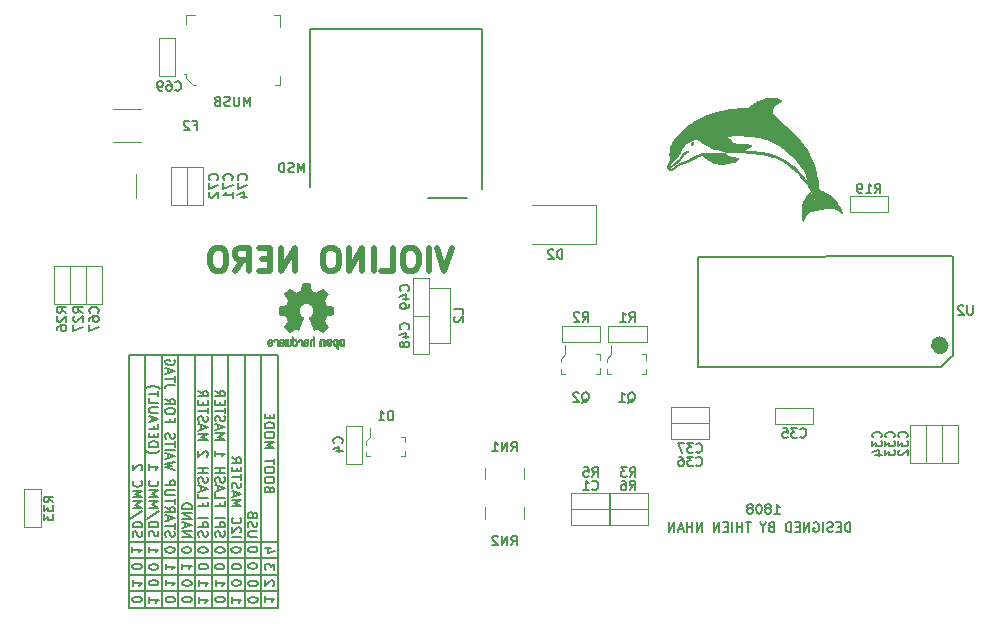
<source format=gbo>
G04 #@! TF.GenerationSoftware,KiCad,Pcbnew,5.0.1+dfsg1-3~bpo9+1*
G04 #@! TF.CreationDate,2019-01-18T15:45:32+07:00*
G04 #@! TF.ProjectId,DEV BOARD,44455620424F4152442E6B696361645F,rev?*
G04 #@! TF.SameCoordinates,PX6539160PY6d28560*
G04 #@! TF.FileFunction,Legend,Bot*
G04 #@! TF.FilePolarity,Positive*
%FSLAX46Y46*%
G04 Gerber Fmt 4.6, Leading zero omitted, Abs format (unit mm)*
G04 Created by KiCad (PCBNEW 5.0.1+dfsg1-3~bpo9+1) date Fri 18 Jan 2019 03:45:32 PM +07*
%MOMM*%
%LPD*%
G01*
G04 APERTURE LIST*
%ADD10C,0.150000*%
%ADD11C,0.500000*%
%ADD12C,0.200000*%
%ADD13C,1.000000*%
%ADD14C,0.120000*%
%ADD15C,0.100000*%
%ADD16C,0.010000*%
G04 APERTURE END LIST*
D10*
X77016190Y7158096D02*
X77016190Y7958096D01*
X76825714Y7958096D01*
X76711428Y7920000D01*
X76635238Y7843810D01*
X76597142Y7767620D01*
X76559047Y7615239D01*
X76559047Y7500953D01*
X76597142Y7348572D01*
X76635238Y7272381D01*
X76711428Y7196191D01*
X76825714Y7158096D01*
X77016190Y7158096D01*
X76216190Y7577143D02*
X75949523Y7577143D01*
X75835238Y7158096D02*
X76216190Y7158096D01*
X76216190Y7958096D01*
X75835238Y7958096D01*
X75530476Y7196191D02*
X75416190Y7158096D01*
X75225714Y7158096D01*
X75149523Y7196191D01*
X75111428Y7234286D01*
X75073333Y7310477D01*
X75073333Y7386667D01*
X75111428Y7462858D01*
X75149523Y7500953D01*
X75225714Y7539048D01*
X75378095Y7577143D01*
X75454285Y7615239D01*
X75492380Y7653334D01*
X75530476Y7729524D01*
X75530476Y7805715D01*
X75492380Y7881905D01*
X75454285Y7920000D01*
X75378095Y7958096D01*
X75187619Y7958096D01*
X75073333Y7920000D01*
X74730476Y7158096D02*
X74730476Y7958096D01*
X73930476Y7920000D02*
X74006666Y7958096D01*
X74120952Y7958096D01*
X74235238Y7920000D01*
X74311428Y7843810D01*
X74349523Y7767620D01*
X74387619Y7615239D01*
X74387619Y7500953D01*
X74349523Y7348572D01*
X74311428Y7272381D01*
X74235238Y7196191D01*
X74120952Y7158096D01*
X74044761Y7158096D01*
X73930476Y7196191D01*
X73892380Y7234286D01*
X73892380Y7500953D01*
X74044761Y7500953D01*
X73549523Y7158096D02*
X73549523Y7958096D01*
X73092380Y7158096D01*
X73092380Y7958096D01*
X72711428Y7577143D02*
X72444761Y7577143D01*
X72330476Y7158096D02*
X72711428Y7158096D01*
X72711428Y7958096D01*
X72330476Y7958096D01*
X71987619Y7158096D02*
X71987619Y7958096D01*
X71797142Y7958096D01*
X71682857Y7920000D01*
X71606666Y7843810D01*
X71568571Y7767620D01*
X71530476Y7615239D01*
X71530476Y7500953D01*
X71568571Y7348572D01*
X71606666Y7272381D01*
X71682857Y7196191D01*
X71797142Y7158096D01*
X71987619Y7158096D01*
X70311428Y7577143D02*
X70197142Y7539048D01*
X70159047Y7500953D01*
X70120952Y7424762D01*
X70120952Y7310477D01*
X70159047Y7234286D01*
X70197142Y7196191D01*
X70273333Y7158096D01*
X70578095Y7158096D01*
X70578095Y7958096D01*
X70311428Y7958096D01*
X70235238Y7920000D01*
X70197142Y7881905D01*
X70159047Y7805715D01*
X70159047Y7729524D01*
X70197142Y7653334D01*
X70235238Y7615239D01*
X70311428Y7577143D01*
X70578095Y7577143D01*
X69625714Y7539048D02*
X69625714Y7158096D01*
X69892380Y7958096D02*
X69625714Y7539048D01*
X69359047Y7958096D01*
X68597142Y7958096D02*
X68140000Y7958096D01*
X68368571Y7158096D02*
X68368571Y7958096D01*
X67873333Y7158096D02*
X67873333Y7958096D01*
X67873333Y7577143D02*
X67416190Y7577143D01*
X67416190Y7158096D02*
X67416190Y7958096D01*
X67035238Y7158096D02*
X67035238Y7958096D01*
X66654285Y7577143D02*
X66387619Y7577143D01*
X66273333Y7158096D02*
X66654285Y7158096D01*
X66654285Y7958096D01*
X66273333Y7958096D01*
X65930476Y7158096D02*
X65930476Y7958096D01*
X65473333Y7158096D01*
X65473333Y7958096D01*
X64482857Y7158096D02*
X64482857Y7958096D01*
X64025714Y7158096D01*
X64025714Y7958096D01*
X63644761Y7158096D02*
X63644761Y7958096D01*
X63644761Y7577143D02*
X63187619Y7577143D01*
X63187619Y7158096D02*
X63187619Y7958096D01*
X62844761Y7386667D02*
X62463809Y7386667D01*
X62920952Y7158096D02*
X62654285Y7958096D01*
X62387619Y7158096D01*
X62120952Y7158096D02*
X62120952Y7958096D01*
X61663809Y7158096D01*
X61663809Y7958096D01*
X70574285Y8688096D02*
X71031428Y8688096D01*
X70802857Y8688096D02*
X70802857Y9488096D01*
X70879047Y9373810D01*
X70955238Y9297620D01*
X71031428Y9259524D01*
X70117142Y9145239D02*
X70193333Y9183334D01*
X70231428Y9221429D01*
X70269523Y9297620D01*
X70269523Y9335715D01*
X70231428Y9411905D01*
X70193333Y9450000D01*
X70117142Y9488096D01*
X69964761Y9488096D01*
X69888571Y9450000D01*
X69850476Y9411905D01*
X69812380Y9335715D01*
X69812380Y9297620D01*
X69850476Y9221429D01*
X69888571Y9183334D01*
X69964761Y9145239D01*
X70117142Y9145239D01*
X70193333Y9107143D01*
X70231428Y9069048D01*
X70269523Y8992858D01*
X70269523Y8840477D01*
X70231428Y8764286D01*
X70193333Y8726191D01*
X70117142Y8688096D01*
X69964761Y8688096D01*
X69888571Y8726191D01*
X69850476Y8764286D01*
X69812380Y8840477D01*
X69812380Y8992858D01*
X69850476Y9069048D01*
X69888571Y9107143D01*
X69964761Y9145239D01*
X69317142Y9488096D02*
X69240952Y9488096D01*
X69164761Y9450000D01*
X69126666Y9411905D01*
X69088571Y9335715D01*
X69050476Y9183334D01*
X69050476Y8992858D01*
X69088571Y8840477D01*
X69126666Y8764286D01*
X69164761Y8726191D01*
X69240952Y8688096D01*
X69317142Y8688096D01*
X69393333Y8726191D01*
X69431428Y8764286D01*
X69469523Y8840477D01*
X69507619Y8992858D01*
X69507619Y9183334D01*
X69469523Y9335715D01*
X69431428Y9411905D01*
X69393333Y9450000D01*
X69317142Y9488096D01*
X68593333Y9145239D02*
X68669523Y9183334D01*
X68707619Y9221429D01*
X68745714Y9297620D01*
X68745714Y9335715D01*
X68707619Y9411905D01*
X68669523Y9450000D01*
X68593333Y9488096D01*
X68440952Y9488096D01*
X68364761Y9450000D01*
X68326666Y9411905D01*
X68288571Y9335715D01*
X68288571Y9297620D01*
X68326666Y9221429D01*
X68364761Y9183334D01*
X68440952Y9145239D01*
X68593333Y9145239D01*
X68669523Y9107143D01*
X68707619Y9069048D01*
X68745714Y8992858D01*
X68745714Y8840477D01*
X68707619Y8764286D01*
X68669523Y8726191D01*
X68593333Y8688096D01*
X68440952Y8688096D01*
X68364761Y8726191D01*
X68326666Y8764286D01*
X68288571Y8840477D01*
X68288571Y8992858D01*
X68326666Y9069048D01*
X68364761Y9107143D01*
X68440952Y9145239D01*
D11*
X43313333Y31235239D02*
X42646666Y29235239D01*
X41980000Y31235239D01*
X41313333Y29235239D02*
X41313333Y31235239D01*
X39980000Y31235239D02*
X39599047Y31235239D01*
X39408571Y31140000D01*
X39218095Y30949524D01*
X39122857Y30568572D01*
X39122857Y29901905D01*
X39218095Y29520953D01*
X39408571Y29330477D01*
X39599047Y29235239D01*
X39980000Y29235239D01*
X40170476Y29330477D01*
X40360952Y29520953D01*
X40456190Y29901905D01*
X40456190Y30568572D01*
X40360952Y30949524D01*
X40170476Y31140000D01*
X39980000Y31235239D01*
X37313333Y29235239D02*
X38265714Y29235239D01*
X38265714Y31235239D01*
X36646666Y29235239D02*
X36646666Y31235239D01*
X35694285Y29235239D02*
X35694285Y31235239D01*
X34551428Y29235239D01*
X34551428Y31235239D01*
X33218095Y31235239D02*
X32837142Y31235239D01*
X32646666Y31140000D01*
X32456190Y30949524D01*
X32360952Y30568572D01*
X32360952Y29901905D01*
X32456190Y29520953D01*
X32646666Y29330477D01*
X32837142Y29235239D01*
X33218095Y29235239D01*
X33408571Y29330477D01*
X33599047Y29520953D01*
X33694285Y29901905D01*
X33694285Y30568572D01*
X33599047Y30949524D01*
X33408571Y31140000D01*
X33218095Y31235239D01*
X29980000Y29235239D02*
X29980000Y31235239D01*
X28837142Y29235239D01*
X28837142Y31235239D01*
X27884761Y30282858D02*
X27218095Y30282858D01*
X26932380Y29235239D02*
X27884761Y29235239D01*
X27884761Y31235239D01*
X26932380Y31235239D01*
X24932380Y29235239D02*
X25599047Y30187620D01*
X26075238Y29235239D02*
X26075238Y31235239D01*
X25313333Y31235239D01*
X25122857Y31140000D01*
X25027619Y31044762D01*
X24932380Y30854286D01*
X24932380Y30568572D01*
X25027619Y30378096D01*
X25122857Y30282858D01*
X25313333Y30187620D01*
X26075238Y30187620D01*
X23694285Y31235239D02*
X23313333Y31235239D01*
X23122857Y31140000D01*
X22932380Y30949524D01*
X22837142Y30568572D01*
X22837142Y29901905D01*
X22932380Y29520953D01*
X23122857Y29330477D01*
X23313333Y29235239D01*
X23694285Y29235239D01*
X23884761Y29330477D01*
X24075238Y29520953D01*
X24170476Y29901905D01*
X24170476Y30568572D01*
X24075238Y30949524D01*
X23884761Y31140000D01*
X23694285Y31235239D01*
D10*
X16218095Y5888572D02*
X16218095Y5431429D01*
X16218095Y5660000D02*
X17018095Y5660000D01*
X16903809Y5583810D01*
X16827619Y5507620D01*
X16789523Y5431429D01*
X17638095Y5888572D02*
X17638095Y5431429D01*
X17638095Y5660000D02*
X18438095Y5660000D01*
X18323809Y5583810D01*
X18247619Y5507620D01*
X18209523Y5431429D01*
X16258095Y3068572D02*
X16258095Y2611429D01*
X16258095Y2840000D02*
X17058095Y2840000D01*
X16943809Y2763810D01*
X16867619Y2687620D01*
X16829523Y2611429D01*
X17648095Y1638572D02*
X17648095Y1181429D01*
X17648095Y1410000D02*
X18448095Y1410000D01*
X18333809Y1333810D01*
X18257619Y1257620D01*
X18219523Y1181429D01*
X19038095Y3078572D02*
X19038095Y2621429D01*
X19038095Y2850000D02*
X19838095Y2850000D01*
X19723809Y2773810D01*
X19647619Y2697620D01*
X19609523Y2621429D01*
X19048095Y4448572D02*
X19048095Y3991429D01*
X19048095Y4220000D02*
X19848095Y4220000D01*
X19733809Y4143810D01*
X19657619Y4067620D01*
X19619523Y3991429D01*
X20448095Y4468572D02*
X20448095Y4011429D01*
X20448095Y4240000D02*
X21248095Y4240000D01*
X21133809Y4163810D01*
X21057619Y4087620D01*
X21019523Y4011429D01*
X21838095Y1618572D02*
X21838095Y1161429D01*
X21838095Y1390000D02*
X22638095Y1390000D01*
X22523809Y1313810D01*
X22447619Y1237620D01*
X22409523Y1161429D01*
X21848095Y3048572D02*
X21848095Y2591429D01*
X21848095Y2820000D02*
X22648095Y2820000D01*
X22533809Y2743810D01*
X22457619Y2667620D01*
X22419523Y2591429D01*
X23268095Y3068572D02*
X23268095Y2611429D01*
X23268095Y2840000D02*
X24068095Y2840000D01*
X23953809Y2763810D01*
X23877619Y2687620D01*
X23839523Y2611429D01*
X24648095Y1638572D02*
X24648095Y1181429D01*
X24648095Y1410000D02*
X25448095Y1410000D01*
X25333809Y1333810D01*
X25257619Y1257620D01*
X25219523Y1181429D01*
X21238095Y1401905D02*
X21238095Y1478096D01*
X21200000Y1554286D01*
X21161904Y1592381D01*
X21085714Y1630477D01*
X20933333Y1668572D01*
X20742857Y1668572D01*
X20590476Y1630477D01*
X20514285Y1592381D01*
X20476190Y1554286D01*
X20438095Y1478096D01*
X20438095Y1401905D01*
X20476190Y1325715D01*
X20514285Y1287620D01*
X20590476Y1249524D01*
X20742857Y1211429D01*
X20933333Y1211429D01*
X21085714Y1249524D01*
X21161904Y1287620D01*
X21200000Y1325715D01*
X21238095Y1401905D01*
X19838095Y1411905D02*
X19838095Y1488096D01*
X19800000Y1564286D01*
X19761904Y1602381D01*
X19685714Y1640477D01*
X19533333Y1678572D01*
X19342857Y1678572D01*
X19190476Y1640477D01*
X19114285Y1602381D01*
X19076190Y1564286D01*
X19038095Y1488096D01*
X19038095Y1411905D01*
X19076190Y1335715D01*
X19114285Y1297620D01*
X19190476Y1259524D01*
X19342857Y1221429D01*
X19533333Y1221429D01*
X19685714Y1259524D01*
X19761904Y1297620D01*
X19800000Y1335715D01*
X19838095Y1411905D01*
X21238095Y2781905D02*
X21238095Y2858096D01*
X21200000Y2934286D01*
X21161904Y2972381D01*
X21085714Y3010477D01*
X20933333Y3048572D01*
X20742857Y3048572D01*
X20590476Y3010477D01*
X20514285Y2972381D01*
X20476190Y2934286D01*
X20438095Y2858096D01*
X20438095Y2781905D01*
X20476190Y2705715D01*
X20514285Y2667620D01*
X20590476Y2629524D01*
X20742857Y2591429D01*
X20933333Y2591429D01*
X21085714Y2629524D01*
X21161904Y2667620D01*
X21200000Y2705715D01*
X21238095Y2781905D01*
X22628095Y4201905D02*
X22628095Y4278096D01*
X22590000Y4354286D01*
X22551904Y4392381D01*
X22475714Y4430477D01*
X22323333Y4468572D01*
X22132857Y4468572D01*
X21980476Y4430477D01*
X21904285Y4392381D01*
X21866190Y4354286D01*
X21828095Y4278096D01*
X21828095Y4201905D01*
X21866190Y4125715D01*
X21904285Y4087620D01*
X21980476Y4049524D01*
X22132857Y4011429D01*
X22323333Y4011429D01*
X22475714Y4049524D01*
X22551904Y4087620D01*
X22590000Y4125715D01*
X22628095Y4201905D01*
X24018095Y4201905D02*
X24018095Y4278096D01*
X23980000Y4354286D01*
X23941904Y4392381D01*
X23865714Y4430477D01*
X23713333Y4468572D01*
X23522857Y4468572D01*
X23370476Y4430477D01*
X23294285Y4392381D01*
X23256190Y4354286D01*
X23218095Y4278096D01*
X23218095Y4201905D01*
X23256190Y4125715D01*
X23294285Y4087620D01*
X23370476Y4049524D01*
X23522857Y4011429D01*
X23713333Y4011429D01*
X23865714Y4049524D01*
X23941904Y4087620D01*
X23980000Y4125715D01*
X24018095Y4201905D01*
X24028095Y1381905D02*
X24028095Y1458096D01*
X23990000Y1534286D01*
X23951904Y1572381D01*
X23875714Y1610477D01*
X23723333Y1648572D01*
X23532857Y1648572D01*
X23380476Y1610477D01*
X23304285Y1572381D01*
X23266190Y1534286D01*
X23228095Y1458096D01*
X23228095Y1381905D01*
X23266190Y1305715D01*
X23304285Y1267620D01*
X23380476Y1229524D01*
X23532857Y1191429D01*
X23723333Y1191429D01*
X23875714Y1229524D01*
X23951904Y1267620D01*
X23990000Y1305715D01*
X24028095Y1381905D01*
X25428095Y2791905D02*
X25428095Y2868096D01*
X25390000Y2944286D01*
X25351904Y2982381D01*
X25275714Y3020477D01*
X25123333Y3058572D01*
X24932857Y3058572D01*
X24780476Y3020477D01*
X24704285Y2982381D01*
X24666190Y2944286D01*
X24628095Y2868096D01*
X24628095Y2791905D01*
X24666190Y2715715D01*
X24704285Y2677620D01*
X24780476Y2639524D01*
X24932857Y2601429D01*
X25123333Y2601429D01*
X25275714Y2639524D01*
X25351904Y2677620D01*
X25390000Y2715715D01*
X25428095Y2791905D01*
X25428095Y4181905D02*
X25428095Y4258096D01*
X25390000Y4334286D01*
X25351904Y4372381D01*
X25275714Y4410477D01*
X25123333Y4448572D01*
X24932857Y4448572D01*
X24780476Y4410477D01*
X24704285Y4372381D01*
X24666190Y4334286D01*
X24628095Y4258096D01*
X24628095Y4181905D01*
X24666190Y4105715D01*
X24704285Y4067620D01*
X24780476Y4029524D01*
X24932857Y3991429D01*
X25123333Y3991429D01*
X25275714Y4029524D01*
X25351904Y4067620D01*
X25390000Y4105715D01*
X25428095Y4181905D01*
X17028095Y1381905D02*
X17028095Y1458096D01*
X16990000Y1534286D01*
X16951904Y1572381D01*
X16875714Y1610477D01*
X16723333Y1648572D01*
X16532857Y1648572D01*
X16380476Y1610477D01*
X16304285Y1572381D01*
X16266190Y1534286D01*
X16228095Y1458096D01*
X16228095Y1381905D01*
X16266190Y1305715D01*
X16304285Y1267620D01*
X16380476Y1229524D01*
X16532857Y1191429D01*
X16723333Y1191429D01*
X16875714Y1229524D01*
X16951904Y1267620D01*
X16990000Y1305715D01*
X17028095Y1381905D01*
X18418095Y2811905D02*
X18418095Y2888096D01*
X18380000Y2964286D01*
X18341904Y3002381D01*
X18265714Y3040477D01*
X18113333Y3078572D01*
X17922857Y3078572D01*
X17770476Y3040477D01*
X17694285Y3002381D01*
X17656190Y2964286D01*
X17618095Y2888096D01*
X17618095Y2811905D01*
X17656190Y2735715D01*
X17694285Y2697620D01*
X17770476Y2659524D01*
X17922857Y2621429D01*
X18113333Y2621429D01*
X18265714Y2659524D01*
X18341904Y2697620D01*
X18380000Y2735715D01*
X18418095Y2811905D01*
X18418095Y4161905D02*
X18418095Y4238096D01*
X18380000Y4314286D01*
X18341904Y4352381D01*
X18265714Y4390477D01*
X18113333Y4428572D01*
X17922857Y4428572D01*
X17770476Y4390477D01*
X17694285Y4352381D01*
X17656190Y4314286D01*
X17618095Y4238096D01*
X17618095Y4161905D01*
X17656190Y4085715D01*
X17694285Y4047620D01*
X17770476Y4009524D01*
X17922857Y3971429D01*
X18113333Y3971429D01*
X18265714Y4009524D01*
X18341904Y4047620D01*
X18380000Y4085715D01*
X18418095Y4161905D01*
X17018095Y4181905D02*
X17018095Y4258096D01*
X16980000Y4334286D01*
X16941904Y4372381D01*
X16865714Y4410477D01*
X16713333Y4448572D01*
X16522857Y4448572D01*
X16370476Y4410477D01*
X16294285Y4372381D01*
X16256190Y4334286D01*
X16218095Y4258096D01*
X16218095Y4181905D01*
X16256190Y4105715D01*
X16294285Y4067620D01*
X16370476Y4029524D01*
X16522857Y3991429D01*
X16713333Y3991429D01*
X16865714Y4029524D01*
X16941904Y4067620D01*
X16980000Y4105715D01*
X17018095Y4181905D01*
X19828095Y5601905D02*
X19828095Y5678096D01*
X19790000Y5754286D01*
X19751904Y5792381D01*
X19675714Y5830477D01*
X19523333Y5868572D01*
X19332857Y5868572D01*
X19180476Y5830477D01*
X19104285Y5792381D01*
X19066190Y5754286D01*
X19028095Y5678096D01*
X19028095Y5601905D01*
X19066190Y5525715D01*
X19104285Y5487620D01*
X19180476Y5449524D01*
X19332857Y5411429D01*
X19523333Y5411429D01*
X19675714Y5449524D01*
X19751904Y5487620D01*
X19790000Y5525715D01*
X19828095Y5601905D01*
X21218095Y5591905D02*
X21218095Y5668096D01*
X21180000Y5744286D01*
X21141904Y5782381D01*
X21065714Y5820477D01*
X20913333Y5858572D01*
X20722857Y5858572D01*
X20570476Y5820477D01*
X20494285Y5782381D01*
X20456190Y5744286D01*
X20418095Y5668096D01*
X20418095Y5591905D01*
X20456190Y5515715D01*
X20494285Y5477620D01*
X20570476Y5439524D01*
X20722857Y5401429D01*
X20913333Y5401429D01*
X21065714Y5439524D01*
X21141904Y5477620D01*
X21180000Y5515715D01*
X21218095Y5591905D01*
X22618095Y5581905D02*
X22618095Y5658096D01*
X22580000Y5734286D01*
X22541904Y5772381D01*
X22465714Y5810477D01*
X22313333Y5848572D01*
X22122857Y5848572D01*
X21970476Y5810477D01*
X21894285Y5772381D01*
X21856190Y5734286D01*
X21818095Y5658096D01*
X21818095Y5581905D01*
X21856190Y5505715D01*
X21894285Y5467620D01*
X21970476Y5429524D01*
X22122857Y5391429D01*
X22313333Y5391429D01*
X22465714Y5429524D01*
X22541904Y5467620D01*
X22580000Y5505715D01*
X22618095Y5581905D01*
X24028095Y5571905D02*
X24028095Y5648096D01*
X23990000Y5724286D01*
X23951904Y5762381D01*
X23875714Y5800477D01*
X23723333Y5838572D01*
X23532857Y5838572D01*
X23380476Y5800477D01*
X23304285Y5762381D01*
X23266190Y5724286D01*
X23228095Y5648096D01*
X23228095Y5571905D01*
X23266190Y5495715D01*
X23304285Y5457620D01*
X23380476Y5419524D01*
X23532857Y5381429D01*
X23723333Y5381429D01*
X23875714Y5419524D01*
X23951904Y5457620D01*
X23990000Y5495715D01*
X24028095Y5571905D01*
X25408095Y5601905D02*
X25408095Y5678096D01*
X25370000Y5754286D01*
X25331904Y5792381D01*
X25255714Y5830477D01*
X25103333Y5868572D01*
X24912857Y5868572D01*
X24760476Y5830477D01*
X24684285Y5792381D01*
X24646190Y5754286D01*
X24608095Y5678096D01*
X24608095Y5601905D01*
X24646190Y5525715D01*
X24684285Y5487620D01*
X24760476Y5449524D01*
X24912857Y5411429D01*
X25103333Y5411429D01*
X25255714Y5449524D01*
X25331904Y5487620D01*
X25370000Y5525715D01*
X25408095Y5601905D01*
X26818095Y5621905D02*
X26818095Y5698096D01*
X26780000Y5774286D01*
X26741904Y5812381D01*
X26665714Y5850477D01*
X26513333Y5888572D01*
X26322857Y5888572D01*
X26170476Y5850477D01*
X26094285Y5812381D01*
X26056190Y5774286D01*
X26018095Y5698096D01*
X26018095Y5621905D01*
X26056190Y5545715D01*
X26094285Y5507620D01*
X26170476Y5469524D01*
X26322857Y5431429D01*
X26513333Y5431429D01*
X26665714Y5469524D01*
X26741904Y5507620D01*
X26780000Y5545715D01*
X26818095Y5621905D01*
X26808095Y4231905D02*
X26808095Y4308096D01*
X26770000Y4384286D01*
X26731904Y4422381D01*
X26655714Y4460477D01*
X26503333Y4498572D01*
X26312857Y4498572D01*
X26160476Y4460477D01*
X26084285Y4422381D01*
X26046190Y4384286D01*
X26008095Y4308096D01*
X26008095Y4231905D01*
X26046190Y4155715D01*
X26084285Y4117620D01*
X26160476Y4079524D01*
X26312857Y4041429D01*
X26503333Y4041429D01*
X26655714Y4079524D01*
X26731904Y4117620D01*
X26770000Y4155715D01*
X26808095Y4231905D01*
X26838095Y2771905D02*
X26838095Y2848096D01*
X26800000Y2924286D01*
X26761904Y2962381D01*
X26685714Y3000477D01*
X26533333Y3038572D01*
X26342857Y3038572D01*
X26190476Y3000477D01*
X26114285Y2962381D01*
X26076190Y2924286D01*
X26038095Y2848096D01*
X26038095Y2771905D01*
X26076190Y2695715D01*
X26114285Y2657620D01*
X26190476Y2619524D01*
X26342857Y2581429D01*
X26533333Y2581429D01*
X26685714Y2619524D01*
X26761904Y2657620D01*
X26800000Y2695715D01*
X26838095Y2771905D01*
X26828095Y1371905D02*
X26828095Y1448096D01*
X26790000Y1524286D01*
X26751904Y1562381D01*
X26675714Y1600477D01*
X26523333Y1638572D01*
X26332857Y1638572D01*
X26180476Y1600477D01*
X26104285Y1562381D01*
X26066190Y1524286D01*
X26028095Y1448096D01*
X26028095Y1371905D01*
X26066190Y1295715D01*
X26104285Y1257620D01*
X26180476Y1219524D01*
X26332857Y1181429D01*
X26523333Y1181429D01*
X26675714Y1219524D01*
X26751904Y1257620D01*
X26790000Y1295715D01*
X26828095Y1371905D01*
X26808095Y6760477D02*
X26160476Y6760477D01*
X26084285Y6798572D01*
X26046190Y6836667D01*
X26008095Y6912858D01*
X26008095Y7065239D01*
X26046190Y7141429D01*
X26084285Y7179524D01*
X26160476Y7217620D01*
X26808095Y7217620D01*
X26046190Y7560477D02*
X26008095Y7674762D01*
X26008095Y7865239D01*
X26046190Y7941429D01*
X26084285Y7979524D01*
X26160476Y8017620D01*
X26236666Y8017620D01*
X26312857Y7979524D01*
X26350952Y7941429D01*
X26389047Y7865239D01*
X26427142Y7712858D01*
X26465238Y7636667D01*
X26503333Y7598572D01*
X26579523Y7560477D01*
X26655714Y7560477D01*
X26731904Y7598572D01*
X26770000Y7636667D01*
X26808095Y7712858D01*
X26808095Y7903334D01*
X26770000Y8017620D01*
X26427142Y8627143D02*
X26389047Y8741429D01*
X26350952Y8779524D01*
X26274761Y8817620D01*
X26160476Y8817620D01*
X26084285Y8779524D01*
X26046190Y8741429D01*
X26008095Y8665239D01*
X26008095Y8360477D01*
X26808095Y8360477D01*
X26808095Y8627143D01*
X26770000Y8703334D01*
X26731904Y8741429D01*
X26655714Y8779524D01*
X26579523Y8779524D01*
X26503333Y8741429D01*
X26465238Y8703334D01*
X26427142Y8627143D01*
X26427142Y8360477D01*
D12*
X15920000Y22120000D02*
X15920000Y720000D01*
X17330000Y22120000D02*
X17330000Y720000D01*
X18730000Y22120000D02*
X18730000Y720000D01*
X20130000Y22120000D02*
X20130000Y720000D01*
X21530000Y22120000D02*
X21530000Y720000D01*
X28530000Y22120000D02*
X28530000Y720000D01*
X27130000Y22120000D02*
X27130000Y720000D01*
X25730000Y22130000D02*
X25730000Y730000D01*
X24330000Y22120000D02*
X24330000Y720000D01*
D10*
X27961428Y5762381D02*
X27428095Y5762381D01*
X28266190Y5571905D02*
X27694761Y5381429D01*
X27694761Y5876667D01*
X28238095Y3973334D02*
X28238095Y4468572D01*
X27933333Y4201905D01*
X27933333Y4316191D01*
X27895238Y4392381D01*
X27857142Y4430477D01*
X27780952Y4468572D01*
X27590476Y4468572D01*
X27514285Y4430477D01*
X27476190Y4392381D01*
X27438095Y4316191D01*
X27438095Y4087620D01*
X27476190Y4011429D01*
X27514285Y3973334D01*
X28171904Y2601429D02*
X28210000Y2639524D01*
X28248095Y2715715D01*
X28248095Y2906191D01*
X28210000Y2982381D01*
X28171904Y3020477D01*
X28095714Y3058572D01*
X28019523Y3058572D01*
X27905238Y3020477D01*
X27448095Y2563334D01*
X27448095Y3058572D01*
X27448095Y1698572D02*
X27448095Y1241429D01*
X27448095Y1470000D02*
X28248095Y1470000D01*
X28133809Y1393810D01*
X28057619Y1317620D01*
X28019523Y1241429D01*
X16276190Y6762381D02*
X16238095Y6876667D01*
X16238095Y7067143D01*
X16276190Y7143334D01*
X16314285Y7181429D01*
X16390476Y7219524D01*
X16466666Y7219524D01*
X16542857Y7181429D01*
X16580952Y7143334D01*
X16619047Y7067143D01*
X16657142Y6914762D01*
X16695238Y6838572D01*
X16733333Y6800477D01*
X16809523Y6762381D01*
X16885714Y6762381D01*
X16961904Y6800477D01*
X17000000Y6838572D01*
X17038095Y6914762D01*
X17038095Y7105239D01*
X17000000Y7219524D01*
X16238095Y7562381D02*
X17038095Y7562381D01*
X17038095Y7752858D01*
X17000000Y7867143D01*
X16923809Y7943334D01*
X16847619Y7981429D01*
X16695238Y8019524D01*
X16580952Y8019524D01*
X16428571Y7981429D01*
X16352380Y7943334D01*
X16276190Y7867143D01*
X16238095Y7752858D01*
X16238095Y7562381D01*
X17076190Y8933810D02*
X16047619Y8248096D01*
X16238095Y9200477D02*
X17038095Y9200477D01*
X16466666Y9467143D01*
X17038095Y9733810D01*
X16238095Y9733810D01*
X16238095Y10114762D02*
X17038095Y10114762D01*
X16466666Y10381429D01*
X17038095Y10648096D01*
X16238095Y10648096D01*
X16314285Y11486191D02*
X16276190Y11448096D01*
X16238095Y11333810D01*
X16238095Y11257620D01*
X16276190Y11143334D01*
X16352380Y11067143D01*
X16428571Y11029048D01*
X16580952Y10990953D01*
X16695238Y10990953D01*
X16847619Y11029048D01*
X16923809Y11067143D01*
X17000000Y11143334D01*
X17038095Y11257620D01*
X17038095Y11333810D01*
X17000000Y11448096D01*
X16961904Y11486191D01*
X16961904Y12400477D02*
X17000000Y12438572D01*
X17038095Y12514762D01*
X17038095Y12705239D01*
X17000000Y12781429D01*
X16961904Y12819524D01*
X16885714Y12857620D01*
X16809523Y12857620D01*
X16695238Y12819524D01*
X16238095Y12362381D01*
X16238095Y12857620D01*
X17676190Y6779048D02*
X17638095Y6893334D01*
X17638095Y7083810D01*
X17676190Y7160000D01*
X17714285Y7198096D01*
X17790476Y7236191D01*
X17866666Y7236191D01*
X17942857Y7198096D01*
X17980952Y7160000D01*
X18019047Y7083810D01*
X18057142Y6931429D01*
X18095238Y6855239D01*
X18133333Y6817143D01*
X18209523Y6779048D01*
X18285714Y6779048D01*
X18361904Y6817143D01*
X18400000Y6855239D01*
X18438095Y6931429D01*
X18438095Y7121905D01*
X18400000Y7236191D01*
X17638095Y7579048D02*
X18438095Y7579048D01*
X18438095Y7769524D01*
X18400000Y7883810D01*
X18323809Y7960000D01*
X18247619Y7998096D01*
X18095238Y8036191D01*
X17980952Y8036191D01*
X17828571Y7998096D01*
X17752380Y7960000D01*
X17676190Y7883810D01*
X17638095Y7769524D01*
X17638095Y7579048D01*
X18476190Y8950477D02*
X17447619Y8264762D01*
X17638095Y9217143D02*
X18438095Y9217143D01*
X17866666Y9483810D01*
X18438095Y9750477D01*
X17638095Y9750477D01*
X17638095Y10131429D02*
X18438095Y10131429D01*
X17866666Y10398096D01*
X18438095Y10664762D01*
X17638095Y10664762D01*
X17714285Y11502858D02*
X17676190Y11464762D01*
X17638095Y11350477D01*
X17638095Y11274286D01*
X17676190Y11160000D01*
X17752380Y11083810D01*
X17828571Y11045715D01*
X17980952Y11007620D01*
X18095238Y11007620D01*
X18247619Y11045715D01*
X18323809Y11083810D01*
X18400000Y11160000D01*
X18438095Y11274286D01*
X18438095Y11350477D01*
X18400000Y11464762D01*
X18361904Y11502858D01*
X17638095Y12874286D02*
X17638095Y12417143D01*
X17638095Y12645715D02*
X18438095Y12645715D01*
X18323809Y12569524D01*
X18247619Y12493334D01*
X18209523Y12417143D01*
X17333333Y14055239D02*
X17371428Y14017143D01*
X17485714Y13940953D01*
X17561904Y13902858D01*
X17676190Y13864762D01*
X17866666Y13826667D01*
X18019047Y13826667D01*
X18209523Y13864762D01*
X18323809Y13902858D01*
X18400000Y13940953D01*
X18514285Y14017143D01*
X18552380Y14055239D01*
X17638095Y14360000D02*
X18438095Y14360000D01*
X18438095Y14550477D01*
X18400000Y14664762D01*
X18323809Y14740953D01*
X18247619Y14779048D01*
X18095238Y14817143D01*
X17980952Y14817143D01*
X17828571Y14779048D01*
X17752380Y14740953D01*
X17676190Y14664762D01*
X17638095Y14550477D01*
X17638095Y14360000D01*
X18057142Y15160000D02*
X18057142Y15426667D01*
X17638095Y15540953D02*
X17638095Y15160000D01*
X18438095Y15160000D01*
X18438095Y15540953D01*
X18057142Y16150477D02*
X18057142Y15883810D01*
X17638095Y15883810D02*
X18438095Y15883810D01*
X18438095Y16264762D01*
X17866666Y16531429D02*
X17866666Y16912381D01*
X17638095Y16455239D02*
X18438095Y16721905D01*
X17638095Y16988572D01*
X18438095Y17255239D02*
X17790476Y17255239D01*
X17714285Y17293334D01*
X17676190Y17331429D01*
X17638095Y17407620D01*
X17638095Y17560000D01*
X17676190Y17636191D01*
X17714285Y17674286D01*
X17790476Y17712381D01*
X18438095Y17712381D01*
X17638095Y18474286D02*
X17638095Y18093334D01*
X18438095Y18093334D01*
X18438095Y18626667D02*
X18438095Y19083810D01*
X17638095Y18855239D02*
X18438095Y18855239D01*
X17333333Y19274286D02*
X17371428Y19312381D01*
X17485714Y19388572D01*
X17561904Y19426667D01*
X17676190Y19464762D01*
X17866666Y19502858D01*
X18019047Y19502858D01*
X18209523Y19464762D01*
X18323809Y19426667D01*
X18400000Y19388572D01*
X18514285Y19312381D01*
X18552380Y19274286D01*
X19066190Y6745239D02*
X19028095Y6859524D01*
X19028095Y7050000D01*
X19066190Y7126191D01*
X19104285Y7164286D01*
X19180476Y7202381D01*
X19256666Y7202381D01*
X19332857Y7164286D01*
X19370952Y7126191D01*
X19409047Y7050000D01*
X19447142Y6897620D01*
X19485238Y6821429D01*
X19523333Y6783334D01*
X19599523Y6745239D01*
X19675714Y6745239D01*
X19751904Y6783334D01*
X19790000Y6821429D01*
X19828095Y6897620D01*
X19828095Y7088096D01*
X19790000Y7202381D01*
X19828095Y7430953D02*
X19828095Y7888096D01*
X19028095Y7659524D02*
X19828095Y7659524D01*
X19256666Y8116667D02*
X19256666Y8497620D01*
X19028095Y8040477D02*
X19828095Y8307143D01*
X19028095Y8573810D01*
X19028095Y9297620D02*
X19409047Y9030953D01*
X19028095Y8840477D02*
X19828095Y8840477D01*
X19828095Y9145239D01*
X19790000Y9221429D01*
X19751904Y9259524D01*
X19675714Y9297620D01*
X19561428Y9297620D01*
X19485238Y9259524D01*
X19447142Y9221429D01*
X19409047Y9145239D01*
X19409047Y8840477D01*
X19828095Y9526191D02*
X19828095Y9983334D01*
X19028095Y9754762D02*
X19828095Y9754762D01*
X19828095Y10250000D02*
X19180476Y10250000D01*
X19104285Y10288096D01*
X19066190Y10326191D01*
X19028095Y10402381D01*
X19028095Y10554762D01*
X19066190Y10630953D01*
X19104285Y10669048D01*
X19180476Y10707143D01*
X19828095Y10707143D01*
X19028095Y11088096D02*
X19828095Y11088096D01*
X19828095Y11392858D01*
X19790000Y11469048D01*
X19751904Y11507143D01*
X19675714Y11545239D01*
X19561428Y11545239D01*
X19485238Y11507143D01*
X19447142Y11469048D01*
X19409047Y11392858D01*
X19409047Y11088096D01*
X19828095Y12421429D02*
X19028095Y12611905D01*
X19599523Y12764286D01*
X19028095Y12916667D01*
X19828095Y13107143D01*
X19256666Y13373810D02*
X19256666Y13754762D01*
X19028095Y13297620D02*
X19828095Y13564286D01*
X19028095Y13830953D01*
X19028095Y14097620D02*
X19828095Y14097620D01*
X19828095Y14364286D02*
X19828095Y14821429D01*
X19028095Y14592858D02*
X19828095Y14592858D01*
X19066190Y15050000D02*
X19028095Y15164286D01*
X19028095Y15354762D01*
X19066190Y15430953D01*
X19104285Y15469048D01*
X19180476Y15507143D01*
X19256666Y15507143D01*
X19332857Y15469048D01*
X19370952Y15430953D01*
X19409047Y15354762D01*
X19447142Y15202381D01*
X19485238Y15126191D01*
X19523333Y15088096D01*
X19599523Y15050000D01*
X19675714Y15050000D01*
X19751904Y15088096D01*
X19790000Y15126191D01*
X19828095Y15202381D01*
X19828095Y15392858D01*
X19790000Y15507143D01*
X19447142Y16726191D02*
X19447142Y16459524D01*
X19028095Y16459524D02*
X19828095Y16459524D01*
X19828095Y16840477D01*
X19828095Y17297620D02*
X19828095Y17450000D01*
X19790000Y17526191D01*
X19713809Y17602381D01*
X19561428Y17640477D01*
X19294761Y17640477D01*
X19142380Y17602381D01*
X19066190Y17526191D01*
X19028095Y17450000D01*
X19028095Y17297620D01*
X19066190Y17221429D01*
X19142380Y17145239D01*
X19294761Y17107143D01*
X19561428Y17107143D01*
X19713809Y17145239D01*
X19790000Y17221429D01*
X19828095Y17297620D01*
X19028095Y18440477D02*
X19409047Y18173810D01*
X19028095Y17983334D02*
X19828095Y17983334D01*
X19828095Y18288096D01*
X19790000Y18364286D01*
X19751904Y18402381D01*
X19675714Y18440477D01*
X19561428Y18440477D01*
X19485238Y18402381D01*
X19447142Y18364286D01*
X19409047Y18288096D01*
X19409047Y17983334D01*
X19828095Y19621429D02*
X19256666Y19621429D01*
X19142380Y19583334D01*
X19066190Y19507143D01*
X19028095Y19392858D01*
X19028095Y19316667D01*
X19828095Y19888096D02*
X19828095Y20345239D01*
X19028095Y20116667D02*
X19828095Y20116667D01*
X19256666Y20573810D02*
X19256666Y20954762D01*
X19028095Y20497620D02*
X19828095Y20764286D01*
X19028095Y21030953D01*
X19790000Y21716667D02*
X19828095Y21640477D01*
X19828095Y21526191D01*
X19790000Y21411905D01*
X19713809Y21335715D01*
X19637619Y21297620D01*
X19485238Y21259524D01*
X19370952Y21259524D01*
X19218571Y21297620D01*
X19142380Y21335715D01*
X19066190Y21411905D01*
X19028095Y21526191D01*
X19028095Y21602381D01*
X19066190Y21716667D01*
X19104285Y21754762D01*
X19370952Y21754762D01*
X19370952Y21602381D01*
X20438095Y6769524D02*
X21238095Y6769524D01*
X20438095Y7226667D01*
X21238095Y7226667D01*
X20666666Y7569524D02*
X20666666Y7950477D01*
X20438095Y7493334D02*
X21238095Y7760000D01*
X20438095Y8026667D01*
X20438095Y8293334D02*
X21238095Y8293334D01*
X20438095Y8750477D01*
X21238095Y8750477D01*
X20438095Y9131429D02*
X21238095Y9131429D01*
X21238095Y9321905D01*
X21200000Y9436191D01*
X21123809Y9512381D01*
X21047619Y9550477D01*
X20895238Y9588572D01*
X20780952Y9588572D01*
X20628571Y9550477D01*
X20552380Y9512381D01*
X20476190Y9436191D01*
X20438095Y9321905D01*
X20438095Y9131429D01*
X21856190Y6748572D02*
X21818095Y6862858D01*
X21818095Y7053334D01*
X21856190Y7129524D01*
X21894285Y7167620D01*
X21970476Y7205715D01*
X22046666Y7205715D01*
X22122857Y7167620D01*
X22160952Y7129524D01*
X22199047Y7053334D01*
X22237142Y6900953D01*
X22275238Y6824762D01*
X22313333Y6786667D01*
X22389523Y6748572D01*
X22465714Y6748572D01*
X22541904Y6786667D01*
X22580000Y6824762D01*
X22618095Y6900953D01*
X22618095Y7091429D01*
X22580000Y7205715D01*
X21818095Y7548572D02*
X22618095Y7548572D01*
X22618095Y7853334D01*
X22580000Y7929524D01*
X22541904Y7967620D01*
X22465714Y8005715D01*
X22351428Y8005715D01*
X22275238Y7967620D01*
X22237142Y7929524D01*
X22199047Y7853334D01*
X22199047Y7548572D01*
X21818095Y8348572D02*
X22618095Y8348572D01*
X22237142Y9605715D02*
X22237142Y9339048D01*
X21818095Y9339048D02*
X22618095Y9339048D01*
X22618095Y9720000D01*
X21818095Y10405715D02*
X21818095Y10024762D01*
X22618095Y10024762D01*
X22046666Y10634286D02*
X22046666Y11015239D01*
X21818095Y10558096D02*
X22618095Y10824762D01*
X21818095Y11091429D01*
X21856190Y11320000D02*
X21818095Y11434286D01*
X21818095Y11624762D01*
X21856190Y11700953D01*
X21894285Y11739048D01*
X21970476Y11777143D01*
X22046666Y11777143D01*
X22122857Y11739048D01*
X22160952Y11700953D01*
X22199047Y11624762D01*
X22237142Y11472381D01*
X22275238Y11396191D01*
X22313333Y11358096D01*
X22389523Y11320000D01*
X22465714Y11320000D01*
X22541904Y11358096D01*
X22580000Y11396191D01*
X22618095Y11472381D01*
X22618095Y11662858D01*
X22580000Y11777143D01*
X21818095Y12120000D02*
X22618095Y12120000D01*
X22237142Y12120000D02*
X22237142Y12577143D01*
X21818095Y12577143D02*
X22618095Y12577143D01*
X22541904Y13529524D02*
X22580000Y13567620D01*
X22618095Y13643810D01*
X22618095Y13834286D01*
X22580000Y13910477D01*
X22541904Y13948572D01*
X22465714Y13986667D01*
X22389523Y13986667D01*
X22275238Y13948572D01*
X21818095Y13491429D01*
X21818095Y13986667D01*
X21818095Y14939048D02*
X22618095Y14939048D01*
X22046666Y15205715D01*
X22618095Y15472381D01*
X21818095Y15472381D01*
X22046666Y15815239D02*
X22046666Y16196191D01*
X21818095Y15739048D02*
X22618095Y16005715D01*
X21818095Y16272381D01*
X21856190Y16500953D02*
X21818095Y16615239D01*
X21818095Y16805715D01*
X21856190Y16881905D01*
X21894285Y16920000D01*
X21970476Y16958096D01*
X22046666Y16958096D01*
X22122857Y16920000D01*
X22160952Y16881905D01*
X22199047Y16805715D01*
X22237142Y16653334D01*
X22275238Y16577143D01*
X22313333Y16539048D01*
X22389523Y16500953D01*
X22465714Y16500953D01*
X22541904Y16539048D01*
X22580000Y16577143D01*
X22618095Y16653334D01*
X22618095Y16843810D01*
X22580000Y16958096D01*
X22618095Y17186667D02*
X22618095Y17643810D01*
X21818095Y17415239D02*
X22618095Y17415239D01*
X22237142Y17910477D02*
X22237142Y18177143D01*
X21818095Y18291429D02*
X21818095Y17910477D01*
X22618095Y17910477D01*
X22618095Y18291429D01*
X21818095Y19091429D02*
X22199047Y18824762D01*
X21818095Y18634286D02*
X22618095Y18634286D01*
X22618095Y18939048D01*
X22580000Y19015239D01*
X22541904Y19053334D01*
X22465714Y19091429D01*
X22351428Y19091429D01*
X22275238Y19053334D01*
X22237142Y19015239D01*
X22199047Y18939048D01*
X22199047Y18634286D01*
X23266190Y6768572D02*
X23228095Y6882858D01*
X23228095Y7073334D01*
X23266190Y7149524D01*
X23304285Y7187620D01*
X23380476Y7225715D01*
X23456666Y7225715D01*
X23532857Y7187620D01*
X23570952Y7149524D01*
X23609047Y7073334D01*
X23647142Y6920953D01*
X23685238Y6844762D01*
X23723333Y6806667D01*
X23799523Y6768572D01*
X23875714Y6768572D01*
X23951904Y6806667D01*
X23990000Y6844762D01*
X24028095Y6920953D01*
X24028095Y7111429D01*
X23990000Y7225715D01*
X23228095Y7568572D02*
X24028095Y7568572D01*
X24028095Y7873334D01*
X23990000Y7949524D01*
X23951904Y7987620D01*
X23875714Y8025715D01*
X23761428Y8025715D01*
X23685238Y7987620D01*
X23647142Y7949524D01*
X23609047Y7873334D01*
X23609047Y7568572D01*
X23228095Y8368572D02*
X24028095Y8368572D01*
X23647142Y9625715D02*
X23647142Y9359048D01*
X23228095Y9359048D02*
X24028095Y9359048D01*
X24028095Y9740000D01*
X23228095Y10425715D02*
X23228095Y10044762D01*
X24028095Y10044762D01*
X23456666Y10654286D02*
X23456666Y11035239D01*
X23228095Y10578096D02*
X24028095Y10844762D01*
X23228095Y11111429D01*
X23266190Y11340000D02*
X23228095Y11454286D01*
X23228095Y11644762D01*
X23266190Y11720953D01*
X23304285Y11759048D01*
X23380476Y11797143D01*
X23456666Y11797143D01*
X23532857Y11759048D01*
X23570952Y11720953D01*
X23609047Y11644762D01*
X23647142Y11492381D01*
X23685238Y11416191D01*
X23723333Y11378096D01*
X23799523Y11340000D01*
X23875714Y11340000D01*
X23951904Y11378096D01*
X23990000Y11416191D01*
X24028095Y11492381D01*
X24028095Y11682858D01*
X23990000Y11797143D01*
X23228095Y12140000D02*
X24028095Y12140000D01*
X23647142Y12140000D02*
X23647142Y12597143D01*
X23228095Y12597143D02*
X24028095Y12597143D01*
X23228095Y14006667D02*
X23228095Y13549524D01*
X23228095Y13778096D02*
X24028095Y13778096D01*
X23913809Y13701905D01*
X23837619Y13625715D01*
X23799523Y13549524D01*
X23228095Y14959048D02*
X24028095Y14959048D01*
X23456666Y15225715D01*
X24028095Y15492381D01*
X23228095Y15492381D01*
X23456666Y15835239D02*
X23456666Y16216191D01*
X23228095Y15759048D02*
X24028095Y16025715D01*
X23228095Y16292381D01*
X23266190Y16520953D02*
X23228095Y16635239D01*
X23228095Y16825715D01*
X23266190Y16901905D01*
X23304285Y16940000D01*
X23380476Y16978096D01*
X23456666Y16978096D01*
X23532857Y16940000D01*
X23570952Y16901905D01*
X23609047Y16825715D01*
X23647142Y16673334D01*
X23685238Y16597143D01*
X23723333Y16559048D01*
X23799523Y16520953D01*
X23875714Y16520953D01*
X23951904Y16559048D01*
X23990000Y16597143D01*
X24028095Y16673334D01*
X24028095Y16863810D01*
X23990000Y16978096D01*
X24028095Y17206667D02*
X24028095Y17663810D01*
X23228095Y17435239D02*
X24028095Y17435239D01*
X23647142Y17930477D02*
X23647142Y18197143D01*
X23228095Y18311429D02*
X23228095Y17930477D01*
X24028095Y17930477D01*
X24028095Y18311429D01*
X23228095Y19111429D02*
X23609047Y18844762D01*
X23228095Y18654286D02*
X24028095Y18654286D01*
X24028095Y18959048D01*
X23990000Y19035239D01*
X23951904Y19073334D01*
X23875714Y19111429D01*
X23761428Y19111429D01*
X23685238Y19073334D01*
X23647142Y19035239D01*
X23609047Y18959048D01*
X23609047Y18654286D01*
X24638095Y6766667D02*
X25438095Y6766667D01*
X25361904Y7109524D02*
X25400000Y7147620D01*
X25438095Y7223810D01*
X25438095Y7414286D01*
X25400000Y7490477D01*
X25361904Y7528572D01*
X25285714Y7566667D01*
X25209523Y7566667D01*
X25095238Y7528572D01*
X24638095Y7071429D01*
X24638095Y7566667D01*
X24714285Y8366667D02*
X24676190Y8328572D01*
X24638095Y8214286D01*
X24638095Y8138096D01*
X24676190Y8023810D01*
X24752380Y7947620D01*
X24828571Y7909524D01*
X24980952Y7871429D01*
X25095238Y7871429D01*
X25247619Y7909524D01*
X25323809Y7947620D01*
X25400000Y8023810D01*
X25438095Y8138096D01*
X25438095Y8214286D01*
X25400000Y8328572D01*
X25361904Y8366667D01*
X24638095Y9319048D02*
X25438095Y9319048D01*
X24866666Y9585715D01*
X25438095Y9852381D01*
X24638095Y9852381D01*
X24866666Y10195239D02*
X24866666Y10576191D01*
X24638095Y10119048D02*
X25438095Y10385715D01*
X24638095Y10652381D01*
X24676190Y10880953D02*
X24638095Y10995239D01*
X24638095Y11185715D01*
X24676190Y11261905D01*
X24714285Y11300000D01*
X24790476Y11338096D01*
X24866666Y11338096D01*
X24942857Y11300000D01*
X24980952Y11261905D01*
X25019047Y11185715D01*
X25057142Y11033334D01*
X25095238Y10957143D01*
X25133333Y10919048D01*
X25209523Y10880953D01*
X25285714Y10880953D01*
X25361904Y10919048D01*
X25400000Y10957143D01*
X25438095Y11033334D01*
X25438095Y11223810D01*
X25400000Y11338096D01*
X25438095Y11566667D02*
X25438095Y12023810D01*
X24638095Y11795239D02*
X25438095Y11795239D01*
X25057142Y12290477D02*
X25057142Y12557143D01*
X24638095Y12671429D02*
X24638095Y12290477D01*
X25438095Y12290477D01*
X25438095Y12671429D01*
X24638095Y13471429D02*
X25019047Y13204762D01*
X24638095Y13014286D02*
X25438095Y13014286D01*
X25438095Y13319048D01*
X25400000Y13395239D01*
X25361904Y13433334D01*
X25285714Y13471429D01*
X25171428Y13471429D01*
X25095238Y13433334D01*
X25057142Y13395239D01*
X25019047Y13319048D01*
X25019047Y13014286D01*
X27857142Y10801429D02*
X27819047Y10915715D01*
X27780952Y10953810D01*
X27704761Y10991905D01*
X27590476Y10991905D01*
X27514285Y10953810D01*
X27476190Y10915715D01*
X27438095Y10839524D01*
X27438095Y10534762D01*
X28238095Y10534762D01*
X28238095Y10801429D01*
X28200000Y10877620D01*
X28161904Y10915715D01*
X28085714Y10953810D01*
X28009523Y10953810D01*
X27933333Y10915715D01*
X27895238Y10877620D01*
X27857142Y10801429D01*
X27857142Y10534762D01*
X28238095Y11487143D02*
X28238095Y11639524D01*
X28200000Y11715715D01*
X28123809Y11791905D01*
X27971428Y11830000D01*
X27704761Y11830000D01*
X27552380Y11791905D01*
X27476190Y11715715D01*
X27438095Y11639524D01*
X27438095Y11487143D01*
X27476190Y11410953D01*
X27552380Y11334762D01*
X27704761Y11296667D01*
X27971428Y11296667D01*
X28123809Y11334762D01*
X28200000Y11410953D01*
X28238095Y11487143D01*
X28238095Y12325239D02*
X28238095Y12477620D01*
X28200000Y12553810D01*
X28123809Y12630000D01*
X27971428Y12668096D01*
X27704761Y12668096D01*
X27552380Y12630000D01*
X27476190Y12553810D01*
X27438095Y12477620D01*
X27438095Y12325239D01*
X27476190Y12249048D01*
X27552380Y12172858D01*
X27704761Y12134762D01*
X27971428Y12134762D01*
X28123809Y12172858D01*
X28200000Y12249048D01*
X28238095Y12325239D01*
X28238095Y12896667D02*
X28238095Y13353810D01*
X27438095Y13125239D02*
X28238095Y13125239D01*
X27438095Y14230000D02*
X28238095Y14230000D01*
X27666666Y14496667D01*
X28238095Y14763334D01*
X27438095Y14763334D01*
X28238095Y15296667D02*
X28238095Y15449048D01*
X28200000Y15525239D01*
X28123809Y15601429D01*
X27971428Y15639524D01*
X27704761Y15639524D01*
X27552380Y15601429D01*
X27476190Y15525239D01*
X27438095Y15449048D01*
X27438095Y15296667D01*
X27476190Y15220477D01*
X27552380Y15144286D01*
X27704761Y15106191D01*
X27971428Y15106191D01*
X28123809Y15144286D01*
X28200000Y15220477D01*
X28238095Y15296667D01*
X27438095Y15982381D02*
X28238095Y15982381D01*
X28238095Y16172858D01*
X28200000Y16287143D01*
X28123809Y16363334D01*
X28047619Y16401429D01*
X27895238Y16439524D01*
X27780952Y16439524D01*
X27628571Y16401429D01*
X27552380Y16363334D01*
X27476190Y16287143D01*
X27438095Y16172858D01*
X27438095Y15982381D01*
X27857142Y16782381D02*
X27857142Y17049048D01*
X27438095Y17163334D02*
X27438095Y16782381D01*
X28238095Y16782381D01*
X28238095Y17163334D01*
D12*
X15920000Y6320000D02*
X28530000Y6320000D01*
X15920000Y4920000D02*
X28530000Y4920000D01*
X15920000Y3520000D02*
X28530000Y3520000D01*
X15920000Y2120000D02*
X28530000Y2120000D01*
X15920000Y22120000D02*
X28530000Y22120000D01*
X22930000Y22120000D02*
X22930000Y720000D01*
X15920000Y720000D02*
X28530000Y720000D01*
D11*
X84860278Y22930000D02*
G75*
G03X84860278Y22930000I-180278J0D01*
G01*
X84740278Y23020000D02*
G75*
G03X84740278Y23020000I-180278J0D01*
G01*
D13*
G04 #@! TO.C,U2*
X84830599Y22950000D02*
G75*
G03X84830599Y22950000I-250599J0D01*
G01*
D10*
X85660000Y22080000D02*
X84660000Y21080000D01*
X85670000Y30480000D02*
X85670000Y22090000D01*
X84650000Y21080000D02*
X64080000Y21085000D01*
X64080000Y21085000D02*
X64080000Y30475000D01*
X64080000Y30475000D02*
X85660000Y30480000D01*
D14*
G04 #@! TO.C,C1*
X56630000Y9114392D02*
X56630000Y7764392D01*
X53400000Y9114392D02*
X53400000Y7754392D01*
X53410000Y7754392D02*
X56620000Y7754392D01*
X56620000Y9114392D02*
X53410000Y9114392D01*
G04 #@! TO.C,C4*
X35692866Y12930000D02*
X34342866Y12930000D01*
X35692866Y16160000D02*
X34332866Y16160000D01*
X34332866Y16150000D02*
X34332866Y12940000D01*
X35692866Y12940000D02*
X35692866Y16150000D01*
G04 #@! TO.C,C32*
X84810000Y16240000D02*
X86160000Y16240000D01*
X84810000Y13010000D02*
X86170000Y13010000D01*
X86170000Y13020000D02*
X86170000Y16230000D01*
X84810000Y16230000D02*
X84810000Y13020000D01*
G04 #@! TO.C,C33*
X83450000Y16240000D02*
X84800000Y16240000D01*
X83450000Y13010000D02*
X84810000Y13010000D01*
X84810000Y13020000D02*
X84810000Y16230000D01*
X83450000Y16230000D02*
X83450000Y13020000D01*
G04 #@! TO.C,C34*
X82080000Y16240000D02*
X83430000Y16240000D01*
X82080000Y13010000D02*
X83440000Y13010000D01*
X83440000Y13020000D02*
X83440000Y16230000D01*
X82080000Y16230000D02*
X82080000Y13020000D01*
G04 #@! TO.C,C35*
X73860000Y17650000D02*
X73860000Y16300000D01*
X70630000Y17650000D02*
X70630000Y16290000D01*
X70640000Y16290000D02*
X73850000Y16290000D01*
X73850000Y17650000D02*
X70640000Y17650000D01*
G04 #@! TO.C,C36*
X65050000Y16400000D02*
X65050000Y15050000D01*
X61820000Y16400000D02*
X61820000Y15040000D01*
X61830000Y15040000D02*
X65040000Y15040000D01*
X65040000Y16400000D02*
X61830000Y16400000D01*
G04 #@! TO.C,C37*
X65060000Y17760000D02*
X65060000Y16410000D01*
X61830000Y17760000D02*
X61830000Y16400000D01*
X61840000Y16400000D02*
X65050000Y16400000D01*
X65050000Y17760000D02*
X61840000Y17760000D01*
G04 #@! TO.C,C48*
X41320000Y22210000D02*
X39970000Y22210000D01*
X41320000Y25440000D02*
X39960000Y25440000D01*
X39960000Y25430000D02*
X39960000Y22220000D01*
X41320000Y22220000D02*
X41320000Y25430000D01*
G04 #@! TO.C,C49*
X39970000Y28660000D02*
X41320000Y28660000D01*
X39970000Y25430000D02*
X41330000Y25430000D01*
X41330000Y25440000D02*
X41330000Y28650000D01*
X39970000Y28650000D02*
X39970000Y25440000D01*
G04 #@! TO.C,C67*
X12320000Y29660000D02*
X13670000Y29660000D01*
X12320000Y26430000D02*
X13680000Y26430000D01*
X13680000Y26440000D02*
X13680000Y29650000D01*
X12320000Y29650000D02*
X12320000Y26440000D01*
G04 #@! TO.C,C69*
X19830000Y45720000D02*
X18480000Y45720000D01*
X19830000Y48950000D02*
X18470000Y48950000D01*
X18470000Y48940000D02*
X18470000Y45730000D01*
X19830000Y45730000D02*
X19830000Y48940000D01*
G04 #@! TO.C,C71*
X19460000Y38050000D02*
X20810000Y38050000D01*
X19460000Y34820000D02*
X20820000Y34820000D01*
X20820000Y34830000D02*
X20820000Y38040000D01*
X19460000Y38040000D02*
X19460000Y34830000D01*
G04 #@! TO.C,C72*
X16496016Y35460000D02*
X16496016Y37460000D01*
X19456016Y37460000D02*
X19456016Y35460000D01*
G04 #@! TO.C,C74*
X20820000Y38050000D02*
X22170000Y38050000D01*
X20820000Y34820000D02*
X22180000Y34820000D01*
X22180000Y34830000D02*
X22180000Y38040000D01*
X20820000Y38040000D02*
X20820000Y34830000D01*
D15*
G04 #@! TO.C,D1*
X36042866Y14555000D02*
X36042866Y14830000D01*
X36042866Y14830000D02*
X36317866Y15205000D01*
X36317866Y15205000D02*
X36367866Y15205000D01*
X36367866Y15205000D02*
X36367866Y15980000D01*
X39342866Y14730000D02*
X39342866Y15205000D01*
X39342866Y15205000D02*
X38992866Y15205000D01*
X39117866Y13555000D02*
X38992866Y13555000D01*
X39042866Y13555000D02*
X39342866Y13555000D01*
X39342866Y13555000D02*
X39342866Y14005000D01*
X36042866Y13930000D02*
X36042866Y13555000D01*
X36042866Y13555000D02*
X36342866Y13555000D01*
D14*
G04 #@! TO.C,D2*
X55450000Y34850000D02*
X55450000Y31550000D01*
X55450000Y31550000D02*
X50050000Y31550000D01*
X55450000Y34850000D02*
X50050000Y34850000D01*
G04 #@! TO.C,F2*
X14590000Y42940000D02*
X16990000Y42940000D01*
X14590000Y40140000D02*
X16990000Y40140000D01*
D15*
G04 #@! TO.C,MUSB*
X20730000Y50195000D02*
X20730000Y50795000D01*
X20730000Y50795000D02*
X20730000Y50895000D01*
X20730000Y50895000D02*
X21530000Y50895000D01*
X28230000Y50895000D02*
X28730000Y50895000D01*
X28730000Y50895000D02*
X28730000Y49895000D01*
X28330000Y44995000D02*
X28730000Y44995000D01*
X28730000Y44995000D02*
X28730000Y45795000D01*
X21630000Y44995000D02*
X21330000Y44995000D01*
X21330000Y44995000D02*
X20730000Y45595000D01*
X20730000Y45595000D02*
X20730000Y45895000D01*
X20730000Y45895000D02*
X20630000Y45895000D01*
D14*
G04 #@! TO.C,L2*
X43090000Y23150000D02*
X43090000Y24900000D01*
X41330000Y23150000D02*
X43090000Y23150000D01*
X41330000Y24870000D02*
X41330000Y23150000D01*
X41330000Y27820000D02*
X43090000Y27820000D01*
X41330000Y26080000D02*
X41330000Y27820000D01*
X43090000Y26060000D02*
X43090000Y27810000D01*
X43090000Y24880000D02*
X43090000Y26080000D01*
X41330000Y26080000D02*
X41330000Y24880000D01*
D10*
G04 #@! TO.C,MSD*
X45790000Y36199997D02*
X45790000Y49760000D01*
X41292479Y35460000D02*
X44560000Y35460000D01*
X31290000Y49760000D02*
X45790000Y49760000D01*
X31290000Y36319628D02*
X31290000Y49760000D01*
D15*
G04 #@! TO.C,Q1*
X56437766Y21535000D02*
X56437766Y21810000D01*
X56437766Y21810000D02*
X56712766Y22185000D01*
X56712766Y22185000D02*
X56762766Y22185000D01*
X56762766Y22185000D02*
X56762766Y22960000D01*
X59737766Y21710000D02*
X59737766Y22185000D01*
X59737766Y22185000D02*
X59387766Y22185000D01*
X59512766Y20535000D02*
X59387766Y20535000D01*
X59437766Y20535000D02*
X59737766Y20535000D01*
X59737766Y20535000D02*
X59737766Y20985000D01*
X56437766Y20910000D02*
X56437766Y20535000D01*
X56437766Y20535000D02*
X56737766Y20535000D01*
G04 #@! TO.C,Q2*
X52547766Y21545000D02*
X52547766Y21820000D01*
X52547766Y21820000D02*
X52822766Y22195000D01*
X52822766Y22195000D02*
X52872766Y22195000D01*
X52872766Y22195000D02*
X52872766Y22970000D01*
X55847766Y21720000D02*
X55847766Y22195000D01*
X55847766Y22195000D02*
X55497766Y22195000D01*
X55622766Y20545000D02*
X55497766Y20545000D01*
X55547766Y20545000D02*
X55847766Y20545000D01*
X55847766Y20545000D02*
X55847766Y20995000D01*
X52547766Y20920000D02*
X52547766Y20545000D01*
X52547766Y20545000D02*
X52847766Y20545000D01*
D14*
G04 #@! TO.C,R1*
X59767766Y24630000D02*
X59767766Y23280000D01*
X56537766Y24630000D02*
X56537766Y23270000D01*
X56547766Y23270000D02*
X59757766Y23270000D01*
X59757766Y24630000D02*
X56547766Y24630000D01*
G04 #@! TO.C,R2*
X52587766Y23270000D02*
X52587766Y24620000D01*
X55817766Y23270000D02*
X55817766Y24630000D01*
X55807766Y24630000D02*
X52597766Y24630000D01*
X52597766Y23270000D02*
X55807766Y23270000D01*
G04 #@! TO.C,R3*
X59850000Y10474392D02*
X59850000Y9124392D01*
X56620000Y10474392D02*
X56620000Y9114392D01*
X56630000Y9114392D02*
X59840000Y9114392D01*
X59840000Y10474392D02*
X56630000Y10474392D01*
G04 #@! TO.C,R5*
X56630000Y10474392D02*
X56630000Y9124392D01*
X53400000Y10474392D02*
X53400000Y9114392D01*
X53410000Y9114392D02*
X56620000Y9114392D01*
X56620000Y10474392D02*
X53410000Y10474392D01*
G04 #@! TO.C,R6*
X59850000Y9114392D02*
X59850000Y7764392D01*
X56620000Y9114392D02*
X56620000Y7754392D01*
X56630000Y7754392D02*
X59840000Y7754392D01*
X59840000Y9114392D02*
X56630000Y9114392D01*
G04 #@! TO.C,R19*
X80210000Y35640000D02*
X80210000Y34290000D01*
X76980000Y35640000D02*
X76980000Y34280000D01*
X76990000Y34280000D02*
X80200000Y34280000D01*
X80200000Y35640000D02*
X76990000Y35640000D01*
G04 #@! TO.C,R26*
X10970000Y26430000D02*
X9620000Y26430000D01*
X10970000Y29660000D02*
X9610000Y29660000D01*
X9610000Y29650000D02*
X9610000Y26440000D01*
X10970000Y26440000D02*
X10970000Y29650000D01*
G04 #@! TO.C,R27*
X12330000Y26430000D02*
X10980000Y26430000D01*
X12330000Y29660000D02*
X10970000Y29660000D01*
X10970000Y29650000D02*
X10970000Y26440000D01*
X12330000Y26440000D02*
X12330000Y29650000D01*
G04 #@! TO.C,R33*
X8450000Y7540000D02*
X7100000Y7540000D01*
X8450000Y10770000D02*
X7090000Y10770000D01*
X7090000Y10760000D02*
X7090000Y7550000D01*
X8450000Y7550000D02*
X8450000Y10760000D01*
G04 #@! TO.C,RN1*
X49420000Y11600000D02*
X49420000Y12600000D01*
X46060000Y11600000D02*
X46060000Y12600000D01*
G04 #@! TO.C,RN2*
X49410000Y8230000D02*
X49410000Y9230000D01*
X46050000Y8230000D02*
X46050000Y9230000D01*
D16*
G04 #@! TO.C,G\002A\002A\002A*
G36*
X69982143Y43916662D02*
X69887384Y43904582D01*
X69666854Y43851835D01*
X69430376Y43763434D01*
X69181570Y43641267D01*
X68924055Y43487219D01*
X68661451Y43303176D01*
X68516318Y43189979D01*
X68326089Y43036208D01*
X67989503Y43027805D01*
X67615682Y43010291D01*
X67241929Y42975722D01*
X66858600Y42922819D01*
X66456053Y42850300D01*
X66128917Y42780736D01*
X65670898Y42669248D01*
X65249778Y42548555D01*
X64860696Y42416414D01*
X64498795Y42270579D01*
X64159214Y42108806D01*
X63837095Y41928850D01*
X63527580Y41728466D01*
X63225807Y41505410D01*
X63038583Y41353162D01*
X62857291Y41193441D01*
X62676686Y41020770D01*
X62501606Y40840675D01*
X62336888Y40658681D01*
X62187370Y40480314D01*
X62057888Y40311098D01*
X61953280Y40156561D01*
X61884612Y40035026D01*
X61818928Y39875912D01*
X61766098Y39694704D01*
X61727712Y39502419D01*
X61705360Y39310076D01*
X61700635Y39128694D01*
X61715126Y38969290D01*
X61724218Y38924139D01*
X61740725Y38839388D01*
X61744811Y38765297D01*
X61734232Y38692558D01*
X61706743Y38611860D01*
X61660100Y38513895D01*
X61597672Y38399322D01*
X61540194Y38290213D01*
X61501290Y38201420D01*
X61483621Y38139222D01*
X61482833Y38128396D01*
X61491137Y38069112D01*
X61511889Y38008175D01*
X61538850Y37959524D01*
X61565782Y37937100D01*
X61568568Y37936833D01*
X61591131Y37919363D01*
X61609045Y37885991D01*
X61649382Y37835500D01*
X61718491Y37805077D01*
X61806464Y37797589D01*
X61877417Y37808381D01*
X61950721Y37831914D01*
X62023142Y37867409D01*
X62102297Y37919834D01*
X62195805Y37994156D01*
X62295022Y38080730D01*
X62433246Y38195421D01*
X62561921Y38280218D01*
X62693276Y38341529D01*
X62839541Y38385762D01*
X62904377Y38399991D01*
X63000009Y38422702D01*
X63103152Y38454569D01*
X63218231Y38497526D01*
X63349671Y38553509D01*
X63501899Y38624452D01*
X63679338Y38712291D01*
X63886415Y38818962D01*
X64004742Y38881175D01*
X64126529Y38945026D01*
X64236336Y39001586D01*
X64328467Y39048005D01*
X64397229Y39081432D01*
X64436928Y39099016D01*
X64443797Y39101000D01*
X64467928Y39087413D01*
X64515480Y39050591D01*
X64579167Y38996446D01*
X64639451Y38942227D01*
X64854221Y38762778D01*
X65079477Y38612993D01*
X65303930Y38494818D01*
X65447869Y38431415D01*
X65578534Y38386097D01*
X65708543Y38356239D01*
X65850515Y38339213D01*
X66017068Y38332395D01*
X66086583Y38331933D01*
X66328348Y38339637D01*
X66561648Y38361855D01*
X66781410Y38397270D01*
X66982558Y38444562D01*
X67160018Y38502413D01*
X67308715Y38569505D01*
X67423575Y38644518D01*
X67473777Y38692368D01*
X67513068Y38740155D01*
X67526076Y38768404D01*
X67516335Y38787630D01*
X67508047Y38794290D01*
X67476517Y38805941D01*
X67410991Y38822331D01*
X67319315Y38841760D01*
X67209333Y38862524D01*
X67131053Y38876047D01*
X67007006Y38898330D01*
X66890094Y38922291D01*
X66790089Y38945713D01*
X66716760Y38966380D01*
X66691135Y38975859D01*
X66622401Y39013274D01*
X66554954Y39061480D01*
X66498742Y39111947D01*
X66463715Y39156146D01*
X66457000Y39176590D01*
X66452278Y39189821D01*
X66435006Y39200920D01*
X66400519Y39210557D01*
X66344158Y39219402D01*
X66261259Y39228126D01*
X66147161Y39237398D01*
X65997202Y39247889D01*
X65930459Y39252295D01*
X65753395Y39262496D01*
X65604922Y39267535D01*
X65471617Y39267428D01*
X65340058Y39262194D01*
X65213346Y39253218D01*
X65076106Y39243488D01*
X64928483Y39235493D01*
X64787553Y39230019D01*
X64670391Y39227853D01*
X64663001Y39227846D01*
X64424751Y39228000D01*
X63731667Y38881995D01*
X63532975Y38783397D01*
X63367951Y38702921D01*
X63232847Y38638893D01*
X63123913Y38589636D01*
X63037401Y38553472D01*
X62969561Y38528724D01*
X62916645Y38513717D01*
X62901000Y38510463D01*
X62778222Y38483597D01*
X62668175Y38449090D01*
X62563637Y38402857D01*
X62457388Y38340811D01*
X62342207Y38258867D01*
X62210872Y38152939D01*
X62098929Y38056612D01*
X61976178Y37960654D01*
X61870005Y37902297D01*
X61780953Y37881775D01*
X61720335Y37893687D01*
X61662750Y37920267D01*
X61715388Y37955009D01*
X61766895Y37990879D01*
X61841305Y38045083D01*
X61930591Y38111517D01*
X62026720Y38184077D01*
X62121663Y38256659D01*
X62207389Y38323159D01*
X62275869Y38377473D01*
X62319072Y38413496D01*
X62321789Y38415946D01*
X62356165Y38451220D01*
X62411887Y38512888D01*
X62483428Y38594633D01*
X62565260Y38690138D01*
X62651855Y38793087D01*
X62652685Y38794083D01*
X62765280Y38928290D01*
X62855859Y39033613D01*
X62928715Y39114335D01*
X62988143Y39174735D01*
X63038438Y39219096D01*
X63083893Y39251697D01*
X63128803Y39276820D01*
X63144417Y39284282D01*
X63200444Y39320608D01*
X63233049Y39362264D01*
X63237814Y39400156D01*
X63212464Y39424409D01*
X63159601Y39423683D01*
X63087085Y39388172D01*
X62994554Y39317558D01*
X62881648Y39211524D01*
X62748004Y39069753D01*
X62593263Y38891927D01*
X62555573Y38847000D01*
X62410677Y38680523D01*
X62271270Y38537049D01*
X62122993Y38402186D01*
X62053511Y38343736D01*
X61927286Y38240610D01*
X61828784Y38162698D01*
X61753932Y38107262D01*
X61698658Y38071566D01*
X61658889Y38052875D01*
X61630552Y38048452D01*
X61618095Y38051212D01*
X61608611Y38056980D01*
X61605659Y38067230D01*
X61611632Y38085147D01*
X61628919Y38113913D01*
X61659912Y38156710D01*
X61707002Y38216721D01*
X61772579Y38297131D01*
X61859034Y38401120D01*
X61968759Y38531873D01*
X62064811Y38645916D01*
X62199264Y38806040D01*
X62308928Y38938339D01*
X62396804Y39046922D01*
X62465895Y39135899D01*
X62519202Y39209378D01*
X62559727Y39271468D01*
X62590471Y39326279D01*
X62614436Y39377920D01*
X62631431Y39421598D01*
X62708569Y39584456D01*
X62819185Y39748345D01*
X62955604Y39904366D01*
X63110149Y40043623D01*
X63256288Y40145989D01*
X63418761Y40233755D01*
X63605245Y40316393D01*
X63797505Y40386044D01*
X63852810Y40403007D01*
X64010869Y40449273D01*
X64173267Y40314918D01*
X64375577Y40161536D01*
X64597429Y40021166D01*
X64845336Y39890211D01*
X65125813Y39765072D01*
X65279846Y39703735D01*
X65512665Y39619616D01*
X65762589Y39538931D01*
X66018064Y39464887D01*
X66267536Y39400693D01*
X66499449Y39349553D01*
X66658083Y39321200D01*
X66798018Y39304283D01*
X66958961Y39292721D01*
X67129227Y39286663D01*
X67297130Y39286257D01*
X67450982Y39291653D01*
X67579097Y39303001D01*
X67618759Y39308931D01*
X67669316Y39315930D01*
X67725803Y39319492D01*
X67794452Y39319344D01*
X67881494Y39315214D01*
X67993161Y39306829D01*
X68135684Y39293918D01*
X68274926Y39280266D01*
X68605884Y39246347D01*
X68898739Y39214425D01*
X69157630Y39183748D01*
X69386698Y39153563D01*
X69590084Y39123118D01*
X69771926Y39091660D01*
X69936366Y39058437D01*
X70087544Y39022696D01*
X70229600Y38983684D01*
X70366675Y38940649D01*
X70502907Y38892839D01*
X70592562Y38859002D01*
X70952662Y38704476D01*
X71295318Y38525088D01*
X71624167Y38318080D01*
X71942849Y38080695D01*
X72255005Y37810173D01*
X72564272Y37503757D01*
X72874290Y37158688D01*
X72942502Y37077855D01*
X73085643Y36905317D01*
X73205178Y36757832D01*
X73305473Y36628677D01*
X73390897Y36511130D01*
X73465818Y36398471D01*
X73534603Y36283978D01*
X73601619Y36160929D01*
X73671236Y36022602D01*
X73747819Y35862277D01*
X73787267Y35777833D01*
X73875808Y35587035D01*
X73947749Y35430774D01*
X74004576Y35305309D01*
X74047777Y35206903D01*
X74078837Y35131817D01*
X74099246Y35076312D01*
X74110488Y35036649D01*
X74114053Y35009090D01*
X74111425Y34989895D01*
X74105557Y34977559D01*
X74079561Y34949697D01*
X74065771Y34945382D01*
X74052729Y34964833D01*
X74024812Y35017699D01*
X73984488Y35098779D01*
X73934226Y35202869D01*
X73876495Y35324770D01*
X73813765Y35459278D01*
X73748504Y35601191D01*
X73683181Y35745308D01*
X73636000Y35850886D01*
X73598878Y35934523D01*
X73480272Y35787386D01*
X73374017Y35649860D01*
X73271931Y35507129D01*
X73178721Y35366589D01*
X73099091Y35235637D01*
X73037746Y35121670D01*
X72999390Y35032084D01*
X72998868Y35030525D01*
X72947442Y34846317D01*
X72913671Y34651549D01*
X72896006Y34435172D01*
X72892405Y34271240D01*
X72894861Y34112314D01*
X72902533Y33961057D01*
X72914653Y33823024D01*
X72930449Y33703768D01*
X72949149Y33608845D01*
X72969984Y33543808D01*
X72992181Y33514212D01*
X72997640Y33513000D01*
X73012474Y33531653D01*
X73032708Y33580083D01*
X73050088Y33634708D01*
X73099635Y33757922D01*
X73177470Y33889739D01*
X73275614Y34020695D01*
X73386085Y34141324D01*
X73500903Y34242161D01*
X73612086Y34313741D01*
X73629746Y34322181D01*
X73711500Y34348228D01*
X73827710Y34369518D01*
X73947246Y34382724D01*
X74045172Y34391558D01*
X74131156Y34400475D01*
X74194014Y34408252D01*
X74218395Y34412393D01*
X74285298Y34445494D01*
X74322224Y34507330D01*
X74331000Y34577668D01*
X74331000Y34665645D01*
X74396041Y34586739D01*
X74435449Y34544393D01*
X74475255Y34519066D01*
X74524323Y34509866D01*
X74591518Y34515900D01*
X74685704Y34536277D01*
X74745656Y34551557D01*
X74869761Y34577075D01*
X75014124Y34595865D01*
X75165955Y34607233D01*
X75312465Y34610485D01*
X75440866Y34604926D01*
X75521891Y34593682D01*
X75668449Y34548228D01*
X75826651Y34472940D01*
X75985309Y34373631D01*
X76073377Y34307116D01*
X76157470Y34243240D01*
X76222150Y34202738D01*
X76263682Y34187567D01*
X76278333Y34199655D01*
X76270413Y34232132D01*
X76249268Y34293432D01*
X76218818Y34373676D01*
X76182986Y34462983D01*
X76145693Y34551471D01*
X76110862Y34629259D01*
X76093688Y34664872D01*
X76037849Y34772129D01*
X75983450Y34866206D01*
X75922731Y34959155D01*
X75847933Y35063030D01*
X75777746Y35155592D01*
X75678926Y35277086D01*
X75579697Y35382436D01*
X75470554Y35480154D01*
X75341995Y35578751D01*
X75185339Y35686196D01*
X75111660Y35733047D01*
X75018115Y35789874D01*
X74910979Y35853145D01*
X74796525Y35919331D01*
X74681027Y35984900D01*
X74570759Y36046324D01*
X74471994Y36100072D01*
X74391006Y36142613D01*
X74334068Y36170418D01*
X74307823Y36179970D01*
X74302191Y36199835D01*
X74295608Y36254223D01*
X74288812Y36335357D01*
X74282539Y36435460D01*
X74281242Y36460458D01*
X74234591Y36979063D01*
X74228327Y37015412D01*
X73319099Y37015412D01*
X73304229Y36917803D01*
X73301606Y36910558D01*
X73294443Y36893896D01*
X73285899Y36888401D01*
X73271606Y36898825D01*
X73247200Y36929921D01*
X73208311Y36986440D01*
X73150575Y37073136D01*
X73146295Y37079583D01*
X72899208Y37413954D01*
X72614154Y37729985D01*
X72291443Y38027419D01*
X71931388Y38305997D01*
X71534298Y38565461D01*
X71100483Y38805554D01*
X71018417Y38846745D01*
X70775964Y38960890D01*
X70544727Y39056758D01*
X70316261Y39136647D01*
X70082126Y39202858D01*
X69833877Y39257688D01*
X69563074Y39303436D01*
X69261273Y39342401D01*
X69155750Y39353920D01*
X69078149Y39361717D01*
X68974010Y39371667D01*
X68850031Y39383180D01*
X68712907Y39395665D01*
X68569336Y39408533D01*
X68426013Y39421192D01*
X68289634Y39433053D01*
X68166897Y39443526D01*
X68064496Y39452018D01*
X67989130Y39457942D01*
X67947494Y39460705D01*
X67943045Y39460833D01*
X67921051Y39467196D01*
X67930878Y39482142D01*
X67964682Y39499458D01*
X68007018Y39511520D01*
X68080441Y39534177D01*
X68175993Y39574615D01*
X68281451Y39626445D01*
X68384595Y39683278D01*
X68473203Y39738725D01*
X68535052Y39786396D01*
X68537767Y39788988D01*
X68592648Y39853352D01*
X68608479Y39902205D01*
X68585322Y39936234D01*
X68552389Y39949920D01*
X68515651Y39954500D01*
X68443895Y39958725D01*
X68344436Y39962340D01*
X68224589Y39965091D01*
X68091670Y39966722D01*
X68065667Y39966883D01*
X67837310Y39970244D01*
X67645033Y39979231D01*
X67482719Y39996095D01*
X67344247Y40023092D01*
X67223499Y40062474D01*
X67114358Y40116494D01*
X67010704Y40187406D01*
X66906419Y40277463D01*
X66795384Y40388918D01*
X66730733Y40458502D01*
X66652750Y40546308D01*
X66603446Y40608158D01*
X66580663Y40647098D01*
X66582243Y40666175D01*
X66583198Y40666837D01*
X66636848Y40686115D01*
X66727249Y40702540D01*
X66848906Y40716007D01*
X66996328Y40726410D01*
X67164019Y40733643D01*
X67346486Y40737602D01*
X67538236Y40738181D01*
X67733775Y40735275D01*
X67927610Y40728777D01*
X68114247Y40718584D01*
X68288192Y40704588D01*
X68330250Y40700357D01*
X68597530Y40671378D01*
X68827974Y40644300D01*
X69026978Y40618105D01*
X69199939Y40591777D01*
X69352253Y40564298D01*
X69489317Y40534650D01*
X69616526Y40501816D01*
X69739277Y40464780D01*
X69862968Y40422523D01*
X69925460Y40399638D01*
X70298785Y40241267D01*
X70674433Y40045232D01*
X71047403Y39815561D01*
X71412696Y39556285D01*
X71765310Y39271435D01*
X72100243Y38965039D01*
X72412495Y38641128D01*
X72697066Y38303732D01*
X72939753Y37970610D01*
X73049641Y37794130D01*
X73143295Y37617438D01*
X73218892Y37445878D01*
X73274607Y37284792D01*
X73308617Y37139522D01*
X73319099Y37015412D01*
X74228327Y37015412D01*
X74147027Y37487122D01*
X74018781Y37984051D01*
X73850085Y38469265D01*
X73641171Y38942180D01*
X73392270Y39402212D01*
X73103614Y39848776D01*
X72775435Y40281288D01*
X72759259Y40300996D01*
X72654687Y40422037D01*
X72524185Y40563700D01*
X72374344Y40719505D01*
X72211752Y40882969D01*
X72043000Y41047612D01*
X71874677Y41206951D01*
X71713372Y41354506D01*
X71565676Y41483795D01*
X71505250Y41534419D01*
X71386797Y41634950D01*
X71257299Y41749992D01*
X71121894Y41874515D01*
X70985716Y42003488D01*
X70853902Y42131881D01*
X70731587Y42254664D01*
X70623907Y42366806D01*
X70535998Y42463277D01*
X70472996Y42539047D01*
X70456388Y42561750D01*
X70415185Y42626701D01*
X70393190Y42681516D01*
X70384587Y42745633D01*
X70383417Y42805612D01*
X70404010Y42963694D01*
X70463960Y43113893D01*
X70560525Y43252766D01*
X70690963Y43376871D01*
X70852531Y43482768D01*
X70966642Y43537561D01*
X71050076Y43574487D01*
X71117401Y43607461D01*
X71159913Y43632036D01*
X71170153Y43641509D01*
X71157989Y43666479D01*
X71115798Y43702778D01*
X71052382Y43744871D01*
X70976546Y43787226D01*
X70897091Y43824306D01*
X70852179Y43841434D01*
X70708576Y43879328D01*
X70536771Y43906649D01*
X70349764Y43922545D01*
X70160555Y43926167D01*
X69982143Y43916662D01*
X69982143Y43916662D01*
G37*
X69982143Y43916662D02*
X69887384Y43904582D01*
X69666854Y43851835D01*
X69430376Y43763434D01*
X69181570Y43641267D01*
X68924055Y43487219D01*
X68661451Y43303176D01*
X68516318Y43189979D01*
X68326089Y43036208D01*
X67989503Y43027805D01*
X67615682Y43010291D01*
X67241929Y42975722D01*
X66858600Y42922819D01*
X66456053Y42850300D01*
X66128917Y42780736D01*
X65670898Y42669248D01*
X65249778Y42548555D01*
X64860696Y42416414D01*
X64498795Y42270579D01*
X64159214Y42108806D01*
X63837095Y41928850D01*
X63527580Y41728466D01*
X63225807Y41505410D01*
X63038583Y41353162D01*
X62857291Y41193441D01*
X62676686Y41020770D01*
X62501606Y40840675D01*
X62336888Y40658681D01*
X62187370Y40480314D01*
X62057888Y40311098D01*
X61953280Y40156561D01*
X61884612Y40035026D01*
X61818928Y39875912D01*
X61766098Y39694704D01*
X61727712Y39502419D01*
X61705360Y39310076D01*
X61700635Y39128694D01*
X61715126Y38969290D01*
X61724218Y38924139D01*
X61740725Y38839388D01*
X61744811Y38765297D01*
X61734232Y38692558D01*
X61706743Y38611860D01*
X61660100Y38513895D01*
X61597672Y38399322D01*
X61540194Y38290213D01*
X61501290Y38201420D01*
X61483621Y38139222D01*
X61482833Y38128396D01*
X61491137Y38069112D01*
X61511889Y38008175D01*
X61538850Y37959524D01*
X61565782Y37937100D01*
X61568568Y37936833D01*
X61591131Y37919363D01*
X61609045Y37885991D01*
X61649382Y37835500D01*
X61718491Y37805077D01*
X61806464Y37797589D01*
X61877417Y37808381D01*
X61950721Y37831914D01*
X62023142Y37867409D01*
X62102297Y37919834D01*
X62195805Y37994156D01*
X62295022Y38080730D01*
X62433246Y38195421D01*
X62561921Y38280218D01*
X62693276Y38341529D01*
X62839541Y38385762D01*
X62904377Y38399991D01*
X63000009Y38422702D01*
X63103152Y38454569D01*
X63218231Y38497526D01*
X63349671Y38553509D01*
X63501899Y38624452D01*
X63679338Y38712291D01*
X63886415Y38818962D01*
X64004742Y38881175D01*
X64126529Y38945026D01*
X64236336Y39001586D01*
X64328467Y39048005D01*
X64397229Y39081432D01*
X64436928Y39099016D01*
X64443797Y39101000D01*
X64467928Y39087413D01*
X64515480Y39050591D01*
X64579167Y38996446D01*
X64639451Y38942227D01*
X64854221Y38762778D01*
X65079477Y38612993D01*
X65303930Y38494818D01*
X65447869Y38431415D01*
X65578534Y38386097D01*
X65708543Y38356239D01*
X65850515Y38339213D01*
X66017068Y38332395D01*
X66086583Y38331933D01*
X66328348Y38339637D01*
X66561648Y38361855D01*
X66781410Y38397270D01*
X66982558Y38444562D01*
X67160018Y38502413D01*
X67308715Y38569505D01*
X67423575Y38644518D01*
X67473777Y38692368D01*
X67513068Y38740155D01*
X67526076Y38768404D01*
X67516335Y38787630D01*
X67508047Y38794290D01*
X67476517Y38805941D01*
X67410991Y38822331D01*
X67319315Y38841760D01*
X67209333Y38862524D01*
X67131053Y38876047D01*
X67007006Y38898330D01*
X66890094Y38922291D01*
X66790089Y38945713D01*
X66716760Y38966380D01*
X66691135Y38975859D01*
X66622401Y39013274D01*
X66554954Y39061480D01*
X66498742Y39111947D01*
X66463715Y39156146D01*
X66457000Y39176590D01*
X66452278Y39189821D01*
X66435006Y39200920D01*
X66400519Y39210557D01*
X66344158Y39219402D01*
X66261259Y39228126D01*
X66147161Y39237398D01*
X65997202Y39247889D01*
X65930459Y39252295D01*
X65753395Y39262496D01*
X65604922Y39267535D01*
X65471617Y39267428D01*
X65340058Y39262194D01*
X65213346Y39253218D01*
X65076106Y39243488D01*
X64928483Y39235493D01*
X64787553Y39230019D01*
X64670391Y39227853D01*
X64663001Y39227846D01*
X64424751Y39228000D01*
X63731667Y38881995D01*
X63532975Y38783397D01*
X63367951Y38702921D01*
X63232847Y38638893D01*
X63123913Y38589636D01*
X63037401Y38553472D01*
X62969561Y38528724D01*
X62916645Y38513717D01*
X62901000Y38510463D01*
X62778222Y38483597D01*
X62668175Y38449090D01*
X62563637Y38402857D01*
X62457388Y38340811D01*
X62342207Y38258867D01*
X62210872Y38152939D01*
X62098929Y38056612D01*
X61976178Y37960654D01*
X61870005Y37902297D01*
X61780953Y37881775D01*
X61720335Y37893687D01*
X61662750Y37920267D01*
X61715388Y37955009D01*
X61766895Y37990879D01*
X61841305Y38045083D01*
X61930591Y38111517D01*
X62026720Y38184077D01*
X62121663Y38256659D01*
X62207389Y38323159D01*
X62275869Y38377473D01*
X62319072Y38413496D01*
X62321789Y38415946D01*
X62356165Y38451220D01*
X62411887Y38512888D01*
X62483428Y38594633D01*
X62565260Y38690138D01*
X62651855Y38793087D01*
X62652685Y38794083D01*
X62765280Y38928290D01*
X62855859Y39033613D01*
X62928715Y39114335D01*
X62988143Y39174735D01*
X63038438Y39219096D01*
X63083893Y39251697D01*
X63128803Y39276820D01*
X63144417Y39284282D01*
X63200444Y39320608D01*
X63233049Y39362264D01*
X63237814Y39400156D01*
X63212464Y39424409D01*
X63159601Y39423683D01*
X63087085Y39388172D01*
X62994554Y39317558D01*
X62881648Y39211524D01*
X62748004Y39069753D01*
X62593263Y38891927D01*
X62555573Y38847000D01*
X62410677Y38680523D01*
X62271270Y38537049D01*
X62122993Y38402186D01*
X62053511Y38343736D01*
X61927286Y38240610D01*
X61828784Y38162698D01*
X61753932Y38107262D01*
X61698658Y38071566D01*
X61658889Y38052875D01*
X61630552Y38048452D01*
X61618095Y38051212D01*
X61608611Y38056980D01*
X61605659Y38067230D01*
X61611632Y38085147D01*
X61628919Y38113913D01*
X61659912Y38156710D01*
X61707002Y38216721D01*
X61772579Y38297131D01*
X61859034Y38401120D01*
X61968759Y38531873D01*
X62064811Y38645916D01*
X62199264Y38806040D01*
X62308928Y38938339D01*
X62396804Y39046922D01*
X62465895Y39135899D01*
X62519202Y39209378D01*
X62559727Y39271468D01*
X62590471Y39326279D01*
X62614436Y39377920D01*
X62631431Y39421598D01*
X62708569Y39584456D01*
X62819185Y39748345D01*
X62955604Y39904366D01*
X63110149Y40043623D01*
X63256288Y40145989D01*
X63418761Y40233755D01*
X63605245Y40316393D01*
X63797505Y40386044D01*
X63852810Y40403007D01*
X64010869Y40449273D01*
X64173267Y40314918D01*
X64375577Y40161536D01*
X64597429Y40021166D01*
X64845336Y39890211D01*
X65125813Y39765072D01*
X65279846Y39703735D01*
X65512665Y39619616D01*
X65762589Y39538931D01*
X66018064Y39464887D01*
X66267536Y39400693D01*
X66499449Y39349553D01*
X66658083Y39321200D01*
X66798018Y39304283D01*
X66958961Y39292721D01*
X67129227Y39286663D01*
X67297130Y39286257D01*
X67450982Y39291653D01*
X67579097Y39303001D01*
X67618759Y39308931D01*
X67669316Y39315930D01*
X67725803Y39319492D01*
X67794452Y39319344D01*
X67881494Y39315214D01*
X67993161Y39306829D01*
X68135684Y39293918D01*
X68274926Y39280266D01*
X68605884Y39246347D01*
X68898739Y39214425D01*
X69157630Y39183748D01*
X69386698Y39153563D01*
X69590084Y39123118D01*
X69771926Y39091660D01*
X69936366Y39058437D01*
X70087544Y39022696D01*
X70229600Y38983684D01*
X70366675Y38940649D01*
X70502907Y38892839D01*
X70592562Y38859002D01*
X70952662Y38704476D01*
X71295318Y38525088D01*
X71624167Y38318080D01*
X71942849Y38080695D01*
X72255005Y37810173D01*
X72564272Y37503757D01*
X72874290Y37158688D01*
X72942502Y37077855D01*
X73085643Y36905317D01*
X73205178Y36757832D01*
X73305473Y36628677D01*
X73390897Y36511130D01*
X73465818Y36398471D01*
X73534603Y36283978D01*
X73601619Y36160929D01*
X73671236Y36022602D01*
X73747819Y35862277D01*
X73787267Y35777833D01*
X73875808Y35587035D01*
X73947749Y35430774D01*
X74004576Y35305309D01*
X74047777Y35206903D01*
X74078837Y35131817D01*
X74099246Y35076312D01*
X74110488Y35036649D01*
X74114053Y35009090D01*
X74111425Y34989895D01*
X74105557Y34977559D01*
X74079561Y34949697D01*
X74065771Y34945382D01*
X74052729Y34964833D01*
X74024812Y35017699D01*
X73984488Y35098779D01*
X73934226Y35202869D01*
X73876495Y35324770D01*
X73813765Y35459278D01*
X73748504Y35601191D01*
X73683181Y35745308D01*
X73636000Y35850886D01*
X73598878Y35934523D01*
X73480272Y35787386D01*
X73374017Y35649860D01*
X73271931Y35507129D01*
X73178721Y35366589D01*
X73099091Y35235637D01*
X73037746Y35121670D01*
X72999390Y35032084D01*
X72998868Y35030525D01*
X72947442Y34846317D01*
X72913671Y34651549D01*
X72896006Y34435172D01*
X72892405Y34271240D01*
X72894861Y34112314D01*
X72902533Y33961057D01*
X72914653Y33823024D01*
X72930449Y33703768D01*
X72949149Y33608845D01*
X72969984Y33543808D01*
X72992181Y33514212D01*
X72997640Y33513000D01*
X73012474Y33531653D01*
X73032708Y33580083D01*
X73050088Y33634708D01*
X73099635Y33757922D01*
X73177470Y33889739D01*
X73275614Y34020695D01*
X73386085Y34141324D01*
X73500903Y34242161D01*
X73612086Y34313741D01*
X73629746Y34322181D01*
X73711500Y34348228D01*
X73827710Y34369518D01*
X73947246Y34382724D01*
X74045172Y34391558D01*
X74131156Y34400475D01*
X74194014Y34408252D01*
X74218395Y34412393D01*
X74285298Y34445494D01*
X74322224Y34507330D01*
X74331000Y34577668D01*
X74331000Y34665645D01*
X74396041Y34586739D01*
X74435449Y34544393D01*
X74475255Y34519066D01*
X74524323Y34509866D01*
X74591518Y34515900D01*
X74685704Y34536277D01*
X74745656Y34551557D01*
X74869761Y34577075D01*
X75014124Y34595865D01*
X75165955Y34607233D01*
X75312465Y34610485D01*
X75440866Y34604926D01*
X75521891Y34593682D01*
X75668449Y34548228D01*
X75826651Y34472940D01*
X75985309Y34373631D01*
X76073377Y34307116D01*
X76157470Y34243240D01*
X76222150Y34202738D01*
X76263682Y34187567D01*
X76278333Y34199655D01*
X76270413Y34232132D01*
X76249268Y34293432D01*
X76218818Y34373676D01*
X76182986Y34462983D01*
X76145693Y34551471D01*
X76110862Y34629259D01*
X76093688Y34664872D01*
X76037849Y34772129D01*
X75983450Y34866206D01*
X75922731Y34959155D01*
X75847933Y35063030D01*
X75777746Y35155592D01*
X75678926Y35277086D01*
X75579697Y35382436D01*
X75470554Y35480154D01*
X75341995Y35578751D01*
X75185339Y35686196D01*
X75111660Y35733047D01*
X75018115Y35789874D01*
X74910979Y35853145D01*
X74796525Y35919331D01*
X74681027Y35984900D01*
X74570759Y36046324D01*
X74471994Y36100072D01*
X74391006Y36142613D01*
X74334068Y36170418D01*
X74307823Y36179970D01*
X74302191Y36199835D01*
X74295608Y36254223D01*
X74288812Y36335357D01*
X74282539Y36435460D01*
X74281242Y36460458D01*
X74234591Y36979063D01*
X74228327Y37015412D01*
X73319099Y37015412D01*
X73304229Y36917803D01*
X73301606Y36910558D01*
X73294443Y36893896D01*
X73285899Y36888401D01*
X73271606Y36898825D01*
X73247200Y36929921D01*
X73208311Y36986440D01*
X73150575Y37073136D01*
X73146295Y37079583D01*
X72899208Y37413954D01*
X72614154Y37729985D01*
X72291443Y38027419D01*
X71931388Y38305997D01*
X71534298Y38565461D01*
X71100483Y38805554D01*
X71018417Y38846745D01*
X70775964Y38960890D01*
X70544727Y39056758D01*
X70316261Y39136647D01*
X70082126Y39202858D01*
X69833877Y39257688D01*
X69563074Y39303436D01*
X69261273Y39342401D01*
X69155750Y39353920D01*
X69078149Y39361717D01*
X68974010Y39371667D01*
X68850031Y39383180D01*
X68712907Y39395665D01*
X68569336Y39408533D01*
X68426013Y39421192D01*
X68289634Y39433053D01*
X68166897Y39443526D01*
X68064496Y39452018D01*
X67989130Y39457942D01*
X67947494Y39460705D01*
X67943045Y39460833D01*
X67921051Y39467196D01*
X67930878Y39482142D01*
X67964682Y39499458D01*
X68007018Y39511520D01*
X68080441Y39534177D01*
X68175993Y39574615D01*
X68281451Y39626445D01*
X68384595Y39683278D01*
X68473203Y39738725D01*
X68535052Y39786396D01*
X68537767Y39788988D01*
X68592648Y39853352D01*
X68608479Y39902205D01*
X68585322Y39936234D01*
X68552389Y39949920D01*
X68515651Y39954500D01*
X68443895Y39958725D01*
X68344436Y39962340D01*
X68224589Y39965091D01*
X68091670Y39966722D01*
X68065667Y39966883D01*
X67837310Y39970244D01*
X67645033Y39979231D01*
X67482719Y39996095D01*
X67344247Y40023092D01*
X67223499Y40062474D01*
X67114358Y40116494D01*
X67010704Y40187406D01*
X66906419Y40277463D01*
X66795384Y40388918D01*
X66730733Y40458502D01*
X66652750Y40546308D01*
X66603446Y40608158D01*
X66580663Y40647098D01*
X66582243Y40666175D01*
X66583198Y40666837D01*
X66636848Y40686115D01*
X66727249Y40702540D01*
X66848906Y40716007D01*
X66996328Y40726410D01*
X67164019Y40733643D01*
X67346486Y40737602D01*
X67538236Y40738181D01*
X67733775Y40735275D01*
X67927610Y40728777D01*
X68114247Y40718584D01*
X68288192Y40704588D01*
X68330250Y40700357D01*
X68597530Y40671378D01*
X68827974Y40644300D01*
X69026978Y40618105D01*
X69199939Y40591777D01*
X69352253Y40564298D01*
X69489317Y40534650D01*
X69616526Y40501816D01*
X69739277Y40464780D01*
X69862968Y40422523D01*
X69925460Y40399638D01*
X70298785Y40241267D01*
X70674433Y40045232D01*
X71047403Y39815561D01*
X71412696Y39556285D01*
X71765310Y39271435D01*
X72100243Y38965039D01*
X72412495Y38641128D01*
X72697066Y38303732D01*
X72939753Y37970610D01*
X73049641Y37794130D01*
X73143295Y37617438D01*
X73218892Y37445878D01*
X73274607Y37284792D01*
X73308617Y37139522D01*
X73319099Y37015412D01*
X74228327Y37015412D01*
X74147027Y37487122D01*
X74018781Y37984051D01*
X73850085Y38469265D01*
X73641171Y38942180D01*
X73392270Y39402212D01*
X73103614Y39848776D01*
X72775435Y40281288D01*
X72759259Y40300996D01*
X72654687Y40422037D01*
X72524185Y40563700D01*
X72374344Y40719505D01*
X72211752Y40882969D01*
X72043000Y41047612D01*
X71874677Y41206951D01*
X71713372Y41354506D01*
X71565676Y41483795D01*
X71505250Y41534419D01*
X71386797Y41634950D01*
X71257299Y41749992D01*
X71121894Y41874515D01*
X70985716Y42003488D01*
X70853902Y42131881D01*
X70731587Y42254664D01*
X70623907Y42366806D01*
X70535998Y42463277D01*
X70472996Y42539047D01*
X70456388Y42561750D01*
X70415185Y42626701D01*
X70393190Y42681516D01*
X70384587Y42745633D01*
X70383417Y42805612D01*
X70404010Y42963694D01*
X70463960Y43113893D01*
X70560525Y43252766D01*
X70690963Y43376871D01*
X70852531Y43482768D01*
X70966642Y43537561D01*
X71050076Y43574487D01*
X71117401Y43607461D01*
X71159913Y43632036D01*
X71170153Y43641509D01*
X71157989Y43666479D01*
X71115798Y43702778D01*
X71052382Y43744871D01*
X70976546Y43787226D01*
X70897091Y43824306D01*
X70852179Y43841434D01*
X70708576Y43879328D01*
X70536771Y43906649D01*
X70349764Y43922545D01*
X70160555Y43926167D01*
X69982143Y43916662D01*
G36*
X63574088Y40142246D02*
X63528913Y40105334D01*
X63501079Y40057067D01*
X63499705Y40006499D01*
X63513784Y39980681D01*
X63561147Y39952902D01*
X63622480Y39951452D01*
X63679244Y39975547D01*
X63693170Y39988254D01*
X63720288Y40043403D01*
X63715515Y40101452D01*
X63680254Y40145610D01*
X63679992Y40145775D01*
X63627487Y40158745D01*
X63574088Y40142246D01*
X63574088Y40142246D01*
G37*
X63574088Y40142246D02*
X63528913Y40105334D01*
X63501079Y40057067D01*
X63499705Y40006499D01*
X63513784Y39980681D01*
X63561147Y39952902D01*
X63622480Y39951452D01*
X63679244Y39975547D01*
X63693170Y39988254D01*
X63720288Y40043403D01*
X63715515Y40101452D01*
X63680254Y40145610D01*
X63679992Y40145775D01*
X63627487Y40158745D01*
X63574088Y40142246D01*
G04 #@! TO.C,REF\002A\002A\002A*
G36*
X33320256Y23520082D02*
X33264799Y23492432D01*
X33215852Y23441520D01*
X33202371Y23422662D01*
X33187686Y23397985D01*
X33178158Y23371184D01*
X33172707Y23335413D01*
X33170253Y23283831D01*
X33169714Y23215733D01*
X33172148Y23122412D01*
X33180606Y23052343D01*
X33196826Y23000069D01*
X33222546Y22960131D01*
X33259503Y22927071D01*
X33262218Y22925114D01*
X33298640Y22905092D01*
X33342498Y22895185D01*
X33398276Y22892743D01*
X33488952Y22892743D01*
X33488990Y22804717D01*
X33489834Y22755692D01*
X33494976Y22726935D01*
X33508413Y22709689D01*
X33534142Y22695192D01*
X33540321Y22692231D01*
X33569236Y22678352D01*
X33591624Y22669586D01*
X33608271Y22668829D01*
X33619964Y22678977D01*
X33627490Y22702927D01*
X33631634Y22743574D01*
X33633185Y22803814D01*
X33632929Y22886545D01*
X33631651Y22994661D01*
X33631252Y23027000D01*
X33629815Y23138476D01*
X33628528Y23211397D01*
X33489029Y23211397D01*
X33488245Y23149501D01*
X33484760Y23109003D01*
X33476876Y23082292D01*
X33462895Y23061756D01*
X33453403Y23051740D01*
X33414596Y23022433D01*
X33380237Y23020048D01*
X33344784Y23044250D01*
X33343886Y23045143D01*
X33329461Y23063847D01*
X33320687Y23089268D01*
X33316261Y23128416D01*
X33314882Y23188303D01*
X33314857Y23201570D01*
X33318188Y23284099D01*
X33329031Y23341309D01*
X33348660Y23376234D01*
X33378350Y23391906D01*
X33395509Y23393486D01*
X33436234Y23386074D01*
X33464168Y23361670D01*
X33480983Y23317020D01*
X33488350Y23248870D01*
X33489029Y23211397D01*
X33628528Y23211397D01*
X33628292Y23224755D01*
X33626323Y23289667D01*
X33623550Y23337042D01*
X33619612Y23370710D01*
X33614151Y23394502D01*
X33606808Y23412247D01*
X33597223Y23427776D01*
X33593113Y23433619D01*
X33538595Y23488815D01*
X33469664Y23520110D01*
X33389928Y23528835D01*
X33320256Y23520082D01*
X33320256Y23520082D01*
G37*
X33320256Y23520082D02*
X33264799Y23492432D01*
X33215852Y23441520D01*
X33202371Y23422662D01*
X33187686Y23397985D01*
X33178158Y23371184D01*
X33172707Y23335413D01*
X33170253Y23283831D01*
X33169714Y23215733D01*
X33172148Y23122412D01*
X33180606Y23052343D01*
X33196826Y23000069D01*
X33222546Y22960131D01*
X33259503Y22927071D01*
X33262218Y22925114D01*
X33298640Y22905092D01*
X33342498Y22895185D01*
X33398276Y22892743D01*
X33488952Y22892743D01*
X33488990Y22804717D01*
X33489834Y22755692D01*
X33494976Y22726935D01*
X33508413Y22709689D01*
X33534142Y22695192D01*
X33540321Y22692231D01*
X33569236Y22678352D01*
X33591624Y22669586D01*
X33608271Y22668829D01*
X33619964Y22678977D01*
X33627490Y22702927D01*
X33631634Y22743574D01*
X33633185Y22803814D01*
X33632929Y22886545D01*
X33631651Y22994661D01*
X33631252Y23027000D01*
X33629815Y23138476D01*
X33628528Y23211397D01*
X33489029Y23211397D01*
X33488245Y23149501D01*
X33484760Y23109003D01*
X33476876Y23082292D01*
X33462895Y23061756D01*
X33453403Y23051740D01*
X33414596Y23022433D01*
X33380237Y23020048D01*
X33344784Y23044250D01*
X33343886Y23045143D01*
X33329461Y23063847D01*
X33320687Y23089268D01*
X33316261Y23128416D01*
X33314882Y23188303D01*
X33314857Y23201570D01*
X33318188Y23284099D01*
X33329031Y23341309D01*
X33348660Y23376234D01*
X33378350Y23391906D01*
X33395509Y23393486D01*
X33436234Y23386074D01*
X33464168Y23361670D01*
X33480983Y23317020D01*
X33488350Y23248870D01*
X33489029Y23211397D01*
X33628528Y23211397D01*
X33628292Y23224755D01*
X33626323Y23289667D01*
X33623550Y23337042D01*
X33619612Y23370710D01*
X33614151Y23394502D01*
X33606808Y23412247D01*
X33597223Y23427776D01*
X33593113Y23433619D01*
X33538595Y23488815D01*
X33469664Y23520110D01*
X33389928Y23528835D01*
X33320256Y23520082D01*
G36*
X32203907Y23512220D02*
X32157328Y23485277D01*
X32124943Y23458534D01*
X32101258Y23430516D01*
X32084941Y23396252D01*
X32074661Y23350773D01*
X32069086Y23289108D01*
X32066884Y23206289D01*
X32066629Y23146754D01*
X32066629Y22927609D01*
X32128314Y22899956D01*
X32190000Y22872303D01*
X32197257Y23112330D01*
X32200256Y23201972D01*
X32203402Y23267038D01*
X32207299Y23311974D01*
X32212553Y23341230D01*
X32219769Y23359252D01*
X32229550Y23370489D01*
X32232688Y23372921D01*
X32280239Y23391917D01*
X32328303Y23384400D01*
X32356914Y23364457D01*
X32368553Y23350325D01*
X32376609Y23331780D01*
X32381729Y23303666D01*
X32384559Y23260827D01*
X32385744Y23198105D01*
X32385943Y23132739D01*
X32385982Y23050732D01*
X32387386Y22992684D01*
X32392086Y22953535D01*
X32402013Y22928220D01*
X32419097Y22911677D01*
X32445268Y22898844D01*
X32480225Y22885509D01*
X32518404Y22870993D01*
X32513859Y23128611D01*
X32512029Y23221481D01*
X32509888Y23290111D01*
X32506819Y23339289D01*
X32502206Y23373802D01*
X32495432Y23398438D01*
X32485881Y23417984D01*
X32474366Y23435230D01*
X32418810Y23490320D01*
X32351020Y23522178D01*
X32277287Y23529809D01*
X32203907Y23512220D01*
X32203907Y23512220D01*
G37*
X32203907Y23512220D02*
X32157328Y23485277D01*
X32124943Y23458534D01*
X32101258Y23430516D01*
X32084941Y23396252D01*
X32074661Y23350773D01*
X32069086Y23289108D01*
X32066884Y23206289D01*
X32066629Y23146754D01*
X32066629Y22927609D01*
X32128314Y22899956D01*
X32190000Y22872303D01*
X32197257Y23112330D01*
X32200256Y23201972D01*
X32203402Y23267038D01*
X32207299Y23311974D01*
X32212553Y23341230D01*
X32219769Y23359252D01*
X32229550Y23370489D01*
X32232688Y23372921D01*
X32280239Y23391917D01*
X32328303Y23384400D01*
X32356914Y23364457D01*
X32368553Y23350325D01*
X32376609Y23331780D01*
X32381729Y23303666D01*
X32384559Y23260827D01*
X32385744Y23198105D01*
X32385943Y23132739D01*
X32385982Y23050732D01*
X32387386Y22992684D01*
X32392086Y22953535D01*
X32402013Y22928220D01*
X32419097Y22911677D01*
X32445268Y22898844D01*
X32480225Y22885509D01*
X32518404Y22870993D01*
X32513859Y23128611D01*
X32512029Y23221481D01*
X32509888Y23290111D01*
X32506819Y23339289D01*
X32502206Y23373802D01*
X32495432Y23398438D01*
X32485881Y23417984D01*
X32474366Y23435230D01*
X32418810Y23490320D01*
X32351020Y23522178D01*
X32277287Y23529809D01*
X32203907Y23512220D01*
G36*
X33878885Y23518038D02*
X33810855Y23482267D01*
X33760649Y23424699D01*
X33742815Y23387688D01*
X33728937Y23332118D01*
X33721833Y23261904D01*
X33721160Y23185273D01*
X33726573Y23110448D01*
X33737730Y23045658D01*
X33754286Y22999127D01*
X33759374Y22991113D01*
X33819645Y22931293D01*
X33891231Y22895465D01*
X33968908Y22884980D01*
X34047452Y22901190D01*
X34069311Y22910908D01*
X34111878Y22940857D01*
X34149237Y22980567D01*
X34152768Y22985603D01*
X34167119Y23009876D01*
X34176606Y23035822D01*
X34182210Y23069978D01*
X34184914Y23118881D01*
X34185701Y23189065D01*
X34185714Y23204800D01*
X34185678Y23209808D01*
X34040571Y23209808D01*
X34039727Y23143570D01*
X34036404Y23099614D01*
X34029417Y23071221D01*
X34017584Y23051675D01*
X34011543Y23045143D01*
X33976814Y23020320D01*
X33943097Y23021452D01*
X33909005Y23042984D01*
X33888671Y23065971D01*
X33876629Y23099522D01*
X33869866Y23152431D01*
X33869402Y23158601D01*
X33868248Y23254487D01*
X33880312Y23325701D01*
X33905430Y23371806D01*
X33943440Y23392365D01*
X33957008Y23393486D01*
X33992636Y23387848D01*
X34017006Y23368314D01*
X34031907Y23330958D01*
X34039125Y23271850D01*
X34040571Y23209808D01*
X34185678Y23209808D01*
X34185174Y23279587D01*
X34182904Y23331841D01*
X34177932Y23368051D01*
X34169287Y23394701D01*
X34155995Y23418278D01*
X34153057Y23422662D01*
X34103687Y23481751D01*
X34049891Y23516053D01*
X33984398Y23529669D01*
X33962158Y23530335D01*
X33878885Y23518038D01*
X33878885Y23518038D01*
G37*
X33878885Y23518038D02*
X33810855Y23482267D01*
X33760649Y23424699D01*
X33742815Y23387688D01*
X33728937Y23332118D01*
X33721833Y23261904D01*
X33721160Y23185273D01*
X33726573Y23110448D01*
X33737730Y23045658D01*
X33754286Y22999127D01*
X33759374Y22991113D01*
X33819645Y22931293D01*
X33891231Y22895465D01*
X33968908Y22884980D01*
X34047452Y22901190D01*
X34069311Y22910908D01*
X34111878Y22940857D01*
X34149237Y22980567D01*
X34152768Y22985603D01*
X34167119Y23009876D01*
X34176606Y23035822D01*
X34182210Y23069978D01*
X34184914Y23118881D01*
X34185701Y23189065D01*
X34185714Y23204800D01*
X34185678Y23209808D01*
X34040571Y23209808D01*
X34039727Y23143570D01*
X34036404Y23099614D01*
X34029417Y23071221D01*
X34017584Y23051675D01*
X34011543Y23045143D01*
X33976814Y23020320D01*
X33943097Y23021452D01*
X33909005Y23042984D01*
X33888671Y23065971D01*
X33876629Y23099522D01*
X33869866Y23152431D01*
X33869402Y23158601D01*
X33868248Y23254487D01*
X33880312Y23325701D01*
X33905430Y23371806D01*
X33943440Y23392365D01*
X33957008Y23393486D01*
X33992636Y23387848D01*
X34017006Y23368314D01*
X34031907Y23330958D01*
X34039125Y23271850D01*
X34040571Y23209808D01*
X34185678Y23209808D01*
X34185174Y23279587D01*
X34182904Y23331841D01*
X34177932Y23368051D01*
X34169287Y23394701D01*
X34155995Y23418278D01*
X34153057Y23422662D01*
X34103687Y23481751D01*
X34049891Y23516053D01*
X33984398Y23529669D01*
X33962158Y23530335D01*
X33878885Y23518038D01*
G36*
X32751697Y23508761D02*
X32694473Y23470265D01*
X32650251Y23414665D01*
X32623833Y23343914D01*
X32618490Y23291838D01*
X32619097Y23270107D01*
X32624178Y23253469D01*
X32638145Y23238563D01*
X32665411Y23222027D01*
X32710388Y23200502D01*
X32777489Y23170626D01*
X32777829Y23170476D01*
X32839593Y23142187D01*
X32890241Y23117067D01*
X32924596Y23097821D01*
X32937482Y23087152D01*
X32937486Y23087066D01*
X32926128Y23063834D01*
X32899569Y23038226D01*
X32869077Y23019779D01*
X32853630Y23016114D01*
X32811485Y23028788D01*
X32775192Y23060529D01*
X32757483Y23095428D01*
X32740448Y23121155D01*
X32707078Y23150454D01*
X32667851Y23175765D01*
X32633244Y23189529D01*
X32626007Y23190286D01*
X32617861Y23177840D01*
X32617370Y23146028D01*
X32623357Y23103134D01*
X32634643Y23057442D01*
X32650050Y23017239D01*
X32650829Y23015678D01*
X32697196Y22950938D01*
X32757289Y22906903D01*
X32825535Y22885289D01*
X32896362Y22887815D01*
X32964196Y22916196D01*
X32967212Y22918192D01*
X33020573Y22966552D01*
X33055660Y23029648D01*
X33075078Y23112613D01*
X33077684Y23135922D01*
X33082299Y23245945D01*
X33076767Y23297252D01*
X32937486Y23297252D01*
X32935676Y23265247D01*
X32925778Y23255907D01*
X32901102Y23262895D01*
X32862205Y23279413D01*
X32818725Y23300119D01*
X32817644Y23300667D01*
X32780791Y23320051D01*
X32766000Y23332987D01*
X32769647Y23346549D01*
X32785005Y23364368D01*
X32824077Y23390155D01*
X32866154Y23392050D01*
X32903897Y23373283D01*
X32929966Y23337085D01*
X32937486Y23297252D01*
X33076767Y23297252D01*
X33072806Y23333973D01*
X33048450Y23403788D01*
X33014544Y23452698D01*
X32953347Y23502122D01*
X32885937Y23526641D01*
X32817120Y23528203D01*
X32751697Y23508761D01*
X32751697Y23508761D01*
G37*
X32751697Y23508761D02*
X32694473Y23470265D01*
X32650251Y23414665D01*
X32623833Y23343914D01*
X32618490Y23291838D01*
X32619097Y23270107D01*
X32624178Y23253469D01*
X32638145Y23238563D01*
X32665411Y23222027D01*
X32710388Y23200502D01*
X32777489Y23170626D01*
X32777829Y23170476D01*
X32839593Y23142187D01*
X32890241Y23117067D01*
X32924596Y23097821D01*
X32937482Y23087152D01*
X32937486Y23087066D01*
X32926128Y23063834D01*
X32899569Y23038226D01*
X32869077Y23019779D01*
X32853630Y23016114D01*
X32811485Y23028788D01*
X32775192Y23060529D01*
X32757483Y23095428D01*
X32740448Y23121155D01*
X32707078Y23150454D01*
X32667851Y23175765D01*
X32633244Y23189529D01*
X32626007Y23190286D01*
X32617861Y23177840D01*
X32617370Y23146028D01*
X32623357Y23103134D01*
X32634643Y23057442D01*
X32650050Y23017239D01*
X32650829Y23015678D01*
X32697196Y22950938D01*
X32757289Y22906903D01*
X32825535Y22885289D01*
X32896362Y22887815D01*
X32964196Y22916196D01*
X32967212Y22918192D01*
X33020573Y22966552D01*
X33055660Y23029648D01*
X33075078Y23112613D01*
X33077684Y23135922D01*
X33082299Y23245945D01*
X33076767Y23297252D01*
X32937486Y23297252D01*
X32935676Y23265247D01*
X32925778Y23255907D01*
X32901102Y23262895D01*
X32862205Y23279413D01*
X32818725Y23300119D01*
X32817644Y23300667D01*
X32780791Y23320051D01*
X32766000Y23332987D01*
X32769647Y23346549D01*
X32785005Y23364368D01*
X32824077Y23390155D01*
X32866154Y23392050D01*
X32903897Y23373283D01*
X32929966Y23337085D01*
X32937486Y23297252D01*
X33076767Y23297252D01*
X33072806Y23333973D01*
X33048450Y23403788D01*
X33014544Y23452698D01*
X32953347Y23502122D01*
X32885937Y23526641D01*
X32817120Y23528203D01*
X32751697Y23508761D01*
G36*
X31544114Y23588711D02*
X31539861Y23529387D01*
X31534975Y23494428D01*
X31528205Y23479180D01*
X31518298Y23478985D01*
X31515086Y23480805D01*
X31472356Y23493985D01*
X31416773Y23493215D01*
X31360263Y23479667D01*
X31324918Y23462139D01*
X31288679Y23434139D01*
X31262187Y23402451D01*
X31244001Y23362187D01*
X31232678Y23308457D01*
X31226778Y23236374D01*
X31224857Y23141049D01*
X31224823Y23122763D01*
X31224800Y22917354D01*
X31270509Y22901420D01*
X31302973Y22890580D01*
X31320785Y22885532D01*
X31321309Y22885486D01*
X31323063Y22899172D01*
X31324556Y22936924D01*
X31325674Y22993776D01*
X31326303Y23064766D01*
X31326400Y23107927D01*
X31326602Y23193027D01*
X31327642Y23254019D01*
X31330169Y23295823D01*
X31334836Y23323358D01*
X31342293Y23341544D01*
X31353189Y23355302D01*
X31359993Y23361927D01*
X31406728Y23388625D01*
X31457728Y23390625D01*
X31503999Y23368045D01*
X31512556Y23359893D01*
X31525107Y23344564D01*
X31533812Y23326382D01*
X31539369Y23300091D01*
X31542474Y23260438D01*
X31543824Y23202168D01*
X31544114Y23121827D01*
X31544114Y22917354D01*
X31589823Y22901420D01*
X31622287Y22890580D01*
X31640099Y22885532D01*
X31640623Y22885486D01*
X31641963Y22899377D01*
X31643172Y22938561D01*
X31644199Y22999300D01*
X31644998Y23077859D01*
X31645519Y23170502D01*
X31645714Y23273491D01*
X31645714Y23670658D01*
X31598543Y23690556D01*
X31551371Y23710453D01*
X31544114Y23588711D01*
X31544114Y23588711D01*
G37*
X31544114Y23588711D02*
X31539861Y23529387D01*
X31534975Y23494428D01*
X31528205Y23479180D01*
X31518298Y23478985D01*
X31515086Y23480805D01*
X31472356Y23493985D01*
X31416773Y23493215D01*
X31360263Y23479667D01*
X31324918Y23462139D01*
X31288679Y23434139D01*
X31262187Y23402451D01*
X31244001Y23362187D01*
X31232678Y23308457D01*
X31226778Y23236374D01*
X31224857Y23141049D01*
X31224823Y23122763D01*
X31224800Y22917354D01*
X31270509Y22901420D01*
X31302973Y22890580D01*
X31320785Y22885532D01*
X31321309Y22885486D01*
X31323063Y22899172D01*
X31324556Y22936924D01*
X31325674Y22993776D01*
X31326303Y23064766D01*
X31326400Y23107927D01*
X31326602Y23193027D01*
X31327642Y23254019D01*
X31330169Y23295823D01*
X31334836Y23323358D01*
X31342293Y23341544D01*
X31353189Y23355302D01*
X31359993Y23361927D01*
X31406728Y23388625D01*
X31457728Y23390625D01*
X31503999Y23368045D01*
X31512556Y23359893D01*
X31525107Y23344564D01*
X31533812Y23326382D01*
X31539369Y23300091D01*
X31542474Y23260438D01*
X31543824Y23202168D01*
X31544114Y23121827D01*
X31544114Y22917354D01*
X31589823Y22901420D01*
X31622287Y22890580D01*
X31640099Y22885532D01*
X31640623Y22885486D01*
X31641963Y22899377D01*
X31643172Y22938561D01*
X31644199Y22999300D01*
X31644998Y23077859D01*
X31645519Y23170502D01*
X31645714Y23273491D01*
X31645714Y23670658D01*
X31598543Y23690556D01*
X31551371Y23710453D01*
X31544114Y23588711D01*
G36*
X30880256Y23489032D02*
X30823384Y23467913D01*
X30822733Y23467507D01*
X30787560Y23441620D01*
X30761593Y23411367D01*
X30743330Y23371942D01*
X30731268Y23318538D01*
X30723904Y23246349D01*
X30719736Y23150568D01*
X30719371Y23136922D01*
X30714124Y22931158D01*
X30758284Y22908322D01*
X30790237Y22892890D01*
X30809530Y22885577D01*
X30810422Y22885486D01*
X30813761Y22898978D01*
X30816413Y22935374D01*
X30818044Y22988548D01*
X30818400Y23031607D01*
X30818408Y23101359D01*
X30821597Y23145163D01*
X30832712Y23166056D01*
X30856499Y23167075D01*
X30897704Y23151259D01*
X30959914Y23122185D01*
X31005659Y23098037D01*
X31029187Y23077087D01*
X31036104Y23054253D01*
X31036114Y23053123D01*
X31024701Y23013788D01*
X30990908Y22992538D01*
X30939191Y22989461D01*
X30901939Y22989994D01*
X30882297Y22979265D01*
X30870048Y22953495D01*
X30862998Y22920663D01*
X30873158Y22902034D01*
X30876983Y22899368D01*
X30912999Y22888660D01*
X30963434Y22887144D01*
X31015374Y22894241D01*
X31052178Y22907212D01*
X31103062Y22950415D01*
X31131986Y23010554D01*
X31137714Y23057538D01*
X31133343Y23099918D01*
X31117525Y23134512D01*
X31086203Y23165237D01*
X31035322Y23196010D01*
X30960824Y23230748D01*
X30956286Y23232712D01*
X30889179Y23263713D01*
X30847768Y23289138D01*
X30830019Y23311986D01*
X30833893Y23335255D01*
X30857357Y23361944D01*
X30864373Y23368086D01*
X30911370Y23391900D01*
X30960067Y23390897D01*
X31002478Y23367549D01*
X31030616Y23324325D01*
X31033231Y23315840D01*
X31058692Y23274692D01*
X31090999Y23254872D01*
X31137714Y23235230D01*
X31137714Y23286050D01*
X31123504Y23359918D01*
X31081325Y23427673D01*
X31059376Y23450339D01*
X31009483Y23479431D01*
X30946033Y23492600D01*
X30880256Y23489032D01*
X30880256Y23489032D01*
G37*
X30880256Y23489032D02*
X30823384Y23467913D01*
X30822733Y23467507D01*
X30787560Y23441620D01*
X30761593Y23411367D01*
X30743330Y23371942D01*
X30731268Y23318538D01*
X30723904Y23246349D01*
X30719736Y23150568D01*
X30719371Y23136922D01*
X30714124Y22931158D01*
X30758284Y22908322D01*
X30790237Y22892890D01*
X30809530Y22885577D01*
X30810422Y22885486D01*
X30813761Y22898978D01*
X30816413Y22935374D01*
X30818044Y22988548D01*
X30818400Y23031607D01*
X30818408Y23101359D01*
X30821597Y23145163D01*
X30832712Y23166056D01*
X30856499Y23167075D01*
X30897704Y23151259D01*
X30959914Y23122185D01*
X31005659Y23098037D01*
X31029187Y23077087D01*
X31036104Y23054253D01*
X31036114Y23053123D01*
X31024701Y23013788D01*
X30990908Y22992538D01*
X30939191Y22989461D01*
X30901939Y22989994D01*
X30882297Y22979265D01*
X30870048Y22953495D01*
X30862998Y22920663D01*
X30873158Y22902034D01*
X30876983Y22899368D01*
X30912999Y22888660D01*
X30963434Y22887144D01*
X31015374Y22894241D01*
X31052178Y22907212D01*
X31103062Y22950415D01*
X31131986Y23010554D01*
X31137714Y23057538D01*
X31133343Y23099918D01*
X31117525Y23134512D01*
X31086203Y23165237D01*
X31035322Y23196010D01*
X30960824Y23230748D01*
X30956286Y23232712D01*
X30889179Y23263713D01*
X30847768Y23289138D01*
X30830019Y23311986D01*
X30833893Y23335255D01*
X30857357Y23361944D01*
X30864373Y23368086D01*
X30911370Y23391900D01*
X30960067Y23390897D01*
X31002478Y23367549D01*
X31030616Y23324325D01*
X31033231Y23315840D01*
X31058692Y23274692D01*
X31090999Y23254872D01*
X31137714Y23235230D01*
X31137714Y23286050D01*
X31123504Y23359918D01*
X31081325Y23427673D01*
X31059376Y23450339D01*
X31009483Y23479431D01*
X30946033Y23492600D01*
X30880256Y23489032D01*
G36*
X30390074Y23490245D02*
X30324142Y23465916D01*
X30270727Y23422883D01*
X30249836Y23392591D01*
X30227061Y23337006D01*
X30227534Y23296814D01*
X30251438Y23269783D01*
X30260283Y23265187D01*
X30298470Y23250856D01*
X30317972Y23254528D01*
X30324578Y23278593D01*
X30324914Y23291886D01*
X30337008Y23340790D01*
X30368529Y23375001D01*
X30412341Y23391524D01*
X30461305Y23387366D01*
X30501106Y23365773D01*
X30514550Y23353456D01*
X30524079Y23338513D01*
X30530515Y23315925D01*
X30534683Y23280672D01*
X30537403Y23227734D01*
X30539498Y23152093D01*
X30540040Y23128143D01*
X30542019Y23046210D01*
X30544269Y22988545D01*
X30547643Y22950392D01*
X30552994Y22926996D01*
X30561176Y22913602D01*
X30573041Y22905455D01*
X30580638Y22901856D01*
X30612898Y22889548D01*
X30631889Y22885486D01*
X30638164Y22899052D01*
X30641994Y22940066D01*
X30643400Y23009001D01*
X30642402Y23106331D01*
X30642092Y23121343D01*
X30639899Y23210141D01*
X30637307Y23274981D01*
X30633618Y23320933D01*
X30628136Y23353065D01*
X30620165Y23376447D01*
X30609007Y23396148D01*
X30603170Y23404590D01*
X30569704Y23441943D01*
X30532273Y23470997D01*
X30527691Y23473533D01*
X30460574Y23493557D01*
X30390074Y23490245D01*
X30390074Y23490245D01*
G37*
X30390074Y23490245D02*
X30324142Y23465916D01*
X30270727Y23422883D01*
X30249836Y23392591D01*
X30227061Y23337006D01*
X30227534Y23296814D01*
X30251438Y23269783D01*
X30260283Y23265187D01*
X30298470Y23250856D01*
X30317972Y23254528D01*
X30324578Y23278593D01*
X30324914Y23291886D01*
X30337008Y23340790D01*
X30368529Y23375001D01*
X30412341Y23391524D01*
X30461305Y23387366D01*
X30501106Y23365773D01*
X30514550Y23353456D01*
X30524079Y23338513D01*
X30530515Y23315925D01*
X30534683Y23280672D01*
X30537403Y23227734D01*
X30539498Y23152093D01*
X30540040Y23128143D01*
X30542019Y23046210D01*
X30544269Y22988545D01*
X30547643Y22950392D01*
X30552994Y22926996D01*
X30561176Y22913602D01*
X30573041Y22905455D01*
X30580638Y22901856D01*
X30612898Y22889548D01*
X30631889Y22885486D01*
X30638164Y22899052D01*
X30641994Y22940066D01*
X30643400Y23009001D01*
X30642402Y23106331D01*
X30642092Y23121343D01*
X30639899Y23210141D01*
X30637307Y23274981D01*
X30633618Y23320933D01*
X30628136Y23353065D01*
X30620165Y23376447D01*
X30609007Y23396148D01*
X30603170Y23404590D01*
X30569704Y23441943D01*
X30532273Y23470997D01*
X30527691Y23473533D01*
X30460574Y23493557D01*
X30390074Y23490245D01*
G36*
X29729883Y23374642D02*
X29730067Y23266163D01*
X29730781Y23182713D01*
X29732325Y23120296D01*
X29734999Y23074915D01*
X29739106Y23042571D01*
X29744945Y23019267D01*
X29752818Y23001005D01*
X29758779Y22990582D01*
X29808145Y22934055D01*
X29870736Y22898623D01*
X29939987Y22885910D01*
X30009332Y22897537D01*
X30050625Y22918432D01*
X30093975Y22954578D01*
X30123519Y22998724D01*
X30141345Y23056538D01*
X30149537Y23133687D01*
X30150698Y23190286D01*
X30150542Y23194353D01*
X30049143Y23194353D01*
X30048524Y23129450D01*
X30045686Y23086486D01*
X30039160Y23058378D01*
X30027477Y23038047D01*
X30013517Y23022712D01*
X29966635Y22993110D01*
X29916299Y22990581D01*
X29868724Y23015295D01*
X29865021Y23018644D01*
X29849217Y23036065D01*
X29839307Y23056791D01*
X29833942Y23087638D01*
X29831772Y23135423D01*
X29831429Y23188252D01*
X29832173Y23254619D01*
X29835252Y23298894D01*
X29841939Y23327991D01*
X29853504Y23348827D01*
X29862987Y23359893D01*
X29907040Y23387802D01*
X29957776Y23391157D01*
X30006204Y23369841D01*
X30015550Y23361927D01*
X30031460Y23344353D01*
X30041390Y23323413D01*
X30046722Y23292218D01*
X30048837Y23243878D01*
X30049143Y23194353D01*
X30150542Y23194353D01*
X30147190Y23281432D01*
X30135274Y23349914D01*
X30112865Y23401400D01*
X30077876Y23441557D01*
X30050625Y23462139D01*
X30001093Y23484375D01*
X29943684Y23494696D01*
X29890318Y23491933D01*
X29860457Y23480788D01*
X29848739Y23477617D01*
X29840963Y23489443D01*
X29835535Y23521134D01*
X29831429Y23569407D01*
X29826933Y23623171D01*
X29820687Y23655518D01*
X29809324Y23674015D01*
X29789472Y23686230D01*
X29777000Y23691638D01*
X29729829Y23711399D01*
X29729883Y23374642D01*
X29729883Y23374642D01*
G37*
X29729883Y23374642D02*
X29730067Y23266163D01*
X29730781Y23182713D01*
X29732325Y23120296D01*
X29734999Y23074915D01*
X29739106Y23042571D01*
X29744945Y23019267D01*
X29752818Y23001005D01*
X29758779Y22990582D01*
X29808145Y22934055D01*
X29870736Y22898623D01*
X29939987Y22885910D01*
X30009332Y22897537D01*
X30050625Y22918432D01*
X30093975Y22954578D01*
X30123519Y22998724D01*
X30141345Y23056538D01*
X30149537Y23133687D01*
X30150698Y23190286D01*
X30150542Y23194353D01*
X30049143Y23194353D01*
X30048524Y23129450D01*
X30045686Y23086486D01*
X30039160Y23058378D01*
X30027477Y23038047D01*
X30013517Y23022712D01*
X29966635Y22993110D01*
X29916299Y22990581D01*
X29868724Y23015295D01*
X29865021Y23018644D01*
X29849217Y23036065D01*
X29839307Y23056791D01*
X29833942Y23087638D01*
X29831772Y23135423D01*
X29831429Y23188252D01*
X29832173Y23254619D01*
X29835252Y23298894D01*
X29841939Y23327991D01*
X29853504Y23348827D01*
X29862987Y23359893D01*
X29907040Y23387802D01*
X29957776Y23391157D01*
X30006204Y23369841D01*
X30015550Y23361927D01*
X30031460Y23344353D01*
X30041390Y23323413D01*
X30046722Y23292218D01*
X30048837Y23243878D01*
X30049143Y23194353D01*
X30150542Y23194353D01*
X30147190Y23281432D01*
X30135274Y23349914D01*
X30112865Y23401400D01*
X30077876Y23441557D01*
X30050625Y23462139D01*
X30001093Y23484375D01*
X29943684Y23494696D01*
X29890318Y23491933D01*
X29860457Y23480788D01*
X29848739Y23477617D01*
X29840963Y23489443D01*
X29835535Y23521134D01*
X29831429Y23569407D01*
X29826933Y23623171D01*
X29820687Y23655518D01*
X29809324Y23674015D01*
X29789472Y23686230D01*
X29777000Y23691638D01*
X29729829Y23711399D01*
X29729883Y23374642D01*
G36*
X29140167Y23481337D02*
X29137952Y23443150D01*
X29136216Y23385114D01*
X29135101Y23311820D01*
X29134743Y23234945D01*
X29134743Y22974804D01*
X29180674Y22928873D01*
X29212325Y22900571D01*
X29240110Y22889107D01*
X29278085Y22889832D01*
X29293160Y22891679D01*
X29340274Y22897052D01*
X29379244Y22900131D01*
X29388743Y22900415D01*
X29420767Y22898555D01*
X29466568Y22893886D01*
X29484326Y22891679D01*
X29527943Y22888265D01*
X29557255Y22895680D01*
X29586320Y22918573D01*
X29596812Y22928873D01*
X29642743Y22974804D01*
X29642743Y23461398D01*
X29605774Y23478242D01*
X29573941Y23490718D01*
X29555317Y23495086D01*
X29550542Y23481282D01*
X29546079Y23442714D01*
X29542225Y23383644D01*
X29539278Y23308337D01*
X29537857Y23244714D01*
X29533886Y22994343D01*
X29499241Y22989444D01*
X29467732Y22992869D01*
X29452292Y23003959D01*
X29447977Y23024692D01*
X29444292Y23068855D01*
X29441531Y23130854D01*
X29439988Y23205091D01*
X29439765Y23243294D01*
X29439543Y23463217D01*
X29393834Y23479151D01*
X29361482Y23489985D01*
X29343885Y23495038D01*
X29343377Y23495086D01*
X29341612Y23481352D01*
X29339671Y23443270D01*
X29337718Y23385518D01*
X29335916Y23312773D01*
X29334657Y23244714D01*
X29330686Y22994343D01*
X29243600Y22994343D01*
X29239604Y23222760D01*
X29235608Y23451178D01*
X29193153Y23473132D01*
X29161808Y23488207D01*
X29143256Y23495049D01*
X29142721Y23495086D01*
X29140167Y23481337D01*
X29140167Y23481337D01*
G37*
X29140167Y23481337D02*
X29137952Y23443150D01*
X29136216Y23385114D01*
X29135101Y23311820D01*
X29134743Y23234945D01*
X29134743Y22974804D01*
X29180674Y22928873D01*
X29212325Y22900571D01*
X29240110Y22889107D01*
X29278085Y22889832D01*
X29293160Y22891679D01*
X29340274Y22897052D01*
X29379244Y22900131D01*
X29388743Y22900415D01*
X29420767Y22898555D01*
X29466568Y22893886D01*
X29484326Y22891679D01*
X29527943Y22888265D01*
X29557255Y22895680D01*
X29586320Y22918573D01*
X29596812Y22928873D01*
X29642743Y22974804D01*
X29642743Y23461398D01*
X29605774Y23478242D01*
X29573941Y23490718D01*
X29555317Y23495086D01*
X29550542Y23481282D01*
X29546079Y23442714D01*
X29542225Y23383644D01*
X29539278Y23308337D01*
X29537857Y23244714D01*
X29533886Y22994343D01*
X29499241Y22989444D01*
X29467732Y22992869D01*
X29452292Y23003959D01*
X29447977Y23024692D01*
X29444292Y23068855D01*
X29441531Y23130854D01*
X29439988Y23205091D01*
X29439765Y23243294D01*
X29439543Y23463217D01*
X29393834Y23479151D01*
X29361482Y23489985D01*
X29343885Y23495038D01*
X29343377Y23495086D01*
X29341612Y23481352D01*
X29339671Y23443270D01*
X29337718Y23385518D01*
X29335916Y23312773D01*
X29334657Y23244714D01*
X29330686Y22994343D01*
X29243600Y22994343D01*
X29239604Y23222760D01*
X29235608Y23451178D01*
X29193153Y23473132D01*
X29161808Y23488207D01*
X29143256Y23495049D01*
X29142721Y23495086D01*
X29140167Y23481337D01*
G36*
X28775124Y23483665D02*
X28733333Y23464656D01*
X28700531Y23441622D01*
X28676497Y23415867D01*
X28659903Y23382642D01*
X28649423Y23337200D01*
X28643729Y23274793D01*
X28641493Y23190673D01*
X28641257Y23135279D01*
X28641257Y22919174D01*
X28678226Y22902330D01*
X28707344Y22890019D01*
X28721769Y22885486D01*
X28724528Y22898975D01*
X28726718Y22935347D01*
X28728058Y22988458D01*
X28728343Y23030628D01*
X28729566Y23091553D01*
X28732864Y23139885D01*
X28737679Y23169482D01*
X28741504Y23175771D01*
X28767217Y23169348D01*
X28807582Y23152875D01*
X28854321Y23130542D01*
X28899155Y23106543D01*
X28933807Y23085070D01*
X28949998Y23070315D01*
X28950062Y23070155D01*
X28948670Y23042848D01*
X28936182Y23016781D01*
X28914257Y22995608D01*
X28882257Y22988526D01*
X28854908Y22989351D01*
X28816174Y22989958D01*
X28795842Y22980884D01*
X28783631Y22956908D01*
X28782091Y22952387D01*
X28776797Y22918194D01*
X28790953Y22897432D01*
X28827852Y22887538D01*
X28867711Y22885708D01*
X28939438Y22899273D01*
X28976568Y22918645D01*
X29022424Y22964155D01*
X29046744Y23020017D01*
X29048927Y23079043D01*
X29028371Y23134047D01*
X28997451Y23168514D01*
X28966580Y23187811D01*
X28918058Y23212241D01*
X28861515Y23237015D01*
X28852090Y23240801D01*
X28789981Y23268209D01*
X28754178Y23292366D01*
X28742663Y23316381D01*
X28753420Y23343365D01*
X28771886Y23364457D01*
X28815531Y23390428D01*
X28863554Y23392376D01*
X28907594Y23372363D01*
X28939291Y23332449D01*
X28943451Y23322152D01*
X28967673Y23284276D01*
X29003035Y23256158D01*
X29047657Y23233083D01*
X29047657Y23298515D01*
X29045031Y23338494D01*
X29033770Y23370003D01*
X29008801Y23403622D01*
X28984831Y23429516D01*
X28947559Y23466183D01*
X28918599Y23485879D01*
X28887495Y23493780D01*
X28852287Y23495086D01*
X28775124Y23483665D01*
X28775124Y23483665D01*
G37*
X28775124Y23483665D02*
X28733333Y23464656D01*
X28700531Y23441622D01*
X28676497Y23415867D01*
X28659903Y23382642D01*
X28649423Y23337200D01*
X28643729Y23274793D01*
X28641493Y23190673D01*
X28641257Y23135279D01*
X28641257Y22919174D01*
X28678226Y22902330D01*
X28707344Y22890019D01*
X28721769Y22885486D01*
X28724528Y22898975D01*
X28726718Y22935347D01*
X28728058Y22988458D01*
X28728343Y23030628D01*
X28729566Y23091553D01*
X28732864Y23139885D01*
X28737679Y23169482D01*
X28741504Y23175771D01*
X28767217Y23169348D01*
X28807582Y23152875D01*
X28854321Y23130542D01*
X28899155Y23106543D01*
X28933807Y23085070D01*
X28949998Y23070315D01*
X28950062Y23070155D01*
X28948670Y23042848D01*
X28936182Y23016781D01*
X28914257Y22995608D01*
X28882257Y22988526D01*
X28854908Y22989351D01*
X28816174Y22989958D01*
X28795842Y22980884D01*
X28783631Y22956908D01*
X28782091Y22952387D01*
X28776797Y22918194D01*
X28790953Y22897432D01*
X28827852Y22887538D01*
X28867711Y22885708D01*
X28939438Y22899273D01*
X28976568Y22918645D01*
X29022424Y22964155D01*
X29046744Y23020017D01*
X29048927Y23079043D01*
X29028371Y23134047D01*
X28997451Y23168514D01*
X28966580Y23187811D01*
X28918058Y23212241D01*
X28861515Y23237015D01*
X28852090Y23240801D01*
X28789981Y23268209D01*
X28754178Y23292366D01*
X28742663Y23316381D01*
X28753420Y23343365D01*
X28771886Y23364457D01*
X28815531Y23390428D01*
X28863554Y23392376D01*
X28907594Y23372363D01*
X28939291Y23332449D01*
X28943451Y23322152D01*
X28967673Y23284276D01*
X29003035Y23256158D01*
X29047657Y23233083D01*
X29047657Y23298515D01*
X29045031Y23338494D01*
X29033770Y23370003D01*
X29008801Y23403622D01*
X28984831Y23429516D01*
X28947559Y23466183D01*
X28918599Y23485879D01*
X28887495Y23493780D01*
X28852287Y23495086D01*
X28775124Y23483665D01*
G36*
X28267400Y23481248D02*
X28250052Y23473666D01*
X28208644Y23440872D01*
X28173235Y23393453D01*
X28151336Y23342849D01*
X28147771Y23317902D01*
X28159721Y23283073D01*
X28185933Y23264643D01*
X28214036Y23253484D01*
X28226905Y23251428D01*
X28233171Y23266351D01*
X28245544Y23298825D01*
X28250972Y23313498D01*
X28281410Y23364256D01*
X28325480Y23389573D01*
X28381990Y23388794D01*
X28386175Y23387797D01*
X28416345Y23373493D01*
X28438524Y23345607D01*
X28453673Y23300713D01*
X28462750Y23235385D01*
X28466714Y23146196D01*
X28467086Y23098739D01*
X28467270Y23023929D01*
X28468478Y22972931D01*
X28471691Y22940529D01*
X28477891Y22921505D01*
X28488060Y22910644D01*
X28503181Y22902728D01*
X28504054Y22902330D01*
X28533172Y22890019D01*
X28547597Y22885486D01*
X28549814Y22899191D01*
X28551711Y22937075D01*
X28553153Y22994285D01*
X28554002Y23065973D01*
X28554171Y23118435D01*
X28553308Y23219953D01*
X28549930Y23296968D01*
X28542858Y23353977D01*
X28530912Y23395474D01*
X28512910Y23425957D01*
X28487673Y23449920D01*
X28462753Y23466645D01*
X28402829Y23488903D01*
X28333089Y23493924D01*
X28267400Y23481248D01*
X28267400Y23481248D01*
G37*
X28267400Y23481248D02*
X28250052Y23473666D01*
X28208644Y23440872D01*
X28173235Y23393453D01*
X28151336Y23342849D01*
X28147771Y23317902D01*
X28159721Y23283073D01*
X28185933Y23264643D01*
X28214036Y23253484D01*
X28226905Y23251428D01*
X28233171Y23266351D01*
X28245544Y23298825D01*
X28250972Y23313498D01*
X28281410Y23364256D01*
X28325480Y23389573D01*
X28381990Y23388794D01*
X28386175Y23387797D01*
X28416345Y23373493D01*
X28438524Y23345607D01*
X28453673Y23300713D01*
X28462750Y23235385D01*
X28466714Y23146196D01*
X28467086Y23098739D01*
X28467270Y23023929D01*
X28468478Y22972931D01*
X28471691Y22940529D01*
X28477891Y22921505D01*
X28488060Y22910644D01*
X28503181Y22902728D01*
X28504054Y22902330D01*
X28533172Y22890019D01*
X28547597Y22885486D01*
X28549814Y22899191D01*
X28551711Y22937075D01*
X28553153Y22994285D01*
X28554002Y23065973D01*
X28554171Y23118435D01*
X28553308Y23219953D01*
X28549930Y23296968D01*
X28542858Y23353977D01*
X28530912Y23395474D01*
X28512910Y23425957D01*
X28487673Y23449920D01*
X28462753Y23466645D01*
X28402829Y23488903D01*
X28333089Y23493924D01*
X28267400Y23481248D01*
G36*
X27766405Y23473034D02*
X27708979Y23435503D01*
X27681281Y23401904D01*
X27659338Y23340936D01*
X27657595Y23292692D01*
X27661543Y23228184D01*
X27810314Y23163066D01*
X27882651Y23129798D01*
X27929916Y23103036D01*
X27954493Y23079856D01*
X27958763Y23057333D01*
X27945111Y23032545D01*
X27930057Y23016114D01*
X27886254Y22989765D01*
X27838611Y22987919D01*
X27794855Y23008454D01*
X27762711Y23049248D01*
X27756962Y23063653D01*
X27729424Y23108644D01*
X27697742Y23127818D01*
X27654286Y23144221D01*
X27654286Y23082034D01*
X27658128Y23039717D01*
X27673177Y23004031D01*
X27704720Y22963057D01*
X27709408Y22957733D01*
X27744494Y22921280D01*
X27774653Y22901717D01*
X27812385Y22892717D01*
X27843665Y22889770D01*
X27899615Y22889035D01*
X27939445Y22898340D01*
X27964292Y22912154D01*
X28003344Y22942533D01*
X28030375Y22975387D01*
X28047483Y23016706D01*
X28056762Y23072479D01*
X28060307Y23148695D01*
X28060590Y23187378D01*
X28059628Y23233753D01*
X27971993Y23233753D01*
X27970977Y23208874D01*
X27968444Y23204800D01*
X27951726Y23210335D01*
X27915751Y23224983D01*
X27867669Y23245810D01*
X27857614Y23250286D01*
X27796848Y23281186D01*
X27763368Y23308343D01*
X27756010Y23333780D01*
X27773609Y23359519D01*
X27788144Y23370891D01*
X27840590Y23393636D01*
X27889678Y23389878D01*
X27930773Y23362116D01*
X27959242Y23312848D01*
X27968369Y23273743D01*
X27971993Y23233753D01*
X28059628Y23233753D01*
X28058715Y23277751D01*
X28051804Y23344616D01*
X28038116Y23393305D01*
X28015904Y23429151D01*
X27983426Y23457487D01*
X27969267Y23466645D01*
X27904947Y23490493D01*
X27834527Y23491994D01*
X27766405Y23473034D01*
X27766405Y23473034D01*
G37*
X27766405Y23473034D02*
X27708979Y23435503D01*
X27681281Y23401904D01*
X27659338Y23340936D01*
X27657595Y23292692D01*
X27661543Y23228184D01*
X27810314Y23163066D01*
X27882651Y23129798D01*
X27929916Y23103036D01*
X27954493Y23079856D01*
X27958763Y23057333D01*
X27945111Y23032545D01*
X27930057Y23016114D01*
X27886254Y22989765D01*
X27838611Y22987919D01*
X27794855Y23008454D01*
X27762711Y23049248D01*
X27756962Y23063653D01*
X27729424Y23108644D01*
X27697742Y23127818D01*
X27654286Y23144221D01*
X27654286Y23082034D01*
X27658128Y23039717D01*
X27673177Y23004031D01*
X27704720Y22963057D01*
X27709408Y22957733D01*
X27744494Y22921280D01*
X27774653Y22901717D01*
X27812385Y22892717D01*
X27843665Y22889770D01*
X27899615Y22889035D01*
X27939445Y22898340D01*
X27964292Y22912154D01*
X28003344Y22942533D01*
X28030375Y22975387D01*
X28047483Y23016706D01*
X28056762Y23072479D01*
X28060307Y23148695D01*
X28060590Y23187378D01*
X28059628Y23233753D01*
X27971993Y23233753D01*
X27970977Y23208874D01*
X27968444Y23204800D01*
X27951726Y23210335D01*
X27915751Y23224983D01*
X27867669Y23245810D01*
X27857614Y23250286D01*
X27796848Y23281186D01*
X27763368Y23308343D01*
X27756010Y23333780D01*
X27773609Y23359519D01*
X27788144Y23370891D01*
X27840590Y23393636D01*
X27889678Y23389878D01*
X27930773Y23362116D01*
X27959242Y23312848D01*
X27968369Y23273743D01*
X27971993Y23233753D01*
X28059628Y23233753D01*
X28058715Y23277751D01*
X28051804Y23344616D01*
X28038116Y23393305D01*
X28015904Y23429151D01*
X27983426Y23457487D01*
X27969267Y23466645D01*
X27904947Y23490493D01*
X27834527Y23491994D01*
X27766405Y23473034D01*
G36*
X30816090Y28197652D02*
X30737546Y28197222D01*
X30680702Y28196058D01*
X30641895Y28193793D01*
X30617462Y28190060D01*
X30603738Y28184494D01*
X30597060Y28176727D01*
X30593764Y28166395D01*
X30593444Y28165057D01*
X30588438Y28140921D01*
X30579171Y28093299D01*
X30566608Y28027259D01*
X30551713Y27947872D01*
X30535449Y27860204D01*
X30534881Y27857125D01*
X30518590Y27771211D01*
X30503348Y27695304D01*
X30490139Y27633955D01*
X30479946Y27591718D01*
X30473752Y27573145D01*
X30473457Y27572816D01*
X30455212Y27563747D01*
X30417595Y27548633D01*
X30368729Y27530738D01*
X30368457Y27530642D01*
X30306907Y27507507D01*
X30234343Y27478035D01*
X30165943Y27448403D01*
X30162706Y27446938D01*
X30051298Y27396374D01*
X29804601Y27564840D01*
X29728923Y27616197D01*
X29660369Y27662111D01*
X29602912Y27699970D01*
X29560524Y27727163D01*
X29537175Y27741079D01*
X29534958Y27742111D01*
X29517990Y27737516D01*
X29486299Y27715345D01*
X29438648Y27674553D01*
X29373802Y27614095D01*
X29307603Y27549773D01*
X29243786Y27486388D01*
X29186671Y27428549D01*
X29139695Y27379825D01*
X29106297Y27343790D01*
X29089915Y27324016D01*
X29089306Y27322998D01*
X29087495Y27309428D01*
X29094317Y27287267D01*
X29111460Y27253522D01*
X29140607Y27205200D01*
X29183445Y27139308D01*
X29240552Y27054483D01*
X29291234Y26979823D01*
X29336539Y26912860D01*
X29373850Y26857484D01*
X29400548Y26817580D01*
X29414015Y26797038D01*
X29414863Y26795644D01*
X29413219Y26775962D01*
X29400755Y26737707D01*
X29379952Y26688111D01*
X29372538Y26672272D01*
X29340186Y26601710D01*
X29305672Y26521647D01*
X29277635Y26452371D01*
X29257432Y26400955D01*
X29241385Y26361881D01*
X29232112Y26341459D01*
X29230959Y26339886D01*
X29213904Y26337279D01*
X29173702Y26330137D01*
X29115698Y26319477D01*
X29045237Y26306315D01*
X28967665Y26291667D01*
X28888328Y26276551D01*
X28812569Y26261982D01*
X28745736Y26248978D01*
X28693172Y26238555D01*
X28660224Y26231730D01*
X28652143Y26229801D01*
X28643795Y26225038D01*
X28637494Y26214282D01*
X28632955Y26193902D01*
X28629896Y26160266D01*
X28628033Y26109745D01*
X28627082Y26038708D01*
X28626760Y25943524D01*
X28626743Y25904508D01*
X28626743Y25587201D01*
X28702943Y25572161D01*
X28745337Y25564005D01*
X28808600Y25552101D01*
X28885038Y25537884D01*
X28966957Y25522790D01*
X28989600Y25518645D01*
X29065194Y25503947D01*
X29131047Y25489495D01*
X29181634Y25476625D01*
X29211426Y25466678D01*
X29216388Y25463713D01*
X29228574Y25442717D01*
X29246047Y25402033D01*
X29265423Y25349678D01*
X29269266Y25338400D01*
X29294661Y25268477D01*
X29326183Y25189582D01*
X29357031Y25118734D01*
X29357183Y25118405D01*
X29408553Y25007267D01*
X29239601Y24758747D01*
X29070648Y24510228D01*
X29287571Y24292942D01*
X29353181Y24228274D01*
X29413021Y24171267D01*
X29463733Y24124967D01*
X29501954Y24092416D01*
X29524325Y24076657D01*
X29527534Y24075657D01*
X29546374Y24083531D01*
X29584820Y24105422D01*
X29638670Y24138733D01*
X29703724Y24180869D01*
X29774060Y24228057D01*
X29845445Y24276190D01*
X29909092Y24318072D01*
X29960959Y24351129D01*
X29997005Y24372782D01*
X30013133Y24380457D01*
X30032811Y24373963D01*
X30070125Y24356850D01*
X30117379Y24332674D01*
X30122388Y24329987D01*
X30186023Y24298073D01*
X30229659Y24282421D01*
X30256798Y24282255D01*
X30270943Y24296796D01*
X30271025Y24297000D01*
X30278095Y24314221D01*
X30294958Y24355101D01*
X30320305Y24416475D01*
X30352829Y24495181D01*
X30391222Y24588053D01*
X30434178Y24691928D01*
X30475778Y24792498D01*
X30521496Y24903484D01*
X30563474Y25006297D01*
X30600452Y25097785D01*
X30631173Y25174799D01*
X30654378Y25234185D01*
X30668810Y25272791D01*
X30673257Y25287200D01*
X30662104Y25303728D01*
X30632931Y25330070D01*
X30594029Y25359113D01*
X30483243Y25450961D01*
X30396649Y25556241D01*
X30335284Y25672734D01*
X30300185Y25798224D01*
X30292392Y25930493D01*
X30298057Y25991543D01*
X30328922Y26118205D01*
X30382080Y26230059D01*
X30454233Y26325999D01*
X30542083Y26404924D01*
X30642335Y26465730D01*
X30751690Y26507313D01*
X30866853Y26528572D01*
X30984525Y26528401D01*
X31101410Y26505699D01*
X31214211Y26459362D01*
X31319631Y26388287D01*
X31363632Y26348089D01*
X31448021Y26244871D01*
X31506778Y26132075D01*
X31540296Y26012990D01*
X31548965Y25890905D01*
X31533177Y25769107D01*
X31493322Y25650884D01*
X31429793Y25539525D01*
X31342979Y25438316D01*
X31245971Y25359113D01*
X31205563Y25328838D01*
X31177018Y25302781D01*
X31166743Y25287175D01*
X31172123Y25270157D01*
X31187425Y25229500D01*
X31211388Y25168358D01*
X31242756Y25089881D01*
X31280268Y24997220D01*
X31322667Y24893528D01*
X31364337Y24792474D01*
X31410310Y24681393D01*
X31452893Y24578459D01*
X31490779Y24486835D01*
X31522660Y24409684D01*
X31547229Y24350169D01*
X31563180Y24311456D01*
X31569090Y24297000D01*
X31583052Y24282315D01*
X31610060Y24282358D01*
X31653587Y24297901D01*
X31717110Y24329716D01*
X31717612Y24329987D01*
X31765440Y24354677D01*
X31804103Y24372662D01*
X31825905Y24380386D01*
X31826867Y24380457D01*
X31843279Y24372622D01*
X31879513Y24350835D01*
X31931526Y24317672D01*
X31995275Y24275709D01*
X32065940Y24228057D01*
X32137884Y24179809D01*
X32202726Y24137849D01*
X32256265Y24104773D01*
X32294303Y24083179D01*
X32312467Y24075657D01*
X32329192Y24085543D01*
X32362820Y24113174D01*
X32409990Y24155505D01*
X32467342Y24209495D01*
X32531516Y24272101D01*
X32552503Y24293017D01*
X32769501Y24510377D01*
X32604332Y24752780D01*
X32554136Y24827219D01*
X32510081Y24894028D01*
X32474638Y24949335D01*
X32450281Y24989271D01*
X32439478Y25009964D01*
X32439162Y25011437D01*
X32444857Y25030942D01*
X32460174Y25070178D01*
X32482463Y25122570D01*
X32498107Y25157645D01*
X32527359Y25224799D01*
X32554906Y25292642D01*
X32576263Y25349966D01*
X32582065Y25367428D01*
X32598548Y25414062D01*
X32614660Y25450095D01*
X32623510Y25463713D01*
X32643040Y25472048D01*
X32685666Y25483863D01*
X32745855Y25497819D01*
X32818078Y25512578D01*
X32850400Y25518645D01*
X32932478Y25533727D01*
X33011205Y25548331D01*
X33078891Y25561020D01*
X33127840Y25570358D01*
X33137057Y25572161D01*
X33213257Y25587201D01*
X33213257Y25904508D01*
X33213086Y26008846D01*
X33212384Y26087787D01*
X33210866Y26144962D01*
X33208251Y26184001D01*
X33204254Y26208535D01*
X33198591Y26222195D01*
X33190980Y26228611D01*
X33187857Y26229801D01*
X33169022Y26234020D01*
X33127412Y26242438D01*
X33068370Y26254039D01*
X32997243Y26267805D01*
X32919375Y26282720D01*
X32840113Y26297768D01*
X32764802Y26311931D01*
X32698787Y26324194D01*
X32647413Y26333539D01*
X32616025Y26338950D01*
X32609041Y26339886D01*
X32602715Y26352404D01*
X32588710Y26385754D01*
X32569645Y26433623D01*
X32562366Y26452371D01*
X32533004Y26524805D01*
X32498429Y26604830D01*
X32467463Y26672272D01*
X32444677Y26723841D01*
X32429518Y26766215D01*
X32424458Y26792166D01*
X32425264Y26795644D01*
X32435959Y26812064D01*
X32460380Y26848583D01*
X32495905Y26901313D01*
X32539913Y26966365D01*
X32589783Y27039849D01*
X32599644Y27054355D01*
X32657508Y27140296D01*
X32700044Y27205739D01*
X32728946Y27253696D01*
X32745910Y27287180D01*
X32752633Y27309205D01*
X32750810Y27322783D01*
X32750764Y27322869D01*
X32736414Y27340703D01*
X32704677Y27375183D01*
X32658990Y27422732D01*
X32602796Y27479778D01*
X32539532Y27542745D01*
X32532398Y27549773D01*
X32452670Y27626980D01*
X32391143Y27683670D01*
X32346579Y27720890D01*
X32317743Y27739685D01*
X32305042Y27742111D01*
X32286506Y27731529D01*
X32248039Y27707084D01*
X32193614Y27671388D01*
X32127202Y27627053D01*
X32052775Y27576689D01*
X32035399Y27564840D01*
X31788703Y27396374D01*
X31677294Y27446938D01*
X31609543Y27476405D01*
X31536817Y27506041D01*
X31474297Y27529670D01*
X31471543Y27530642D01*
X31422640Y27548543D01*
X31384943Y27563680D01*
X31366575Y27572790D01*
X31366544Y27572816D01*
X31360715Y27589283D01*
X31350808Y27629781D01*
X31337805Y27689758D01*
X31322691Y27764660D01*
X31306448Y27849936D01*
X31305119Y27857125D01*
X31288825Y27944986D01*
X31273867Y28024740D01*
X31261209Y28091319D01*
X31251814Y28139653D01*
X31246646Y28164675D01*
X31246556Y28165057D01*
X31243411Y28175701D01*
X31237296Y28183738D01*
X31224547Y28189533D01*
X31201500Y28193453D01*
X31164491Y28195865D01*
X31109856Y28197135D01*
X31033933Y28197629D01*
X30933056Y28197714D01*
X30920000Y28197714D01*
X30816090Y28197652D01*
X30816090Y28197652D01*
G37*
X30816090Y28197652D02*
X30737546Y28197222D01*
X30680702Y28196058D01*
X30641895Y28193793D01*
X30617462Y28190060D01*
X30603738Y28184494D01*
X30597060Y28176727D01*
X30593764Y28166395D01*
X30593444Y28165057D01*
X30588438Y28140921D01*
X30579171Y28093299D01*
X30566608Y28027259D01*
X30551713Y27947872D01*
X30535449Y27860204D01*
X30534881Y27857125D01*
X30518590Y27771211D01*
X30503348Y27695304D01*
X30490139Y27633955D01*
X30479946Y27591718D01*
X30473752Y27573145D01*
X30473457Y27572816D01*
X30455212Y27563747D01*
X30417595Y27548633D01*
X30368729Y27530738D01*
X30368457Y27530642D01*
X30306907Y27507507D01*
X30234343Y27478035D01*
X30165943Y27448403D01*
X30162706Y27446938D01*
X30051298Y27396374D01*
X29804601Y27564840D01*
X29728923Y27616197D01*
X29660369Y27662111D01*
X29602912Y27699970D01*
X29560524Y27727163D01*
X29537175Y27741079D01*
X29534958Y27742111D01*
X29517990Y27737516D01*
X29486299Y27715345D01*
X29438648Y27674553D01*
X29373802Y27614095D01*
X29307603Y27549773D01*
X29243786Y27486388D01*
X29186671Y27428549D01*
X29139695Y27379825D01*
X29106297Y27343790D01*
X29089915Y27324016D01*
X29089306Y27322998D01*
X29087495Y27309428D01*
X29094317Y27287267D01*
X29111460Y27253522D01*
X29140607Y27205200D01*
X29183445Y27139308D01*
X29240552Y27054483D01*
X29291234Y26979823D01*
X29336539Y26912860D01*
X29373850Y26857484D01*
X29400548Y26817580D01*
X29414015Y26797038D01*
X29414863Y26795644D01*
X29413219Y26775962D01*
X29400755Y26737707D01*
X29379952Y26688111D01*
X29372538Y26672272D01*
X29340186Y26601710D01*
X29305672Y26521647D01*
X29277635Y26452371D01*
X29257432Y26400955D01*
X29241385Y26361881D01*
X29232112Y26341459D01*
X29230959Y26339886D01*
X29213904Y26337279D01*
X29173702Y26330137D01*
X29115698Y26319477D01*
X29045237Y26306315D01*
X28967665Y26291667D01*
X28888328Y26276551D01*
X28812569Y26261982D01*
X28745736Y26248978D01*
X28693172Y26238555D01*
X28660224Y26231730D01*
X28652143Y26229801D01*
X28643795Y26225038D01*
X28637494Y26214282D01*
X28632955Y26193902D01*
X28629896Y26160266D01*
X28628033Y26109745D01*
X28627082Y26038708D01*
X28626760Y25943524D01*
X28626743Y25904508D01*
X28626743Y25587201D01*
X28702943Y25572161D01*
X28745337Y25564005D01*
X28808600Y25552101D01*
X28885038Y25537884D01*
X28966957Y25522790D01*
X28989600Y25518645D01*
X29065194Y25503947D01*
X29131047Y25489495D01*
X29181634Y25476625D01*
X29211426Y25466678D01*
X29216388Y25463713D01*
X29228574Y25442717D01*
X29246047Y25402033D01*
X29265423Y25349678D01*
X29269266Y25338400D01*
X29294661Y25268477D01*
X29326183Y25189582D01*
X29357031Y25118734D01*
X29357183Y25118405D01*
X29408553Y25007267D01*
X29239601Y24758747D01*
X29070648Y24510228D01*
X29287571Y24292942D01*
X29353181Y24228274D01*
X29413021Y24171267D01*
X29463733Y24124967D01*
X29501954Y24092416D01*
X29524325Y24076657D01*
X29527534Y24075657D01*
X29546374Y24083531D01*
X29584820Y24105422D01*
X29638670Y24138733D01*
X29703724Y24180869D01*
X29774060Y24228057D01*
X29845445Y24276190D01*
X29909092Y24318072D01*
X29960959Y24351129D01*
X29997005Y24372782D01*
X30013133Y24380457D01*
X30032811Y24373963D01*
X30070125Y24356850D01*
X30117379Y24332674D01*
X30122388Y24329987D01*
X30186023Y24298073D01*
X30229659Y24282421D01*
X30256798Y24282255D01*
X30270943Y24296796D01*
X30271025Y24297000D01*
X30278095Y24314221D01*
X30294958Y24355101D01*
X30320305Y24416475D01*
X30352829Y24495181D01*
X30391222Y24588053D01*
X30434178Y24691928D01*
X30475778Y24792498D01*
X30521496Y24903484D01*
X30563474Y25006297D01*
X30600452Y25097785D01*
X30631173Y25174799D01*
X30654378Y25234185D01*
X30668810Y25272791D01*
X30673257Y25287200D01*
X30662104Y25303728D01*
X30632931Y25330070D01*
X30594029Y25359113D01*
X30483243Y25450961D01*
X30396649Y25556241D01*
X30335284Y25672734D01*
X30300185Y25798224D01*
X30292392Y25930493D01*
X30298057Y25991543D01*
X30328922Y26118205D01*
X30382080Y26230059D01*
X30454233Y26325999D01*
X30542083Y26404924D01*
X30642335Y26465730D01*
X30751690Y26507313D01*
X30866853Y26528572D01*
X30984525Y26528401D01*
X31101410Y26505699D01*
X31214211Y26459362D01*
X31319631Y26388287D01*
X31363632Y26348089D01*
X31448021Y26244871D01*
X31506778Y26132075D01*
X31540296Y26012990D01*
X31548965Y25890905D01*
X31533177Y25769107D01*
X31493322Y25650884D01*
X31429793Y25539525D01*
X31342979Y25438316D01*
X31245971Y25359113D01*
X31205563Y25328838D01*
X31177018Y25302781D01*
X31166743Y25287175D01*
X31172123Y25270157D01*
X31187425Y25229500D01*
X31211388Y25168358D01*
X31242756Y25089881D01*
X31280268Y24997220D01*
X31322667Y24893528D01*
X31364337Y24792474D01*
X31410310Y24681393D01*
X31452893Y24578459D01*
X31490779Y24486835D01*
X31522660Y24409684D01*
X31547229Y24350169D01*
X31563180Y24311456D01*
X31569090Y24297000D01*
X31583052Y24282315D01*
X31610060Y24282358D01*
X31653587Y24297901D01*
X31717110Y24329716D01*
X31717612Y24329987D01*
X31765440Y24354677D01*
X31804103Y24372662D01*
X31825905Y24380386D01*
X31826867Y24380457D01*
X31843279Y24372622D01*
X31879513Y24350835D01*
X31931526Y24317672D01*
X31995275Y24275709D01*
X32065940Y24228057D01*
X32137884Y24179809D01*
X32202726Y24137849D01*
X32256265Y24104773D01*
X32294303Y24083179D01*
X32312467Y24075657D01*
X32329192Y24085543D01*
X32362820Y24113174D01*
X32409990Y24155505D01*
X32467342Y24209495D01*
X32531516Y24272101D01*
X32552503Y24293017D01*
X32769501Y24510377D01*
X32604332Y24752780D01*
X32554136Y24827219D01*
X32510081Y24894028D01*
X32474638Y24949335D01*
X32450281Y24989271D01*
X32439478Y25009964D01*
X32439162Y25011437D01*
X32444857Y25030942D01*
X32460174Y25070178D01*
X32482463Y25122570D01*
X32498107Y25157645D01*
X32527359Y25224799D01*
X32554906Y25292642D01*
X32576263Y25349966D01*
X32582065Y25367428D01*
X32598548Y25414062D01*
X32614660Y25450095D01*
X32623510Y25463713D01*
X32643040Y25472048D01*
X32685666Y25483863D01*
X32745855Y25497819D01*
X32818078Y25512578D01*
X32850400Y25518645D01*
X32932478Y25533727D01*
X33011205Y25548331D01*
X33078891Y25561020D01*
X33127840Y25570358D01*
X33137057Y25572161D01*
X33213257Y25587201D01*
X33213257Y25904508D01*
X33213086Y26008846D01*
X33212384Y26087787D01*
X33210866Y26144962D01*
X33208251Y26184001D01*
X33204254Y26208535D01*
X33198591Y26222195D01*
X33190980Y26228611D01*
X33187857Y26229801D01*
X33169022Y26234020D01*
X33127412Y26242438D01*
X33068370Y26254039D01*
X32997243Y26267805D01*
X32919375Y26282720D01*
X32840113Y26297768D01*
X32764802Y26311931D01*
X32698787Y26324194D01*
X32647413Y26333539D01*
X32616025Y26338950D01*
X32609041Y26339886D01*
X32602715Y26352404D01*
X32588710Y26385754D01*
X32569645Y26433623D01*
X32562366Y26452371D01*
X32533004Y26524805D01*
X32498429Y26604830D01*
X32467463Y26672272D01*
X32444677Y26723841D01*
X32429518Y26766215D01*
X32424458Y26792166D01*
X32425264Y26795644D01*
X32435959Y26812064D01*
X32460380Y26848583D01*
X32495905Y26901313D01*
X32539913Y26966365D01*
X32589783Y27039849D01*
X32599644Y27054355D01*
X32657508Y27140296D01*
X32700044Y27205739D01*
X32728946Y27253696D01*
X32745910Y27287180D01*
X32752633Y27309205D01*
X32750810Y27322783D01*
X32750764Y27322869D01*
X32736414Y27340703D01*
X32704677Y27375183D01*
X32658990Y27422732D01*
X32602796Y27479778D01*
X32539532Y27542745D01*
X32532398Y27549773D01*
X32452670Y27626980D01*
X32391143Y27683670D01*
X32346579Y27720890D01*
X32317743Y27739685D01*
X32305042Y27742111D01*
X32286506Y27731529D01*
X32248039Y27707084D01*
X32193614Y27671388D01*
X32127202Y27627053D01*
X32052775Y27576689D01*
X32035399Y27564840D01*
X31788703Y27396374D01*
X31677294Y27446938D01*
X31609543Y27476405D01*
X31536817Y27506041D01*
X31474297Y27529670D01*
X31471543Y27530642D01*
X31422640Y27548543D01*
X31384943Y27563680D01*
X31366575Y27572790D01*
X31366544Y27572816D01*
X31360715Y27589283D01*
X31350808Y27629781D01*
X31337805Y27689758D01*
X31322691Y27764660D01*
X31306448Y27849936D01*
X31305119Y27857125D01*
X31288825Y27944986D01*
X31273867Y28024740D01*
X31261209Y28091319D01*
X31251814Y28139653D01*
X31246646Y28164675D01*
X31246556Y28165057D01*
X31243411Y28175701D01*
X31237296Y28183738D01*
X31224547Y28189533D01*
X31201500Y28193453D01*
X31164491Y28195865D01*
X31109856Y28197135D01*
X31033933Y28197629D01*
X30933056Y28197714D01*
X30920000Y28197714D01*
X30816090Y28197652D01*
G04 #@! TO.C,U2*
D10*
X87369523Y26338096D02*
X87369523Y25690477D01*
X87331428Y25614286D01*
X87293333Y25576191D01*
X87217142Y25538096D01*
X87064761Y25538096D01*
X86988571Y25576191D01*
X86950476Y25614286D01*
X86912380Y25690477D01*
X86912380Y26338096D01*
X86569523Y26261905D02*
X86531428Y26300000D01*
X86455238Y26338096D01*
X86264761Y26338096D01*
X86188571Y26300000D01*
X86150476Y26261905D01*
X86112380Y26185715D01*
X86112380Y26109524D01*
X86150476Y25995239D01*
X86607619Y25538096D01*
X86112380Y25538096D01*
G04 #@! TO.C,C1*
X55163333Y10784286D02*
X55201428Y10746191D01*
X55315714Y10708096D01*
X55391904Y10708096D01*
X55506190Y10746191D01*
X55582380Y10822381D01*
X55620476Y10898572D01*
X55658571Y11050953D01*
X55658571Y11165239D01*
X55620476Y11317620D01*
X55582380Y11393810D01*
X55506190Y11470000D01*
X55391904Y11508096D01*
X55315714Y11508096D01*
X55201428Y11470000D01*
X55163333Y11431905D01*
X54401428Y10708096D02*
X54858571Y10708096D01*
X54630000Y10708096D02*
X54630000Y11508096D01*
X54706190Y11393810D01*
X54782380Y11317620D01*
X54858571Y11279524D01*
G04 #@! TO.C,C4*
X33945714Y14683334D02*
X33983809Y14721429D01*
X34021904Y14835715D01*
X34021904Y14911905D01*
X33983809Y15026191D01*
X33907619Y15102381D01*
X33831428Y15140477D01*
X33679047Y15178572D01*
X33564761Y15178572D01*
X33412380Y15140477D01*
X33336190Y15102381D01*
X33260000Y15026191D01*
X33221904Y14911905D01*
X33221904Y14835715D01*
X33260000Y14721429D01*
X33298095Y14683334D01*
X33488571Y13997620D02*
X34021904Y13997620D01*
X33183809Y14188096D02*
X33755238Y14378572D01*
X33755238Y13883334D01*
G04 #@! TO.C,C32*
X81785714Y15154286D02*
X81823809Y15192381D01*
X81861904Y15306667D01*
X81861904Y15382858D01*
X81823809Y15497143D01*
X81747619Y15573334D01*
X81671428Y15611429D01*
X81519047Y15649524D01*
X81404761Y15649524D01*
X81252380Y15611429D01*
X81176190Y15573334D01*
X81100000Y15497143D01*
X81061904Y15382858D01*
X81061904Y15306667D01*
X81100000Y15192381D01*
X81138095Y15154286D01*
X81061904Y14887620D02*
X81061904Y14392381D01*
X81366666Y14659048D01*
X81366666Y14544762D01*
X81404761Y14468572D01*
X81442857Y14430477D01*
X81519047Y14392381D01*
X81709523Y14392381D01*
X81785714Y14430477D01*
X81823809Y14468572D01*
X81861904Y14544762D01*
X81861904Y14773334D01*
X81823809Y14849524D01*
X81785714Y14887620D01*
X81138095Y14087620D02*
X81100000Y14049524D01*
X81061904Y13973334D01*
X81061904Y13782858D01*
X81100000Y13706667D01*
X81138095Y13668572D01*
X81214285Y13630477D01*
X81290476Y13630477D01*
X81404761Y13668572D01*
X81861904Y14125715D01*
X81861904Y13630477D01*
G04 #@! TO.C,C33*
X80705714Y15154286D02*
X80743809Y15192381D01*
X80781904Y15306667D01*
X80781904Y15382858D01*
X80743809Y15497143D01*
X80667619Y15573334D01*
X80591428Y15611429D01*
X80439047Y15649524D01*
X80324761Y15649524D01*
X80172380Y15611429D01*
X80096190Y15573334D01*
X80020000Y15497143D01*
X79981904Y15382858D01*
X79981904Y15306667D01*
X80020000Y15192381D01*
X80058095Y15154286D01*
X79981904Y14887620D02*
X79981904Y14392381D01*
X80286666Y14659048D01*
X80286666Y14544762D01*
X80324761Y14468572D01*
X80362857Y14430477D01*
X80439047Y14392381D01*
X80629523Y14392381D01*
X80705714Y14430477D01*
X80743809Y14468572D01*
X80781904Y14544762D01*
X80781904Y14773334D01*
X80743809Y14849524D01*
X80705714Y14887620D01*
X79981904Y14125715D02*
X79981904Y13630477D01*
X80286666Y13897143D01*
X80286666Y13782858D01*
X80324761Y13706667D01*
X80362857Y13668572D01*
X80439047Y13630477D01*
X80629523Y13630477D01*
X80705714Y13668572D01*
X80743809Y13706667D01*
X80781904Y13782858D01*
X80781904Y14011429D01*
X80743809Y14087620D01*
X80705714Y14125715D01*
G04 #@! TO.C,C34*
X79595714Y15154286D02*
X79633809Y15192381D01*
X79671904Y15306667D01*
X79671904Y15382858D01*
X79633809Y15497143D01*
X79557619Y15573334D01*
X79481428Y15611429D01*
X79329047Y15649524D01*
X79214761Y15649524D01*
X79062380Y15611429D01*
X78986190Y15573334D01*
X78910000Y15497143D01*
X78871904Y15382858D01*
X78871904Y15306667D01*
X78910000Y15192381D01*
X78948095Y15154286D01*
X78871904Y14887620D02*
X78871904Y14392381D01*
X79176666Y14659048D01*
X79176666Y14544762D01*
X79214761Y14468572D01*
X79252857Y14430477D01*
X79329047Y14392381D01*
X79519523Y14392381D01*
X79595714Y14430477D01*
X79633809Y14468572D01*
X79671904Y14544762D01*
X79671904Y14773334D01*
X79633809Y14849524D01*
X79595714Y14887620D01*
X79138571Y13706667D02*
X79671904Y13706667D01*
X78833809Y13897143D02*
X79405238Y14087620D01*
X79405238Y13592381D01*
G04 #@! TO.C,C35*
X72764285Y15224286D02*
X72802380Y15186191D01*
X72916666Y15148096D01*
X72992857Y15148096D01*
X73107142Y15186191D01*
X73183333Y15262381D01*
X73221428Y15338572D01*
X73259523Y15490953D01*
X73259523Y15605239D01*
X73221428Y15757620D01*
X73183333Y15833810D01*
X73107142Y15910000D01*
X72992857Y15948096D01*
X72916666Y15948096D01*
X72802380Y15910000D01*
X72764285Y15871905D01*
X72497619Y15948096D02*
X72002380Y15948096D01*
X72269047Y15643334D01*
X72154761Y15643334D01*
X72078571Y15605239D01*
X72040476Y15567143D01*
X72002380Y15490953D01*
X72002380Y15300477D01*
X72040476Y15224286D01*
X72078571Y15186191D01*
X72154761Y15148096D01*
X72383333Y15148096D01*
X72459523Y15186191D01*
X72497619Y15224286D01*
X71278571Y15948096D02*
X71659523Y15948096D01*
X71697619Y15567143D01*
X71659523Y15605239D01*
X71583333Y15643334D01*
X71392857Y15643334D01*
X71316666Y15605239D01*
X71278571Y15567143D01*
X71240476Y15490953D01*
X71240476Y15300477D01*
X71278571Y15224286D01*
X71316666Y15186191D01*
X71392857Y15148096D01*
X71583333Y15148096D01*
X71659523Y15186191D01*
X71697619Y15224286D01*
G04 #@! TO.C,C36*
X63984285Y12794286D02*
X64022380Y12756191D01*
X64136666Y12718096D01*
X64212857Y12718096D01*
X64327142Y12756191D01*
X64403333Y12832381D01*
X64441428Y12908572D01*
X64479523Y13060953D01*
X64479523Y13175239D01*
X64441428Y13327620D01*
X64403333Y13403810D01*
X64327142Y13480000D01*
X64212857Y13518096D01*
X64136666Y13518096D01*
X64022380Y13480000D01*
X63984285Y13441905D01*
X63717619Y13518096D02*
X63222380Y13518096D01*
X63489047Y13213334D01*
X63374761Y13213334D01*
X63298571Y13175239D01*
X63260476Y13137143D01*
X63222380Y13060953D01*
X63222380Y12870477D01*
X63260476Y12794286D01*
X63298571Y12756191D01*
X63374761Y12718096D01*
X63603333Y12718096D01*
X63679523Y12756191D01*
X63717619Y12794286D01*
X62536666Y13518096D02*
X62689047Y13518096D01*
X62765238Y13480000D01*
X62803333Y13441905D01*
X62879523Y13327620D01*
X62917619Y13175239D01*
X62917619Y12870477D01*
X62879523Y12794286D01*
X62841428Y12756191D01*
X62765238Y12718096D01*
X62612857Y12718096D01*
X62536666Y12756191D01*
X62498571Y12794286D01*
X62460476Y12870477D01*
X62460476Y13060953D01*
X62498571Y13137143D01*
X62536666Y13175239D01*
X62612857Y13213334D01*
X62765238Y13213334D01*
X62841428Y13175239D01*
X62879523Y13137143D01*
X62917619Y13060953D01*
G04 #@! TO.C,C37*
X63984285Y13934286D02*
X64022380Y13896191D01*
X64136666Y13858096D01*
X64212857Y13858096D01*
X64327142Y13896191D01*
X64403333Y13972381D01*
X64441428Y14048572D01*
X64479523Y14200953D01*
X64479523Y14315239D01*
X64441428Y14467620D01*
X64403333Y14543810D01*
X64327142Y14620000D01*
X64212857Y14658096D01*
X64136666Y14658096D01*
X64022380Y14620000D01*
X63984285Y14581905D01*
X63717619Y14658096D02*
X63222380Y14658096D01*
X63489047Y14353334D01*
X63374761Y14353334D01*
X63298571Y14315239D01*
X63260476Y14277143D01*
X63222380Y14200953D01*
X63222380Y14010477D01*
X63260476Y13934286D01*
X63298571Y13896191D01*
X63374761Y13858096D01*
X63603333Y13858096D01*
X63679523Y13896191D01*
X63717619Y13934286D01*
X62955714Y14658096D02*
X62422380Y14658096D01*
X62765238Y13858096D01*
G04 #@! TO.C,C48*
X39595714Y24334286D02*
X39633809Y24372381D01*
X39671904Y24486667D01*
X39671904Y24562858D01*
X39633809Y24677143D01*
X39557619Y24753334D01*
X39481428Y24791429D01*
X39329047Y24829524D01*
X39214761Y24829524D01*
X39062380Y24791429D01*
X38986190Y24753334D01*
X38910000Y24677143D01*
X38871904Y24562858D01*
X38871904Y24486667D01*
X38910000Y24372381D01*
X38948095Y24334286D01*
X39138571Y23648572D02*
X39671904Y23648572D01*
X38833809Y23839048D02*
X39405238Y24029524D01*
X39405238Y23534286D01*
X39214761Y23115239D02*
X39176666Y23191429D01*
X39138571Y23229524D01*
X39062380Y23267620D01*
X39024285Y23267620D01*
X38948095Y23229524D01*
X38910000Y23191429D01*
X38871904Y23115239D01*
X38871904Y22962858D01*
X38910000Y22886667D01*
X38948095Y22848572D01*
X39024285Y22810477D01*
X39062380Y22810477D01*
X39138571Y22848572D01*
X39176666Y22886667D01*
X39214761Y22962858D01*
X39214761Y23115239D01*
X39252857Y23191429D01*
X39290952Y23229524D01*
X39367142Y23267620D01*
X39519523Y23267620D01*
X39595714Y23229524D01*
X39633809Y23191429D01*
X39671904Y23115239D01*
X39671904Y22962858D01*
X39633809Y22886667D01*
X39595714Y22848572D01*
X39519523Y22810477D01*
X39367142Y22810477D01*
X39290952Y22848572D01*
X39252857Y22886667D01*
X39214761Y22962858D01*
G04 #@! TO.C,C49*
X39595714Y27564286D02*
X39633809Y27602381D01*
X39671904Y27716667D01*
X39671904Y27792858D01*
X39633809Y27907143D01*
X39557619Y27983334D01*
X39481428Y28021429D01*
X39329047Y28059524D01*
X39214761Y28059524D01*
X39062380Y28021429D01*
X38986190Y27983334D01*
X38910000Y27907143D01*
X38871904Y27792858D01*
X38871904Y27716667D01*
X38910000Y27602381D01*
X38948095Y27564286D01*
X39138571Y26878572D02*
X39671904Y26878572D01*
X38833809Y27069048D02*
X39405238Y27259524D01*
X39405238Y26764286D01*
X39671904Y26421429D02*
X39671904Y26269048D01*
X39633809Y26192858D01*
X39595714Y26154762D01*
X39481428Y26078572D01*
X39329047Y26040477D01*
X39024285Y26040477D01*
X38948095Y26078572D01*
X38910000Y26116667D01*
X38871904Y26192858D01*
X38871904Y26345239D01*
X38910000Y26421429D01*
X38948095Y26459524D01*
X39024285Y26497620D01*
X39214761Y26497620D01*
X39290952Y26459524D01*
X39329047Y26421429D01*
X39367142Y26345239D01*
X39367142Y26192858D01*
X39329047Y26116667D01*
X39290952Y26078572D01*
X39214761Y26040477D01*
G04 #@! TO.C,C67*
X13295714Y25714286D02*
X13333809Y25752381D01*
X13371904Y25866667D01*
X13371904Y25942858D01*
X13333809Y26057143D01*
X13257619Y26133334D01*
X13181428Y26171429D01*
X13029047Y26209524D01*
X12914761Y26209524D01*
X12762380Y26171429D01*
X12686190Y26133334D01*
X12610000Y26057143D01*
X12571904Y25942858D01*
X12571904Y25866667D01*
X12610000Y25752381D01*
X12648095Y25714286D01*
X12571904Y25028572D02*
X12571904Y25180953D01*
X12610000Y25257143D01*
X12648095Y25295239D01*
X12762380Y25371429D01*
X12914761Y25409524D01*
X13219523Y25409524D01*
X13295714Y25371429D01*
X13333809Y25333334D01*
X13371904Y25257143D01*
X13371904Y25104762D01*
X13333809Y25028572D01*
X13295714Y24990477D01*
X13219523Y24952381D01*
X13029047Y24952381D01*
X12952857Y24990477D01*
X12914761Y25028572D01*
X12876666Y25104762D01*
X12876666Y25257143D01*
X12914761Y25333334D01*
X12952857Y25371429D01*
X13029047Y25409524D01*
X12571904Y24685715D02*
X12571904Y24152381D01*
X13371904Y24495239D01*
G04 #@! TO.C,C69*
X19864285Y44584286D02*
X19902380Y44546191D01*
X20016666Y44508096D01*
X20092857Y44508096D01*
X20207142Y44546191D01*
X20283333Y44622381D01*
X20321428Y44698572D01*
X20359523Y44850953D01*
X20359523Y44965239D01*
X20321428Y45117620D01*
X20283333Y45193810D01*
X20207142Y45270000D01*
X20092857Y45308096D01*
X20016666Y45308096D01*
X19902380Y45270000D01*
X19864285Y45231905D01*
X19178571Y45308096D02*
X19330952Y45308096D01*
X19407142Y45270000D01*
X19445238Y45231905D01*
X19521428Y45117620D01*
X19559523Y44965239D01*
X19559523Y44660477D01*
X19521428Y44584286D01*
X19483333Y44546191D01*
X19407142Y44508096D01*
X19254761Y44508096D01*
X19178571Y44546191D01*
X19140476Y44584286D01*
X19102380Y44660477D01*
X19102380Y44850953D01*
X19140476Y44927143D01*
X19178571Y44965239D01*
X19254761Y45003334D01*
X19407142Y45003334D01*
X19483333Y44965239D01*
X19521428Y44927143D01*
X19559523Y44850953D01*
X18721428Y44508096D02*
X18569047Y44508096D01*
X18492857Y44546191D01*
X18454761Y44584286D01*
X18378571Y44698572D01*
X18340476Y44850953D01*
X18340476Y45155715D01*
X18378571Y45231905D01*
X18416666Y45270000D01*
X18492857Y45308096D01*
X18645238Y45308096D01*
X18721428Y45270000D01*
X18759523Y45231905D01*
X18797619Y45155715D01*
X18797619Y44965239D01*
X18759523Y44889048D01*
X18721428Y44850953D01*
X18645238Y44812858D01*
X18492857Y44812858D01*
X18416666Y44850953D01*
X18378571Y44889048D01*
X18340476Y44965239D01*
G04 #@! TO.C,C71*
X24645714Y36964286D02*
X24683809Y37002381D01*
X24721904Y37116667D01*
X24721904Y37192858D01*
X24683809Y37307143D01*
X24607619Y37383334D01*
X24531428Y37421429D01*
X24379047Y37459524D01*
X24264761Y37459524D01*
X24112380Y37421429D01*
X24036190Y37383334D01*
X23960000Y37307143D01*
X23921904Y37192858D01*
X23921904Y37116667D01*
X23960000Y37002381D01*
X23998095Y36964286D01*
X23921904Y36697620D02*
X23921904Y36164286D01*
X24721904Y36507143D01*
X24721904Y35440477D02*
X24721904Y35897620D01*
X24721904Y35669048D02*
X23921904Y35669048D01*
X24036190Y35745239D01*
X24112380Y35821429D01*
X24150476Y35897620D01*
G04 #@! TO.C,C72*
X23425714Y36964286D02*
X23463809Y37002381D01*
X23501904Y37116667D01*
X23501904Y37192858D01*
X23463809Y37307143D01*
X23387619Y37383334D01*
X23311428Y37421429D01*
X23159047Y37459524D01*
X23044761Y37459524D01*
X22892380Y37421429D01*
X22816190Y37383334D01*
X22740000Y37307143D01*
X22701904Y37192858D01*
X22701904Y37116667D01*
X22740000Y37002381D01*
X22778095Y36964286D01*
X22701904Y36697620D02*
X22701904Y36164286D01*
X23501904Y36507143D01*
X22778095Y35897620D02*
X22740000Y35859524D01*
X22701904Y35783334D01*
X22701904Y35592858D01*
X22740000Y35516667D01*
X22778095Y35478572D01*
X22854285Y35440477D01*
X22930476Y35440477D01*
X23044761Y35478572D01*
X23501904Y35935715D01*
X23501904Y35440477D01*
G04 #@! TO.C,C74*
X25855714Y36964286D02*
X25893809Y37002381D01*
X25931904Y37116667D01*
X25931904Y37192858D01*
X25893809Y37307143D01*
X25817619Y37383334D01*
X25741428Y37421429D01*
X25589047Y37459524D01*
X25474761Y37459524D01*
X25322380Y37421429D01*
X25246190Y37383334D01*
X25170000Y37307143D01*
X25131904Y37192858D01*
X25131904Y37116667D01*
X25170000Y37002381D01*
X25208095Y36964286D01*
X25131904Y36697620D02*
X25131904Y36164286D01*
X25931904Y36507143D01*
X25398571Y35516667D02*
X25931904Y35516667D01*
X25093809Y35707143D02*
X25665238Y35897620D01*
X25665238Y35402381D01*
G04 #@! TO.C,D1*
X38290476Y16608096D02*
X38290476Y17408096D01*
X38100000Y17408096D01*
X37985714Y17370000D01*
X37909523Y17293810D01*
X37871428Y17217620D01*
X37833333Y17065239D01*
X37833333Y16950953D01*
X37871428Y16798572D01*
X37909523Y16722381D01*
X37985714Y16646191D01*
X38100000Y16608096D01*
X38290476Y16608096D01*
X37071428Y16608096D02*
X37528571Y16608096D01*
X37300000Y16608096D02*
X37300000Y17408096D01*
X37376190Y17293810D01*
X37452380Y17217620D01*
X37528571Y17179524D01*
G04 #@! TO.C,D2*
X52620476Y30278096D02*
X52620476Y31078096D01*
X52430000Y31078096D01*
X52315714Y31040000D01*
X52239523Y30963810D01*
X52201428Y30887620D01*
X52163333Y30735239D01*
X52163333Y30620953D01*
X52201428Y30468572D01*
X52239523Y30392381D01*
X52315714Y30316191D01*
X52430000Y30278096D01*
X52620476Y30278096D01*
X51858571Y31001905D02*
X51820476Y31040000D01*
X51744285Y31078096D01*
X51553809Y31078096D01*
X51477619Y31040000D01*
X51439523Y31001905D01*
X51401428Y30925715D01*
X51401428Y30849524D01*
X51439523Y30735239D01*
X51896666Y30278096D01*
X51401428Y30278096D01*
G04 #@! TO.C,F2*
X21406666Y41607143D02*
X21673333Y41607143D01*
X21673333Y41188096D02*
X21673333Y41988096D01*
X21292380Y41988096D01*
X21025714Y41911905D02*
X20987619Y41950000D01*
X20911428Y41988096D01*
X20720952Y41988096D01*
X20644761Y41950000D01*
X20606666Y41911905D01*
X20568571Y41835715D01*
X20568571Y41759524D01*
X20606666Y41645239D01*
X21063809Y41188096D01*
X20568571Y41188096D01*
G04 #@! TO.C,MUSB*
X26186666Y43218096D02*
X26186666Y44018096D01*
X25920000Y43446667D01*
X25653333Y44018096D01*
X25653333Y43218096D01*
X25272380Y44018096D02*
X25272380Y43370477D01*
X25234285Y43294286D01*
X25196190Y43256191D01*
X25120000Y43218096D01*
X24967619Y43218096D01*
X24891428Y43256191D01*
X24853333Y43294286D01*
X24815238Y43370477D01*
X24815238Y44018096D01*
X24472380Y43256191D02*
X24358095Y43218096D01*
X24167619Y43218096D01*
X24091428Y43256191D01*
X24053333Y43294286D01*
X24015238Y43370477D01*
X24015238Y43446667D01*
X24053333Y43522858D01*
X24091428Y43560953D01*
X24167619Y43599048D01*
X24320000Y43637143D01*
X24396190Y43675239D01*
X24434285Y43713334D01*
X24472380Y43789524D01*
X24472380Y43865715D01*
X24434285Y43941905D01*
X24396190Y43980000D01*
X24320000Y44018096D01*
X24129523Y44018096D01*
X24015238Y43980000D01*
X23405714Y43637143D02*
X23291428Y43599048D01*
X23253333Y43560953D01*
X23215238Y43484762D01*
X23215238Y43370477D01*
X23253333Y43294286D01*
X23291428Y43256191D01*
X23367619Y43218096D01*
X23672380Y43218096D01*
X23672380Y44018096D01*
X23405714Y44018096D01*
X23329523Y43980000D01*
X23291428Y43941905D01*
X23253333Y43865715D01*
X23253333Y43789524D01*
X23291428Y43713334D01*
X23329523Y43675239D01*
X23405714Y43637143D01*
X23672380Y43637143D01*
G04 #@! TO.C,L2*
X44251904Y25613334D02*
X44251904Y25994286D01*
X43451904Y25994286D01*
X43528095Y25384762D02*
X43490000Y25346667D01*
X43451904Y25270477D01*
X43451904Y25080000D01*
X43490000Y25003810D01*
X43528095Y24965715D01*
X43604285Y24927620D01*
X43680476Y24927620D01*
X43794761Y24965715D01*
X44251904Y25422858D01*
X44251904Y24927620D01*
G04 #@! TO.C,MSD*
X30777619Y37608096D02*
X30777619Y38408096D01*
X30510952Y37836667D01*
X30244285Y38408096D01*
X30244285Y37608096D01*
X29901428Y37646191D02*
X29787142Y37608096D01*
X29596666Y37608096D01*
X29520476Y37646191D01*
X29482380Y37684286D01*
X29444285Y37760477D01*
X29444285Y37836667D01*
X29482380Y37912858D01*
X29520476Y37950953D01*
X29596666Y37989048D01*
X29749047Y38027143D01*
X29825238Y38065239D01*
X29863333Y38103334D01*
X29901428Y38179524D01*
X29901428Y38255715D01*
X29863333Y38331905D01*
X29825238Y38370000D01*
X29749047Y38408096D01*
X29558571Y38408096D01*
X29444285Y38370000D01*
X29101428Y37608096D02*
X29101428Y38408096D01*
X28910952Y38408096D01*
X28796666Y38370000D01*
X28720476Y38293810D01*
X28682380Y38217620D01*
X28644285Y38065239D01*
X28644285Y37950953D01*
X28682380Y37798572D01*
X28720476Y37722381D01*
X28796666Y37646191D01*
X28910952Y37608096D01*
X29101428Y37608096D01*
G04 #@! TO.C,Q1*
X58176190Y18111905D02*
X58252380Y18150000D01*
X58328571Y18226191D01*
X58442857Y18340477D01*
X58519047Y18378572D01*
X58595238Y18378572D01*
X58557142Y18188096D02*
X58633333Y18226191D01*
X58709523Y18302381D01*
X58747619Y18454762D01*
X58747619Y18721429D01*
X58709523Y18873810D01*
X58633333Y18950000D01*
X58557142Y18988096D01*
X58404761Y18988096D01*
X58328571Y18950000D01*
X58252380Y18873810D01*
X58214285Y18721429D01*
X58214285Y18454762D01*
X58252380Y18302381D01*
X58328571Y18226191D01*
X58404761Y18188096D01*
X58557142Y18188096D01*
X57452380Y18188096D02*
X57909523Y18188096D01*
X57680952Y18188096D02*
X57680952Y18988096D01*
X57757142Y18873810D01*
X57833333Y18797620D01*
X57909523Y18759524D01*
G04 #@! TO.C,Q2*
X54286190Y18111905D02*
X54362380Y18150000D01*
X54438571Y18226191D01*
X54552857Y18340477D01*
X54629047Y18378572D01*
X54705238Y18378572D01*
X54667142Y18188096D02*
X54743333Y18226191D01*
X54819523Y18302381D01*
X54857619Y18454762D01*
X54857619Y18721429D01*
X54819523Y18873810D01*
X54743333Y18950000D01*
X54667142Y18988096D01*
X54514761Y18988096D01*
X54438571Y18950000D01*
X54362380Y18873810D01*
X54324285Y18721429D01*
X54324285Y18454762D01*
X54362380Y18302381D01*
X54438571Y18226191D01*
X54514761Y18188096D01*
X54667142Y18188096D01*
X54019523Y18911905D02*
X53981428Y18950000D01*
X53905238Y18988096D01*
X53714761Y18988096D01*
X53638571Y18950000D01*
X53600476Y18911905D01*
X53562380Y18835715D01*
X53562380Y18759524D01*
X53600476Y18645239D01*
X54057619Y18188096D01*
X53562380Y18188096D01*
G04 #@! TO.C,R1*
X58293333Y24958096D02*
X58560000Y25339048D01*
X58750476Y24958096D02*
X58750476Y25758096D01*
X58445714Y25758096D01*
X58369523Y25720000D01*
X58331428Y25681905D01*
X58293333Y25605715D01*
X58293333Y25491429D01*
X58331428Y25415239D01*
X58369523Y25377143D01*
X58445714Y25339048D01*
X58750476Y25339048D01*
X57531428Y24958096D02*
X57988571Y24958096D01*
X57760000Y24958096D02*
X57760000Y25758096D01*
X57836190Y25643810D01*
X57912380Y25567620D01*
X57988571Y25529524D01*
G04 #@! TO.C,R2*
X54343333Y24958096D02*
X54610000Y25339048D01*
X54800476Y24958096D02*
X54800476Y25758096D01*
X54495714Y25758096D01*
X54419523Y25720000D01*
X54381428Y25681905D01*
X54343333Y25605715D01*
X54343333Y25491429D01*
X54381428Y25415239D01*
X54419523Y25377143D01*
X54495714Y25339048D01*
X54800476Y25339048D01*
X54038571Y25681905D02*
X54000476Y25720000D01*
X53924285Y25758096D01*
X53733809Y25758096D01*
X53657619Y25720000D01*
X53619523Y25681905D01*
X53581428Y25605715D01*
X53581428Y25529524D01*
X53619523Y25415239D01*
X54076666Y24958096D01*
X53581428Y24958096D01*
G04 #@! TO.C,R3*
X58343333Y11838096D02*
X58610000Y12219048D01*
X58800476Y11838096D02*
X58800476Y12638096D01*
X58495714Y12638096D01*
X58419523Y12600000D01*
X58381428Y12561905D01*
X58343333Y12485715D01*
X58343333Y12371429D01*
X58381428Y12295239D01*
X58419523Y12257143D01*
X58495714Y12219048D01*
X58800476Y12219048D01*
X58076666Y12638096D02*
X57581428Y12638096D01*
X57848095Y12333334D01*
X57733809Y12333334D01*
X57657619Y12295239D01*
X57619523Y12257143D01*
X57581428Y12180953D01*
X57581428Y11990477D01*
X57619523Y11914286D01*
X57657619Y11876191D01*
X57733809Y11838096D01*
X57962380Y11838096D01*
X58038571Y11876191D01*
X58076666Y11914286D01*
G04 #@! TO.C,R5*
X55163333Y11838096D02*
X55430000Y12219048D01*
X55620476Y11838096D02*
X55620476Y12638096D01*
X55315714Y12638096D01*
X55239523Y12600000D01*
X55201428Y12561905D01*
X55163333Y12485715D01*
X55163333Y12371429D01*
X55201428Y12295239D01*
X55239523Y12257143D01*
X55315714Y12219048D01*
X55620476Y12219048D01*
X54439523Y12638096D02*
X54820476Y12638096D01*
X54858571Y12257143D01*
X54820476Y12295239D01*
X54744285Y12333334D01*
X54553809Y12333334D01*
X54477619Y12295239D01*
X54439523Y12257143D01*
X54401428Y12180953D01*
X54401428Y11990477D01*
X54439523Y11914286D01*
X54477619Y11876191D01*
X54553809Y11838096D01*
X54744285Y11838096D01*
X54820476Y11876191D01*
X54858571Y11914286D01*
G04 #@! TO.C,R6*
X58343333Y10708096D02*
X58610000Y11089048D01*
X58800476Y10708096D02*
X58800476Y11508096D01*
X58495714Y11508096D01*
X58419523Y11470000D01*
X58381428Y11431905D01*
X58343333Y11355715D01*
X58343333Y11241429D01*
X58381428Y11165239D01*
X58419523Y11127143D01*
X58495714Y11089048D01*
X58800476Y11089048D01*
X57657619Y11508096D02*
X57810000Y11508096D01*
X57886190Y11470000D01*
X57924285Y11431905D01*
X58000476Y11317620D01*
X58038571Y11165239D01*
X58038571Y10860477D01*
X58000476Y10784286D01*
X57962380Y10746191D01*
X57886190Y10708096D01*
X57733809Y10708096D01*
X57657619Y10746191D01*
X57619523Y10784286D01*
X57581428Y10860477D01*
X57581428Y11050953D01*
X57619523Y11127143D01*
X57657619Y11165239D01*
X57733809Y11203334D01*
X57886190Y11203334D01*
X57962380Y11165239D01*
X58000476Y11127143D01*
X58038571Y11050953D01*
G04 #@! TO.C,R19*
X79104285Y35848096D02*
X79370952Y36229048D01*
X79561428Y35848096D02*
X79561428Y36648096D01*
X79256666Y36648096D01*
X79180476Y36610000D01*
X79142380Y36571905D01*
X79104285Y36495715D01*
X79104285Y36381429D01*
X79142380Y36305239D01*
X79180476Y36267143D01*
X79256666Y36229048D01*
X79561428Y36229048D01*
X78342380Y35848096D02*
X78799523Y35848096D01*
X78570952Y35848096D02*
X78570952Y36648096D01*
X78647142Y36533810D01*
X78723333Y36457620D01*
X78799523Y36419524D01*
X77961428Y35848096D02*
X77809047Y35848096D01*
X77732857Y35886191D01*
X77694761Y35924286D01*
X77618571Y36038572D01*
X77580476Y36190953D01*
X77580476Y36495715D01*
X77618571Y36571905D01*
X77656666Y36610000D01*
X77732857Y36648096D01*
X77885238Y36648096D01*
X77961428Y36610000D01*
X77999523Y36571905D01*
X78037619Y36495715D01*
X78037619Y36305239D01*
X77999523Y36229048D01*
X77961428Y36190953D01*
X77885238Y36152858D01*
X77732857Y36152858D01*
X77656666Y36190953D01*
X77618571Y36229048D01*
X77580476Y36305239D01*
G04 #@! TO.C,R26*
X10641904Y25714286D02*
X10260952Y25980953D01*
X10641904Y26171429D02*
X9841904Y26171429D01*
X9841904Y25866667D01*
X9880000Y25790477D01*
X9918095Y25752381D01*
X9994285Y25714286D01*
X10108571Y25714286D01*
X10184761Y25752381D01*
X10222857Y25790477D01*
X10260952Y25866667D01*
X10260952Y26171429D01*
X9918095Y25409524D02*
X9880000Y25371429D01*
X9841904Y25295239D01*
X9841904Y25104762D01*
X9880000Y25028572D01*
X9918095Y24990477D01*
X9994285Y24952381D01*
X10070476Y24952381D01*
X10184761Y24990477D01*
X10641904Y25447620D01*
X10641904Y24952381D01*
X9841904Y24266667D02*
X9841904Y24419048D01*
X9880000Y24495239D01*
X9918095Y24533334D01*
X10032380Y24609524D01*
X10184761Y24647620D01*
X10489523Y24647620D01*
X10565714Y24609524D01*
X10603809Y24571429D01*
X10641904Y24495239D01*
X10641904Y24342858D01*
X10603809Y24266667D01*
X10565714Y24228572D01*
X10489523Y24190477D01*
X10299047Y24190477D01*
X10222857Y24228572D01*
X10184761Y24266667D01*
X10146666Y24342858D01*
X10146666Y24495239D01*
X10184761Y24571429D01*
X10222857Y24609524D01*
X10299047Y24647620D01*
G04 #@! TO.C,R27*
X12011904Y25714286D02*
X11630952Y25980953D01*
X12011904Y26171429D02*
X11211904Y26171429D01*
X11211904Y25866667D01*
X11250000Y25790477D01*
X11288095Y25752381D01*
X11364285Y25714286D01*
X11478571Y25714286D01*
X11554761Y25752381D01*
X11592857Y25790477D01*
X11630952Y25866667D01*
X11630952Y26171429D01*
X11288095Y25409524D02*
X11250000Y25371429D01*
X11211904Y25295239D01*
X11211904Y25104762D01*
X11250000Y25028572D01*
X11288095Y24990477D01*
X11364285Y24952381D01*
X11440476Y24952381D01*
X11554761Y24990477D01*
X12011904Y25447620D01*
X12011904Y24952381D01*
X11211904Y24685715D02*
X11211904Y24152381D01*
X12011904Y24495239D01*
G04 #@! TO.C,R33*
X9541904Y9674286D02*
X9160952Y9940953D01*
X9541904Y10131429D02*
X8741904Y10131429D01*
X8741904Y9826667D01*
X8780000Y9750477D01*
X8818095Y9712381D01*
X8894285Y9674286D01*
X9008571Y9674286D01*
X9084761Y9712381D01*
X9122857Y9750477D01*
X9160952Y9826667D01*
X9160952Y10131429D01*
X8741904Y9407620D02*
X8741904Y8912381D01*
X9046666Y9179048D01*
X9046666Y9064762D01*
X9084761Y8988572D01*
X9122857Y8950477D01*
X9199047Y8912381D01*
X9389523Y8912381D01*
X9465714Y8950477D01*
X9503809Y8988572D01*
X9541904Y9064762D01*
X9541904Y9293334D01*
X9503809Y9369524D01*
X9465714Y9407620D01*
X8741904Y8645715D02*
X8741904Y8150477D01*
X9046666Y8417143D01*
X9046666Y8302858D01*
X9084761Y8226667D01*
X9122857Y8188572D01*
X9199047Y8150477D01*
X9389523Y8150477D01*
X9465714Y8188572D01*
X9503809Y8226667D01*
X9541904Y8302858D01*
X9541904Y8531429D01*
X9503809Y8607620D01*
X9465714Y8645715D01*
G04 #@! TO.C,RN1*
X48292380Y13978096D02*
X48559047Y14359048D01*
X48749523Y13978096D02*
X48749523Y14778096D01*
X48444761Y14778096D01*
X48368571Y14740000D01*
X48330476Y14701905D01*
X48292380Y14625715D01*
X48292380Y14511429D01*
X48330476Y14435239D01*
X48368571Y14397143D01*
X48444761Y14359048D01*
X48749523Y14359048D01*
X47949523Y13978096D02*
X47949523Y14778096D01*
X47492380Y13978096D01*
X47492380Y14778096D01*
X46692380Y13978096D02*
X47149523Y13978096D01*
X46920952Y13978096D02*
X46920952Y14778096D01*
X46997142Y14663810D01*
X47073333Y14587620D01*
X47149523Y14549524D01*
G04 #@! TO.C,RN2*
X48292380Y6038096D02*
X48559047Y6419048D01*
X48749523Y6038096D02*
X48749523Y6838096D01*
X48444761Y6838096D01*
X48368571Y6800000D01*
X48330476Y6761905D01*
X48292380Y6685715D01*
X48292380Y6571429D01*
X48330476Y6495239D01*
X48368571Y6457143D01*
X48444761Y6419048D01*
X48749523Y6419048D01*
X47949523Y6038096D02*
X47949523Y6838096D01*
X47492380Y6038096D01*
X47492380Y6838096D01*
X47149523Y6761905D02*
X47111428Y6800000D01*
X47035238Y6838096D01*
X46844761Y6838096D01*
X46768571Y6800000D01*
X46730476Y6761905D01*
X46692380Y6685715D01*
X46692380Y6609524D01*
X46730476Y6495239D01*
X47187619Y6038096D01*
X46692380Y6038096D01*
G04 #@! TD*
M02*

</source>
